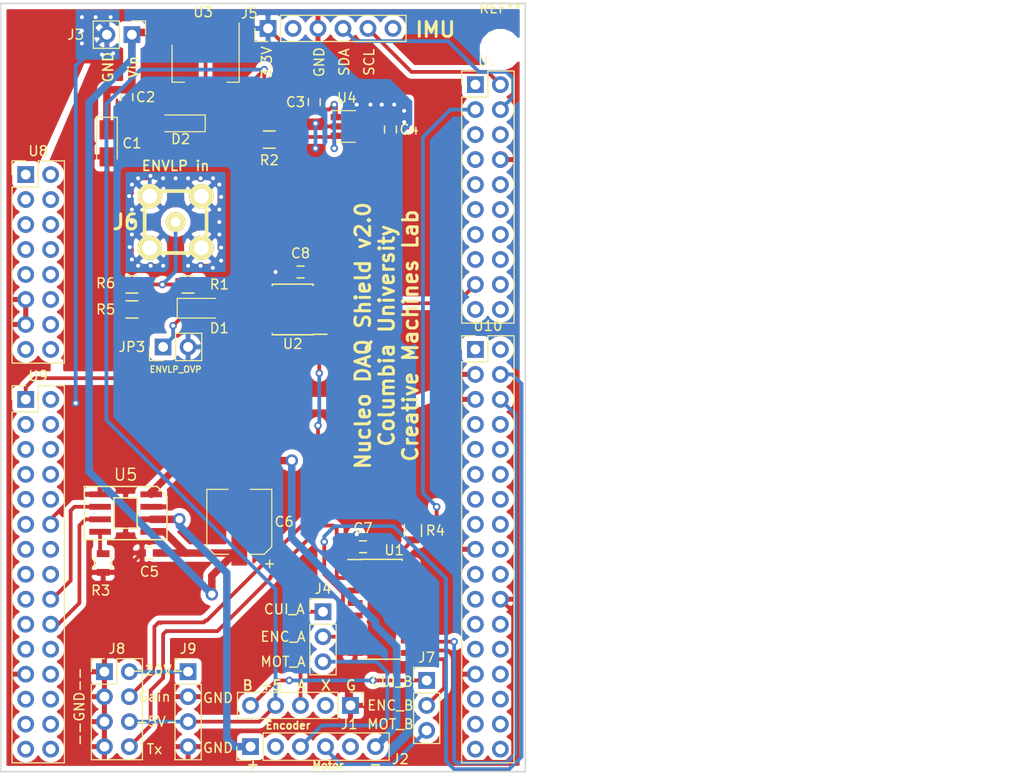
<source format=kicad_pcb>
(kicad_pcb (version 4) (host pcbnew 4.0.7)

  (general
    (links 94)
    (no_connects 0)
    (area 140.894999 48.819999 194.385001 127.075001)
    (thickness 1.6)
    (drawings 49)
    (tracks 373)
    (zones 0)
    (modules 36)
    (nets 116)
  )

  (page USLetter)
  (title_block
    (title "Nucleo DAQ Shield")
    (date 2017-11-10)
    (rev v2.0)
    (company "Columbia University Creative Machines Lab")
  )

  (layers
    (0 F.Cu signal)
    (31 B.Cu signal)
    (32 B.Adhes user)
    (33 F.Adhes user)
    (34 B.Paste user)
    (35 F.Paste user)
    (36 B.SilkS user)
    (37 F.SilkS user)
    (38 B.Mask user)
    (39 F.Mask user)
    (40 Dwgs.User user)
    (41 Cmts.User user)
    (42 Eco1.User user)
    (43 Eco2.User user)
    (44 Edge.Cuts user)
    (45 Margin user)
    (46 B.CrtYd user)
    (47 F.CrtYd user)
    (48 B.Fab user hide)
    (49 F.Fab user hide)
  )

  (setup
    (last_trace_width 0.381)
    (trace_clearance 0.254)
    (zone_clearance 0.508)
    (zone_45_only no)
    (trace_min 0.254)
    (segment_width 0.2)
    (edge_width 0.15)
    (via_size 0.762)
    (via_drill 0.4)
    (via_min_size 0.381)
    (via_min_drill 0.254)
    (user_via 0.889 0.508)
    (uvia_size 0.3)
    (uvia_drill 0.127)
    (uvias_allowed no)
    (uvia_min_size 0.254)
    (uvia_min_drill 0.127)
    (pcb_text_width 0.3)
    (pcb_text_size 1.5 1.5)
    (mod_edge_width 0.15)
    (mod_text_size 1 1)
    (mod_text_width 0.15)
    (pad_size 1.524 1.524)
    (pad_drill 0.762)
    (pad_to_mask_clearance 0)
    (pad_to_paste_clearance -0.254)
    (aux_axis_origin 0 0)
    (visible_elements 7FFFFFFF)
    (pcbplotparams
      (layerselection 0x01008_80000001)
      (usegerberextensions false)
      (excludeedgelayer true)
      (linewidth 0.100000)
      (plotframeref false)
      (viasonmask false)
      (mode 1)
      (useauxorigin false)
      (hpglpennumber 1)
      (hpglpenspeed 20)
      (hpglpendiameter 15)
      (hpglpenoverlay 2)
      (psnegative false)
      (psa4output false)
      (plotreference true)
      (plotvalue true)
      (plotinvisibletext false)
      (padsonsilk false)
      (subtractmaskfromsilk false)
      (outputformat 1)
      (mirror false)
      (drillshape 0)
      (scaleselection 1)
      (outputdirectory gerbers/v1.3/))
  )

  (net 0 "")
  (net 1 Vbat)
  (net 2 GND)
  (net 3 +5V)
  (net 4 +3.3VA)
  (net 5 "Net-(D1-Pad1)")
  (net 6 /ENVLP)
  (net 7 "Net-(D2-Pad2)")
  (net 8 /MOTOR+)
  (net 9 /MOTOR-)
  (net 10 /GAIN_buffered)
  (net 11 "Net-(J6-Pad1)")
  (net 12 /ENCODER_A)
  (net 13 "Net-(R3-Pad1)")
  (net 14 /Tx_Pulse_buffered)
  (net 15 /Tx_Pulse)
  (net 16 /GAIN)
  (net 17 /ENVLP_buffered)
  (net 18 /MOTOR_PWM_REVERSE)
  (net 19 /MOTOR_PWM_FORWARD)
  (net 20 "Net-(U7-Pad1)")
  (net 21 "Net-(U7-Pad5)")
  (net 22 "Net-(U7-Pad6)")
  (net 23 "Net-(U7-Pad7)")
  (net 24 "Net-(U7-Pad9)")
  (net 25 "Net-(U7-Pad10)")
  (net 26 "Net-(U7-Pad11)")
  (net 27 "Net-(U7-Pad13)")
  (net 28 "Net-(U7-Pad14)")
  (net 29 "Net-(U7-Pad15)")
  (net 30 "Net-(U7-Pad19)")
  (net 31 "Net-(U7-Pad20)")
  (net 32 "Net-(U8-Pad1)")
  (net 33 "Net-(U8-Pad2)")
  (net 34 "Net-(U8-Pad3)")
  (net 35 "Net-(U8-Pad4)")
  (net 36 "Net-(U8-Pad5)")
  (net 37 "Net-(U8-Pad6)")
  (net 38 "Net-(U8-Pad7)")
  (net 39 "Net-(U8-Pad8)")
  (net 40 "Net-(U8-Pad9)")
  (net 41 "Net-(U8-Pad10)")
  (net 42 "Net-(U8-Pad14)")
  (net 43 "Net-(U8-Pad15)")
  (net 44 "Net-(U8-Pad16)")
  (net 45 "Net-(U9-Pad2)")
  (net 46 "Net-(U9-Pad3)")
  (net 47 "Net-(U9-Pad4)")
  (net 48 "Net-(U9-Pad5)")
  (net 49 "Net-(U9-Pad6)")
  (net 50 "Net-(U9-Pad7)")
  (net 51 "Net-(U9-Pad8)")
  (net 52 "Net-(U9-Pad9)")
  (net 53 "Net-(U9-Pad10)")
  (net 54 "Net-(U9-Pad11)")
  (net 55 "Net-(U9-Pad13)")
  (net 56 "Net-(U9-Pad14)")
  (net 57 "Net-(U9-Pad15)")
  (net 58 "Net-(U9-Pad16)")
  (net 59 "Net-(U9-Pad17)")
  (net 60 "Net-(U9-Pad19)")
  (net 61 "Net-(U9-Pad21)")
  (net 62 "Net-(U9-Pad22)")
  (net 63 "Net-(U9-Pad24)")
  (net 64 "Net-(U9-Pad25)")
  (net 65 "Net-(U9-Pad26)")
  (net 66 "Net-(U9-Pad27)")
  (net 67 "Net-(U9-Pad28)")
  (net 68 "Net-(U9-Pad29)")
  (net 69 "Net-(U9-Pad30)")
  (net 70 "Net-(U10-Pad1)")
  (net 71 "Net-(U10-Pad2)")
  (net 72 "Net-(U10-Pad7)")
  (net 73 "Net-(U10-Pad8)")
  (net 74 "Net-(U10-Pad9)")
  (net 75 "Net-(U10-Pad10)")
  (net 76 "Net-(U10-Pad11)")
  (net 77 "Net-(U10-Pad12)")
  (net 78 "Net-(U10-Pad13)")
  (net 79 "Net-(U10-Pad14)")
  (net 80 "Net-(U10-Pad15)")
  (net 81 "Net-(U10-Pad16)")
  (net 82 "Net-(U10-Pad18)")
  (net 83 "Net-(U10-Pad19)")
  (net 84 "Net-(U10-Pad20)")
  (net 85 "Net-(U10-Pad21)")
  (net 86 "Net-(U10-Pad23)")
  (net 87 "Net-(U10-Pad24)")
  (net 88 "Net-(U10-Pad25)")
  (net 89 "Net-(U10-Pad26)")
  (net 90 "Net-(U10-Pad28)")
  (net 91 "Net-(U10-Pad29)")
  (net 92 "Net-(U10-Pad30)")
  (net 93 "Net-(U10-Pad31)")
  (net 94 "Net-(U10-Pad32)")
  (net 95 "Net-(U10-Pad33)")
  (net 96 "Net-(U10-Pad34)")
  (net 97 "Net-(J2-Pad2)")
  (net 98 "Net-(J2-Pad5)")
  (net 99 "Net-(J5-Pad2)")
  (net 100 "Net-(J5-Pad6)")
  (net 101 20V)
  (net 102 /SDA)
  (net 103 /SCL)
  (net 104 "Net-(J1-Pad2)")
  (net 105 /CUI_ENCODER_A)
  (net 106 /CUI_ENCODER_B)
  (net 107 /MOT_ENCODER_A)
  (net 108 /MOT_ENCODER_B)
  (net 109 /ENCODER_B)
  (net 110 /ENCODER_A_BUFFERED)
  (net 111 /ENCODER_B_BUFFERED)
  (net 112 "Net-(U7-Pad12)")
  (net 113 "Net-(U8-Pad12)")
  (net 114 "Net-(U7-Pad16)")
  (net 115 "Net-(U7-Pad18)")

  (net_class Default "This is the default net class."
    (clearance 0.254)
    (trace_width 0.381)
    (via_dia 0.762)
    (via_drill 0.4)
    (uvia_dia 0.3)
    (uvia_drill 0.127)
    (add_net +3.3VA)
    (add_net +5V)
    (add_net /CUI_ENCODER_A)
    (add_net /CUI_ENCODER_B)
    (add_net /ENCODER_A)
    (add_net /ENCODER_A_BUFFERED)
    (add_net /ENCODER_B)
    (add_net /ENCODER_B_BUFFERED)
    (add_net /ENVLP)
    (add_net /ENVLP_buffered)
    (add_net /GAIN)
    (add_net /GAIN_buffered)
    (add_net /MOTOR_PWM_FORWARD)
    (add_net /MOTOR_PWM_REVERSE)
    (add_net /MOT_ENCODER_A)
    (add_net /MOT_ENCODER_B)
    (add_net /SCL)
    (add_net /SDA)
    (add_net /Tx_Pulse)
    (add_net /Tx_Pulse_buffered)
    (add_net 20V)
    (add_net GND)
    (add_net "Net-(D1-Pad1)")
    (add_net "Net-(D2-Pad2)")
    (add_net "Net-(J1-Pad2)")
    (add_net "Net-(J2-Pad2)")
    (add_net "Net-(J2-Pad5)")
    (add_net "Net-(J5-Pad2)")
    (add_net "Net-(J5-Pad6)")
    (add_net "Net-(J6-Pad1)")
    (add_net "Net-(R3-Pad1)")
    (add_net "Net-(U10-Pad1)")
    (add_net "Net-(U10-Pad10)")
    (add_net "Net-(U10-Pad11)")
    (add_net "Net-(U10-Pad12)")
    (add_net "Net-(U10-Pad13)")
    (add_net "Net-(U10-Pad14)")
    (add_net "Net-(U10-Pad15)")
    (add_net "Net-(U10-Pad16)")
    (add_net "Net-(U10-Pad18)")
    (add_net "Net-(U10-Pad19)")
    (add_net "Net-(U10-Pad2)")
    (add_net "Net-(U10-Pad20)")
    (add_net "Net-(U10-Pad21)")
    (add_net "Net-(U10-Pad23)")
    (add_net "Net-(U10-Pad24)")
    (add_net "Net-(U10-Pad25)")
    (add_net "Net-(U10-Pad26)")
    (add_net "Net-(U10-Pad28)")
    (add_net "Net-(U10-Pad29)")
    (add_net "Net-(U10-Pad30)")
    (add_net "Net-(U10-Pad31)")
    (add_net "Net-(U10-Pad32)")
    (add_net "Net-(U10-Pad33)")
    (add_net "Net-(U10-Pad34)")
    (add_net "Net-(U10-Pad7)")
    (add_net "Net-(U10-Pad8)")
    (add_net "Net-(U10-Pad9)")
    (add_net "Net-(U7-Pad1)")
    (add_net "Net-(U7-Pad10)")
    (add_net "Net-(U7-Pad11)")
    (add_net "Net-(U7-Pad12)")
    (add_net "Net-(U7-Pad13)")
    (add_net "Net-(U7-Pad14)")
    (add_net "Net-(U7-Pad15)")
    (add_net "Net-(U7-Pad16)")
    (add_net "Net-(U7-Pad18)")
    (add_net "Net-(U7-Pad19)")
    (add_net "Net-(U7-Pad20)")
    (add_net "Net-(U7-Pad5)")
    (add_net "Net-(U7-Pad6)")
    (add_net "Net-(U7-Pad7)")
    (add_net "Net-(U7-Pad9)")
    (add_net "Net-(U8-Pad1)")
    (add_net "Net-(U8-Pad10)")
    (add_net "Net-(U8-Pad12)")
    (add_net "Net-(U8-Pad14)")
    (add_net "Net-(U8-Pad15)")
    (add_net "Net-(U8-Pad16)")
    (add_net "Net-(U8-Pad2)")
    (add_net "Net-(U8-Pad3)")
    (add_net "Net-(U8-Pad4)")
    (add_net "Net-(U8-Pad5)")
    (add_net "Net-(U8-Pad6)")
    (add_net "Net-(U8-Pad7)")
    (add_net "Net-(U8-Pad8)")
    (add_net "Net-(U8-Pad9)")
    (add_net "Net-(U9-Pad10)")
    (add_net "Net-(U9-Pad11)")
    (add_net "Net-(U9-Pad13)")
    (add_net "Net-(U9-Pad14)")
    (add_net "Net-(U9-Pad15)")
    (add_net "Net-(U9-Pad16)")
    (add_net "Net-(U9-Pad17)")
    (add_net "Net-(U9-Pad19)")
    (add_net "Net-(U9-Pad2)")
    (add_net "Net-(U9-Pad21)")
    (add_net "Net-(U9-Pad22)")
    (add_net "Net-(U9-Pad24)")
    (add_net "Net-(U9-Pad25)")
    (add_net "Net-(U9-Pad26)")
    (add_net "Net-(U9-Pad27)")
    (add_net "Net-(U9-Pad28)")
    (add_net "Net-(U9-Pad29)")
    (add_net "Net-(U9-Pad3)")
    (add_net "Net-(U9-Pad30)")
    (add_net "Net-(U9-Pad4)")
    (add_net "Net-(U9-Pad5)")
    (add_net "Net-(U9-Pad6)")
    (add_net "Net-(U9-Pad7)")
    (add_net "Net-(U9-Pad8)")
    (add_net "Net-(U9-Pad9)")
  )

  (net_class Power ""
    (clearance 0.381)
    (trace_width 0.762)
    (via_dia 1.27)
    (via_drill 0.762)
    (uvia_dia 0.3)
    (uvia_drill 0.127)
    (add_net /MOTOR+)
    (add_net /MOTOR-)
    (add_net Vbat)
  )

  (module custom:SOIC-8_PowerPad (layer F.Cu) (tedit 59E7C65B) (tstamp 59651D8B)
    (at 153.67 100.711 270)
    (path /595E1ABC)
    (fp_text reference U5 (at -3.905 0 360) (layer F.SilkS)
      (effects (font (size 1.2 1.2) (thickness 0.15)))
    )
    (fp_text value DRV8871 (at -2.159 -2.159 270) (layer F.Fab)
      (effects (font (size 1.2 1.2) (thickness 0.15)))
    )
    (fp_line (start -1.5494 0) (end -1.5494 -1.1684) (layer F.SilkS) (width 0.15))
    (fp_line (start -1.5494 -1.1684) (end 1.5494 -1.1684) (layer F.SilkS) (width 0.15))
    (fp_line (start 1.5494 -1.1684) (end 1.5494 1.1938) (layer F.SilkS) (width 0.15))
    (fp_line (start 1.5494 1.1938) (end -1.5494 1.1938) (layer F.SilkS) (width 0.15))
    (fp_line (start -1.5494 1.1938) (end -1.5494 0.0508) (layer F.SilkS) (width 0.15))
    (fp_line (start -1.5494 0.0508) (end -1.5494 0) (layer F.SilkS) (width 0.15))
    (fp_line (start -1.5494 0) (end -1.5494 -0.127) (layer F.SilkS) (width 0.15))
    (fp_line (start -1.705 -4.2) (end -2.705 -3.2) (layer F.SilkS) (width 0.15))
    (fp_line (start -2.705 -3.2) (end -2.705 4.2) (layer F.SilkS) (width 0.15))
    (fp_line (start -2.705 4.2) (end 2.705 4.2) (layer F.SilkS) (width 0.15))
    (fp_line (start 2.705 4.2) (end 2.705 -4.2) (layer F.SilkS) (width 0.15))
    (fp_line (start 2.705 -4.2) (end -1.705 -4.2) (layer F.SilkS) (width 0.15))
    (pad 8 smd rect (at -1.905 -2.6 270) (size 0.6 2.2) (layers F.Cu F.Paste F.Mask)
      (net 9 /MOTOR-))
    (pad 1 smd rect (at -1.905 2.6 270) (size 0.6 2.2) (layers F.Cu F.Paste F.Mask)
      (net 2 GND))
    (pad 7 smd rect (at -0.635 -2.6 270) (size 0.6 2.2) (layers F.Cu F.Paste F.Mask)
      (net 2 GND))
    (pad 2 smd rect (at -0.635 2.6 270) (size 0.6 2.2) (layers F.Cu F.Paste F.Mask)
      (net 18 /MOTOR_PWM_REVERSE))
    (pad 6 smd rect (at 0.635 -2.6 270) (size 0.6 2.2) (layers F.Cu F.Paste F.Mask)
      (net 8 /MOTOR+))
    (pad 3 smd rect (at 0.635 2.6 270) (size 0.6 2.2) (layers F.Cu F.Paste F.Mask)
      (net 19 /MOTOR_PWM_FORWARD))
    (pad 5 smd rect (at 1.905 -2.6 270) (size 0.6 2.2) (layers F.Cu F.Paste F.Mask)
      (net 1 Vbat))
    (pad 4 smd rect (at 1.905 2.6 270) (size 0.6 2.2) (layers F.Cu F.Paste F.Mask)
      (net 13 "Net-(R3-Pad1)"))
    (pad 1 smd rect (at 0 0 270) (size 2.9 2.2) (layers F.Cu F.Paste F.Mask)
      (net 2 GND))
  )

  (module Capacitors_SMD:C_0603 (layer F.Cu) (tedit 5415D631) (tstamp 597E9057)
    (at 153.797 58.42 270)
    (descr "Capacitor SMD 0603, reflow soldering, AVX (see smccp.pdf)")
    (tags "capacitor 0603")
    (path /595D10E0)
    (attr smd)
    (fp_text reference C2 (at 0 -1.9 360) (layer F.SilkS)
      (effects (font (size 1 1) (thickness 0.15)))
    )
    (fp_text value 0.33uF (at 0 1.9 270) (layer F.Fab)
      (effects (font (size 1 1) (thickness 0.15)))
    )
    (fp_line (start -0.8 0.4) (end -0.8 -0.4) (layer F.Fab) (width 0.15))
    (fp_line (start 0.8 0.4) (end -0.8 0.4) (layer F.Fab) (width 0.15))
    (fp_line (start 0.8 -0.4) (end 0.8 0.4) (layer F.Fab) (width 0.15))
    (fp_line (start -0.8 -0.4) (end 0.8 -0.4) (layer F.Fab) (width 0.15))
    (fp_line (start -1.45 -0.75) (end 1.45 -0.75) (layer F.CrtYd) (width 0.05))
    (fp_line (start -1.45 0.75) (end 1.45 0.75) (layer F.CrtYd) (width 0.05))
    (fp_line (start -1.45 -0.75) (end -1.45 0.75) (layer F.CrtYd) (width 0.05))
    (fp_line (start 1.45 -0.75) (end 1.45 0.75) (layer F.CrtYd) (width 0.05))
    (fp_line (start -0.35 -0.6) (end 0.35 -0.6) (layer F.SilkS) (width 0.15))
    (fp_line (start 0.35 0.6) (end -0.35 0.6) (layer F.SilkS) (width 0.15))
    (pad 1 smd rect (at -0.75 0 270) (size 0.8 0.75) (layers F.Cu F.Paste F.Mask)
      (net 1 Vbat))
    (pad 2 smd rect (at 0.75 0 270) (size 0.8 0.75) (layers F.Cu F.Paste F.Mask)
      (net 2 GND))
    (model Capacitors_SMD.3dshapes/C_0603.wrl
      (at (xyz 0 0 0))
      (scale (xyz 1 1 1))
      (rotate (xyz 0 0 0))
    )
  )

  (module Capacitors_SMD:C_0603 (layer F.Cu) (tedit 5415D631) (tstamp 597E905D)
    (at 172.847 58.928 90)
    (descr "Capacitor SMD 0603, reflow soldering, AVX (see smccp.pdf)")
    (tags "capacitor 0603")
    (path /595D113D)
    (attr smd)
    (fp_text reference C3 (at 0 -1.9 180) (layer F.SilkS)
      (effects (font (size 1 1) (thickness 0.15)))
    )
    (fp_text value 100nF (at 0 1.9 90) (layer F.Fab)
      (effects (font (size 1 1) (thickness 0.15)))
    )
    (fp_line (start -0.8 0.4) (end -0.8 -0.4) (layer F.Fab) (width 0.15))
    (fp_line (start 0.8 0.4) (end -0.8 0.4) (layer F.Fab) (width 0.15))
    (fp_line (start 0.8 -0.4) (end 0.8 0.4) (layer F.Fab) (width 0.15))
    (fp_line (start -0.8 -0.4) (end 0.8 -0.4) (layer F.Fab) (width 0.15))
    (fp_line (start -1.45 -0.75) (end 1.45 -0.75) (layer F.CrtYd) (width 0.05))
    (fp_line (start -1.45 0.75) (end 1.45 0.75) (layer F.CrtYd) (width 0.05))
    (fp_line (start -1.45 -0.75) (end -1.45 0.75) (layer F.CrtYd) (width 0.05))
    (fp_line (start 1.45 -0.75) (end 1.45 0.75) (layer F.CrtYd) (width 0.05))
    (fp_line (start -0.35 -0.6) (end 0.35 -0.6) (layer F.SilkS) (width 0.15))
    (fp_line (start 0.35 0.6) (end -0.35 0.6) (layer F.SilkS) (width 0.15))
    (pad 1 smd rect (at -0.75 0 90) (size 0.8 0.75) (layers F.Cu F.Paste F.Mask)
      (net 3 +5V))
    (pad 2 smd rect (at 0.75 0 90) (size 0.8 0.75) (layers F.Cu F.Paste F.Mask)
      (net 2 GND))
    (model Capacitors_SMD.3dshapes/C_0603.wrl
      (at (xyz 0 0 0))
      (scale (xyz 1 1 1))
      (rotate (xyz 0 0 0))
    )
  )

  (module Capacitors_SMD:C_0603 (layer F.Cu) (tedit 5415D631) (tstamp 597E9063)
    (at 180.594 61.722 270)
    (descr "Capacitor SMD 0603, reflow soldering, AVX (see smccp.pdf)")
    (tags "capacitor 0603")
    (path /595D2B57)
    (attr smd)
    (fp_text reference C4 (at 0 -1.9 360) (layer F.SilkS)
      (effects (font (size 1 1) (thickness 0.15)))
    )
    (fp_text value "1uF cer" (at 0 1.9 270) (layer F.Fab)
      (effects (font (size 1 1) (thickness 0.15)))
    )
    (fp_line (start -0.8 0.4) (end -0.8 -0.4) (layer F.Fab) (width 0.15))
    (fp_line (start 0.8 0.4) (end -0.8 0.4) (layer F.Fab) (width 0.15))
    (fp_line (start 0.8 -0.4) (end 0.8 0.4) (layer F.Fab) (width 0.15))
    (fp_line (start -0.8 -0.4) (end 0.8 -0.4) (layer F.Fab) (width 0.15))
    (fp_line (start -1.45 -0.75) (end 1.45 -0.75) (layer F.CrtYd) (width 0.05))
    (fp_line (start -1.45 0.75) (end 1.45 0.75) (layer F.CrtYd) (width 0.05))
    (fp_line (start -1.45 -0.75) (end -1.45 0.75) (layer F.CrtYd) (width 0.05))
    (fp_line (start 1.45 -0.75) (end 1.45 0.75) (layer F.CrtYd) (width 0.05))
    (fp_line (start -0.35 -0.6) (end 0.35 -0.6) (layer F.SilkS) (width 0.15))
    (fp_line (start 0.35 0.6) (end -0.35 0.6) (layer F.SilkS) (width 0.15))
    (pad 1 smd rect (at -0.75 0 270) (size 0.8 0.75) (layers F.Cu F.Paste F.Mask)
      (net 4 +3.3VA))
    (pad 2 smd rect (at 0.75 0 270) (size 0.8 0.75) (layers F.Cu F.Paste F.Mask)
      (net 2 GND))
    (model Capacitors_SMD.3dshapes/C_0603.wrl
      (at (xyz 0 0 0))
      (scale (xyz 1 1 1))
      (rotate (xyz 0 0 0))
    )
  )

  (module Capacitors_SMD:C_0603 (layer F.Cu) (tedit 5415D631) (tstamp 597E9069)
    (at 156.083 104.775 180)
    (descr "Capacitor SMD 0603, reflow soldering, AVX (see smccp.pdf)")
    (tags "capacitor 0603")
    (path /595E32FF)
    (attr smd)
    (fp_text reference C5 (at 0 -1.9 180) (layer F.SilkS)
      (effects (font (size 1 1) (thickness 0.15)))
    )
    (fp_text value "100nF cer" (at 0 1.9 180) (layer F.Fab)
      (effects (font (size 1 1) (thickness 0.15)))
    )
    (fp_line (start -0.8 0.4) (end -0.8 -0.4) (layer F.Fab) (width 0.15))
    (fp_line (start 0.8 0.4) (end -0.8 0.4) (layer F.Fab) (width 0.15))
    (fp_line (start 0.8 -0.4) (end 0.8 0.4) (layer F.Fab) (width 0.15))
    (fp_line (start -0.8 -0.4) (end 0.8 -0.4) (layer F.Fab) (width 0.15))
    (fp_line (start -1.45 -0.75) (end 1.45 -0.75) (layer F.CrtYd) (width 0.05))
    (fp_line (start -1.45 0.75) (end 1.45 0.75) (layer F.CrtYd) (width 0.05))
    (fp_line (start -1.45 -0.75) (end -1.45 0.75) (layer F.CrtYd) (width 0.05))
    (fp_line (start 1.45 -0.75) (end 1.45 0.75) (layer F.CrtYd) (width 0.05))
    (fp_line (start -0.35 -0.6) (end 0.35 -0.6) (layer F.SilkS) (width 0.15))
    (fp_line (start 0.35 0.6) (end -0.35 0.6) (layer F.SilkS) (width 0.15))
    (pad 1 smd rect (at -0.75 0 180) (size 0.8 0.75) (layers F.Cu F.Paste F.Mask)
      (net 1 Vbat))
    (pad 2 smd rect (at 0.75 0 180) (size 0.8 0.75) (layers F.Cu F.Paste F.Mask)
      (net 2 GND))
    (model Capacitors_SMD.3dshapes/C_0603.wrl
      (at (xyz 0 0 0))
      (scale (xyz 1 1 1))
      (rotate (xyz 0 0 0))
    )
  )

  (module Capacitors_SMD:CP_Elec_6.3x5.8 (layer F.Cu) (tedit 58AA8B59) (tstamp 597E906F)
    (at 165.227 101.6 90)
    (descr "SMT capacitor, aluminium electrolytic, 6.3x5.8")
    (path /595E27CD)
    (attr smd)
    (fp_text reference C6 (at 0 4.56 180) (layer F.SilkS)
      (effects (font (size 1 1) (thickness 0.15)))
    )
    (fp_text value 22uF (at 0 -4.56 90) (layer F.Fab)
      (effects (font (size 1 1) (thickness 0.15)))
    )
    (fp_circle (center 0 0) (end 0.5 3) (layer F.Fab) (width 0.1))
    (fp_text user + (at -1.75 -0.08 90) (layer F.Fab)
      (effects (font (size 1 1) (thickness 0.15)))
    )
    (fp_text user + (at -4.28 3.01 90) (layer F.SilkS)
      (effects (font (size 1 1) (thickness 0.15)))
    )
    (fp_text user %R (at 0 4.56 90) (layer F.Fab)
      (effects (font (size 1 1) (thickness 0.15)))
    )
    (fp_line (start 3.15 3.15) (end 3.15 -3.15) (layer F.Fab) (width 0.1))
    (fp_line (start -2.48 3.15) (end 3.15 3.15) (layer F.Fab) (width 0.1))
    (fp_line (start -3.15 2.48) (end -2.48 3.15) (layer F.Fab) (width 0.1))
    (fp_line (start -3.15 -2.48) (end -3.15 2.48) (layer F.Fab) (width 0.1))
    (fp_line (start -2.48 -3.15) (end -3.15 -2.48) (layer F.Fab) (width 0.1))
    (fp_line (start 3.15 -3.15) (end -2.48 -3.15) (layer F.Fab) (width 0.1))
    (fp_line (start 3.3 3.3) (end 3.3 1.12) (layer F.SilkS) (width 0.12))
    (fp_line (start 3.3 -3.3) (end 3.3 -1.12) (layer F.SilkS) (width 0.12))
    (fp_line (start -3.3 2.54) (end -3.3 1.12) (layer F.SilkS) (width 0.12))
    (fp_line (start -3.3 -2.54) (end -3.3 -1.12) (layer F.SilkS) (width 0.12))
    (fp_line (start 3.3 3.3) (end -2.54 3.3) (layer F.SilkS) (width 0.12))
    (fp_line (start -2.54 3.3) (end -3.3 2.54) (layer F.SilkS) (width 0.12))
    (fp_line (start -3.3 -2.54) (end -2.54 -3.3) (layer F.SilkS) (width 0.12))
    (fp_line (start -2.54 -3.3) (end 3.3 -3.3) (layer F.SilkS) (width 0.12))
    (fp_line (start -4.7 -3.4) (end 4.7 -3.4) (layer F.CrtYd) (width 0.05))
    (fp_line (start -4.7 -3.4) (end -4.7 3.4) (layer F.CrtYd) (width 0.05))
    (fp_line (start 4.7 3.4) (end 4.7 -3.4) (layer F.CrtYd) (width 0.05))
    (fp_line (start 4.7 3.4) (end -4.7 3.4) (layer F.CrtYd) (width 0.05))
    (pad 1 smd rect (at -2.7 0 270) (size 3.5 1.6) (layers F.Cu F.Paste F.Mask)
      (net 1 Vbat))
    (pad 2 smd rect (at 2.7 0 270) (size 3.5 1.6) (layers F.Cu F.Paste F.Mask)
      (net 2 GND))
    (model Capacitors_SMD.3dshapes/CP_Elec_6.3x5.8.wrl
      (at (xyz 0 0 0))
      (scale (xyz 1 1 1))
      (rotate (xyz 0 0 180))
    )
  )

  (module Diodes_SMD:D_SOD-123 (layer F.Cu) (tedit 58645DC7) (tstamp 597E9075)
    (at 161.164 79.883)
    (descr SOD-123)
    (tags SOD-123)
    (path /5965AAB6)
    (attr smd)
    (fp_text reference D1 (at 2.031 2.032) (layer F.SilkS)
      (effects (font (size 1 1) (thickness 0.15)))
    )
    (fp_text value "SD103 SOD-123" (at 0 2.1) (layer F.Fab)
      (effects (font (size 1 1) (thickness 0.15)))
    )
    (fp_line (start -2.25 -1) (end -2.25 1) (layer F.SilkS) (width 0.12))
    (fp_line (start 0.25 0) (end 0.75 0) (layer F.Fab) (width 0.1))
    (fp_line (start 0.25 0.4) (end -0.35 0) (layer F.Fab) (width 0.1))
    (fp_line (start 0.25 -0.4) (end 0.25 0.4) (layer F.Fab) (width 0.1))
    (fp_line (start -0.35 0) (end 0.25 -0.4) (layer F.Fab) (width 0.1))
    (fp_line (start -0.35 0) (end -0.35 0.55) (layer F.Fab) (width 0.1))
    (fp_line (start -0.35 0) (end -0.35 -0.55) (layer F.Fab) (width 0.1))
    (fp_line (start -0.75 0) (end -0.35 0) (layer F.Fab) (width 0.1))
    (fp_line (start -1.4 0.9) (end -1.4 -0.9) (layer F.Fab) (width 0.1))
    (fp_line (start 1.4 0.9) (end -1.4 0.9) (layer F.Fab) (width 0.1))
    (fp_line (start 1.4 -0.9) (end 1.4 0.9) (layer F.Fab) (width 0.1))
    (fp_line (start -1.4 -0.9) (end 1.4 -0.9) (layer F.Fab) (width 0.1))
    (fp_line (start -2.35 -1.15) (end 2.35 -1.15) (layer F.CrtYd) (width 0.05))
    (fp_line (start 2.35 -1.15) (end 2.35 1.15) (layer F.CrtYd) (width 0.05))
    (fp_line (start 2.35 1.15) (end -2.35 1.15) (layer F.CrtYd) (width 0.05))
    (fp_line (start -2.35 -1.15) (end -2.35 1.15) (layer F.CrtYd) (width 0.05))
    (fp_line (start -2.25 1) (end 1.65 1) (layer F.SilkS) (width 0.12))
    (fp_line (start -2.25 -1) (end 1.65 -1) (layer F.SilkS) (width 0.12))
    (pad 1 smd rect (at -1.65 0) (size 0.9 1.2) (layers F.Cu F.Paste F.Mask)
      (net 5 "Net-(D1-Pad1)"))
    (pad 2 smd rect (at 1.65 0) (size 0.9 1.2) (layers F.Cu F.Paste F.Mask)
      (net 6 /ENVLP))
    (model ${KISYS3DMOD}/Diodes_SMD.3dshapes/D_SOD-123.wrl
      (at (xyz 0 0 0))
      (scale (xyz 1 1 1))
      (rotate (xyz 0 0 0))
    )
  )

  (module Pin_Headers:Pin_Header_Straight_1x06_Pitch2.54mm (layer F.Cu) (tedit 5862ED52) (tstamp 597E90AB)
    (at 166.37 124.46 90)
    (descr "Through hole straight pin header, 1x06, 2.54mm pitch, single row")
    (tags "Through hole pin header THT 1x06 2.54mm single row")
    (path /595A8E5A)
    (fp_text reference J2 (at -1.27 15.24 180) (layer F.SilkS)
      (effects (font (size 1 1) (thickness 0.15)))
    )
    (fp_text value CONN_01X06 (at 0 15.09 90) (layer F.Fab)
      (effects (font (size 1 1) (thickness 0.15)))
    )
    (fp_line (start -1.27 -1.27) (end -1.27 13.97) (layer F.Fab) (width 0.1))
    (fp_line (start -1.27 13.97) (end 1.27 13.97) (layer F.Fab) (width 0.1))
    (fp_line (start 1.27 13.97) (end 1.27 -1.27) (layer F.Fab) (width 0.1))
    (fp_line (start 1.27 -1.27) (end -1.27 -1.27) (layer F.Fab) (width 0.1))
    (fp_line (start -1.39 1.27) (end -1.39 14.09) (layer F.SilkS) (width 0.12))
    (fp_line (start -1.39 14.09) (end 1.39 14.09) (layer F.SilkS) (width 0.12))
    (fp_line (start 1.39 14.09) (end 1.39 1.27) (layer F.SilkS) (width 0.12))
    (fp_line (start 1.39 1.27) (end -1.39 1.27) (layer F.SilkS) (width 0.12))
    (fp_line (start -1.39 0) (end -1.39 -1.39) (layer F.SilkS) (width 0.12))
    (fp_line (start -1.39 -1.39) (end 0 -1.39) (layer F.SilkS) (width 0.12))
    (fp_line (start -1.6 -1.6) (end -1.6 14.3) (layer F.CrtYd) (width 0.05))
    (fp_line (start -1.6 14.3) (end 1.6 14.3) (layer F.CrtYd) (width 0.05))
    (fp_line (start 1.6 14.3) (end 1.6 -1.6) (layer F.CrtYd) (width 0.05))
    (fp_line (start 1.6 -1.6) (end -1.6 -1.6) (layer F.CrtYd) (width 0.05))
    (pad 1 thru_hole rect (at 0 0 90) (size 1.7 1.7) (drill 1) (layers *.Cu *.Mask)
      (net 8 /MOTOR+))
    (pad 2 thru_hole oval (at 0 2.54 90) (size 1.7 1.7) (drill 1) (layers *.Cu *.Mask)
      (net 97 "Net-(J2-Pad2)"))
    (pad 3 thru_hole oval (at 0 5.08 90) (size 1.7 1.7) (drill 1) (layers *.Cu *.Mask)
      (net 107 /MOT_ENCODER_A))
    (pad 4 thru_hole oval (at 0 7.62 90) (size 1.7 1.7) (drill 1) (layers *.Cu *.Mask)
      (net 108 /MOT_ENCODER_B))
    (pad 5 thru_hole oval (at 0 10.16 90) (size 1.7 1.7) (drill 1) (layers *.Cu *.Mask)
      (net 98 "Net-(J2-Pad5)"))
    (pad 6 thru_hole oval (at 0 12.7 90) (size 1.7 1.7) (drill 1) (layers *.Cu *.Mask)
      (net 9 /MOTOR-))
    (model Pin_Headers.3dshapes/Pin_Header_Straight_1x06_Pitch2.54mm.wrl
      (at (xyz 0 0 0))
      (scale (xyz 1 1 1))
      (rotate (xyz 0 0 0))
    )
  )

  (module Pin_Headers:Pin_Header_Straight_1x02_Pitch2.54mm (layer F.Cu) (tedit 5862ED52) (tstamp 597E90BF)
    (at 154.305 52.07 270)
    (descr "Through hole straight pin header, 1x02, 2.54mm pitch, single row")
    (tags "Through hole pin header THT 1x02 2.54mm single row")
    (path /595D0BA1)
    (fp_text reference J3 (at 0 5.715 360) (layer F.SilkS)
      (effects (font (size 1 1) (thickness 0.15)))
    )
    (fp_text value CONN_01X02 (at 0 4.93 270) (layer F.Fab)
      (effects (font (size 1 1) (thickness 0.15)))
    )
    (fp_line (start -1.27 -1.27) (end -1.27 3.81) (layer F.Fab) (width 0.1))
    (fp_line (start -1.27 3.81) (end 1.27 3.81) (layer F.Fab) (width 0.1))
    (fp_line (start 1.27 3.81) (end 1.27 -1.27) (layer F.Fab) (width 0.1))
    (fp_line (start 1.27 -1.27) (end -1.27 -1.27) (layer F.Fab) (width 0.1))
    (fp_line (start -1.39 1.27) (end -1.39 3.93) (layer F.SilkS) (width 0.12))
    (fp_line (start -1.39 3.93) (end 1.39 3.93) (layer F.SilkS) (width 0.12))
    (fp_line (start 1.39 3.93) (end 1.39 1.27) (layer F.SilkS) (width 0.12))
    (fp_line (start 1.39 1.27) (end -1.39 1.27) (layer F.SilkS) (width 0.12))
    (fp_line (start -1.39 0) (end -1.39 -1.39) (layer F.SilkS) (width 0.12))
    (fp_line (start -1.39 -1.39) (end 0 -1.39) (layer F.SilkS) (width 0.12))
    (fp_line (start -1.6 -1.6) (end -1.6 4.1) (layer F.CrtYd) (width 0.05))
    (fp_line (start -1.6 4.1) (end 1.6 4.1) (layer F.CrtYd) (width 0.05))
    (fp_line (start 1.6 4.1) (end 1.6 -1.6) (layer F.CrtYd) (width 0.05))
    (fp_line (start 1.6 -1.6) (end -1.6 -1.6) (layer F.CrtYd) (width 0.05))
    (pad 1 thru_hole rect (at 0 0 270) (size 1.7 1.7) (drill 1) (layers *.Cu *.Mask)
      (net 1 Vbat))
    (pad 2 thru_hole oval (at 0 2.54 270) (size 1.7 1.7) (drill 1) (layers *.Cu *.Mask)
      (net 2 GND))
    (model Pin_Headers.3dshapes/Pin_Header_Straight_1x02_Pitch2.54mm.wrl
      (at (xyz 0 0 0))
      (scale (xyz 1 1 1))
      (rotate (xyz 0 0 0))
    )
  )

  (module custom:SMA_uxcell (layer F.Cu) (tedit 5942F856) (tstamp 597E90F0)
    (at 158.75 71.12 270)
    (tags "SMA Connector")
    (path /59542D8D)
    (fp_text reference J6 (at 0 5.08 360) (layer F.SilkS)
      (effects (font (thickness 0.3048)))
    )
    (fp_text value CONN_COAXIAL (at 1.27 7.62 270) (layer F.SilkS) hide
      (effects (font (thickness 0.3048)))
    )
    (fp_line (start -3.1496 -3.1496) (end 3.1496 -3.1496) (layer F.SilkS) (width 0.381))
    (fp_line (start 3.1496 -3.1496) (end 3.1496 3.1496) (layer F.SilkS) (width 0.381))
    (fp_line (start 3.1496 3.1496) (end -3.1496 3.1496) (layer F.SilkS) (width 0.381))
    (fp_line (start -3.1496 3.1496) (end -3.1496 -3.1496) (layer F.SilkS) (width 0.381))
    (pad 1 thru_hole circle (at 0 0 270) (size 1.99898 1.99898) (drill 1.00076) (layers *.Cu *.Mask F.SilkS)
      (net 11 "Net-(J6-Pad1)"))
    (pad 2 thru_hole circle (at 2.625 2.625 270) (size 2.5 2.5) (drill 1.5) (layers *.Cu *.Mask F.SilkS)
      (net 2 GND))
    (pad 2 thru_hole circle (at 2.625 -2.625 270) (size 2.5 2.5) (drill 1.5) (layers *.Cu *.Mask F.SilkS)
      (net 2 GND))
    (pad 2 thru_hole circle (at -2.625 2.625 270) (size 2.5 2.5) (drill 1.5) (layers *.Cu *.Mask F.SilkS)
      (net 2 GND))
    (pad 2 thru_hole circle (at -2.625 -2.625 270) (size 2.5 2.5) (drill 1.5) (layers *.Cu *.Mask F.SilkS)
      (net 2 GND))
    (model connectors/sma.wrl
      (at (xyz 0 0 0))
      (scale (xyz 0.39 0.39 0.39))
      (rotate (xyz -90 0 -90))
    )
  )

  (module Pin_Headers:Pin_Header_Straight_1x02_Pitch2.54mm (layer F.Cu) (tedit 5862ED52) (tstamp 597E912E)
    (at 157.48 83.82 90)
    (descr "Through hole straight pin header, 1x02, 2.54mm pitch, single row")
    (tags "Through hole pin header THT 1x02 2.54mm single row")
    (path /595D9DFC)
    (fp_text reference JP3 (at 0 -3.175 180) (layer F.SilkS)
      (effects (font (size 1 1) (thickness 0.15)))
    )
    (fp_text value ENVLP_OVP (at 0 4.93 90) (layer F.Fab)
      (effects (font (size 1 1) (thickness 0.15)))
    )
    (fp_line (start -1.27 -1.27) (end -1.27 3.81) (layer F.Fab) (width 0.1))
    (fp_line (start -1.27 3.81) (end 1.27 3.81) (layer F.Fab) (width 0.1))
    (fp_line (start 1.27 3.81) (end 1.27 -1.27) (layer F.Fab) (width 0.1))
    (fp_line (start 1.27 -1.27) (end -1.27 -1.27) (layer F.Fab) (width 0.1))
    (fp_line (start -1.39 1.27) (end -1.39 3.93) (layer F.SilkS) (width 0.12))
    (fp_line (start -1.39 3.93) (end 1.39 3.93) (layer F.SilkS) (width 0.12))
    (fp_line (start 1.39 3.93) (end 1.39 1.27) (layer F.SilkS) (width 0.12))
    (fp_line (start 1.39 1.27) (end -1.39 1.27) (layer F.SilkS) (width 0.12))
    (fp_line (start -1.39 0) (end -1.39 -1.39) (layer F.SilkS) (width 0.12))
    (fp_line (start -1.39 -1.39) (end 0 -1.39) (layer F.SilkS) (width 0.12))
    (fp_line (start -1.6 -1.6) (end -1.6 4.1) (layer F.CrtYd) (width 0.05))
    (fp_line (start -1.6 4.1) (end 1.6 4.1) (layer F.CrtYd) (width 0.05))
    (fp_line (start 1.6 4.1) (end 1.6 -1.6) (layer F.CrtYd) (width 0.05))
    (fp_line (start 1.6 -1.6) (end -1.6 -1.6) (layer F.CrtYd) (width 0.05))
    (pad 1 thru_hole rect (at 0 0 90) (size 1.7 1.7) (drill 1) (layers *.Cu *.Mask)
      (net 5 "Net-(D1-Pad1)"))
    (pad 2 thru_hole oval (at 0 2.54 90) (size 1.7 1.7) (drill 1) (layers *.Cu *.Mask)
      (net 4 +3.3VA))
    (model Pin_Headers.3dshapes/Pin_Header_Straight_1x02_Pitch2.54mm.wrl
      (at (xyz 0 0 0))
      (scale (xyz 1 1 1))
      (rotate (xyz 0 0 0))
    )
  )

  (module Resistors_SMD:R_0805 (layer F.Cu) (tedit 58307B54) (tstamp 597E9149)
    (at 160.02 77.47 180)
    (descr "Resistor SMD 0805, reflow soldering, Vishay (see dcrcw.pdf)")
    (tags "resistor 0805")
    (path /595DA3C3)
    (attr smd)
    (fp_text reference R1 (at -3.175 0 180) (layer F.SilkS)
      (effects (font (size 1 1) (thickness 0.15)))
    )
    (fp_text value 100 (at 0 2.1 180) (layer F.Fab)
      (effects (font (size 1 1) (thickness 0.15)))
    )
    (fp_line (start -1 0.625) (end -1 -0.625) (layer F.Fab) (width 0.1))
    (fp_line (start 1 0.625) (end -1 0.625) (layer F.Fab) (width 0.1))
    (fp_line (start 1 -0.625) (end 1 0.625) (layer F.Fab) (width 0.1))
    (fp_line (start -1 -0.625) (end 1 -0.625) (layer F.Fab) (width 0.1))
    (fp_line (start -1.6 -1) (end 1.6 -1) (layer F.CrtYd) (width 0.05))
    (fp_line (start -1.6 1) (end 1.6 1) (layer F.CrtYd) (width 0.05))
    (fp_line (start -1.6 -1) (end -1.6 1) (layer F.CrtYd) (width 0.05))
    (fp_line (start 1.6 -1) (end 1.6 1) (layer F.CrtYd) (width 0.05))
    (fp_line (start 0.6 0.875) (end -0.6 0.875) (layer F.SilkS) (width 0.15))
    (fp_line (start -0.6 -0.875) (end 0.6 -0.875) (layer F.SilkS) (width 0.15))
    (pad 1 smd rect (at -0.95 0 180) (size 0.7 1.3) (layers F.Cu F.Paste F.Mask)
      (net 6 /ENVLP))
    (pad 2 smd rect (at 0.95 0 180) (size 0.7 1.3) (layers F.Cu F.Paste F.Mask)
      (net 11 "Net-(J6-Pad1)"))
    (model Resistors_SMD.3dshapes/R_0805.wrl
      (at (xyz 0 0 0))
      (scale (xyz 1 1 1))
      (rotate (xyz 0 0 0))
    )
  )

  (module Resistors_SMD:R_0805 (layer F.Cu) (tedit 58307B54) (tstamp 597E914F)
    (at 168.275 62.738 180)
    (descr "Resistor SMD 0805, reflow soldering, Vishay (see dcrcw.pdf)")
    (tags "resistor 0805")
    (path /595D1186)
    (attr smd)
    (fp_text reference R2 (at 0 -2.1 180) (layer F.SilkS)
      (effects (font (size 1 1) (thickness 0.15)))
    )
    (fp_text value 1k (at 0 2.1 180) (layer F.Fab)
      (effects (font (size 1 1) (thickness 0.15)))
    )
    (fp_line (start -1 0.625) (end -1 -0.625) (layer F.Fab) (width 0.1))
    (fp_line (start 1 0.625) (end -1 0.625) (layer F.Fab) (width 0.1))
    (fp_line (start 1 -0.625) (end 1 0.625) (layer F.Fab) (width 0.1))
    (fp_line (start -1 -0.625) (end 1 -0.625) (layer F.Fab) (width 0.1))
    (fp_line (start -1.6 -1) (end 1.6 -1) (layer F.CrtYd) (width 0.05))
    (fp_line (start -1.6 1) (end 1.6 1) (layer F.CrtYd) (width 0.05))
    (fp_line (start -1.6 -1) (end -1.6 1) (layer F.CrtYd) (width 0.05))
    (fp_line (start 1.6 -1) (end 1.6 1) (layer F.CrtYd) (width 0.05))
    (fp_line (start 0.6 0.875) (end -0.6 0.875) (layer F.SilkS) (width 0.15))
    (fp_line (start -0.6 -0.875) (end 0.6 -0.875) (layer F.SilkS) (width 0.15))
    (pad 1 smd rect (at -0.95 0 180) (size 0.7 1.3) (layers F.Cu F.Paste F.Mask)
      (net 3 +5V))
    (pad 2 smd rect (at 0.95 0 180) (size 0.7 1.3) (layers F.Cu F.Paste F.Mask)
      (net 7 "Net-(D2-Pad2)"))
    (model Resistors_SMD.3dshapes/R_0805.wrl
      (at (xyz 0 0 0))
      (scale (xyz 1 1 1))
      (rotate (xyz 0 0 0))
    )
  )

  (module Resistors_SMD:R_0805 (layer F.Cu) (tedit 58307B54) (tstamp 597E9155)
    (at 151.384 105.791 270)
    (descr "Resistor SMD 0805, reflow soldering, Vishay (see dcrcw.pdf)")
    (tags "resistor 0805")
    (path /595E2B28)
    (attr smd)
    (fp_text reference R3 (at 2.794 0.254 360) (layer F.SilkS)
      (effects (font (size 1 1) (thickness 0.15)))
    )
    (fp_text value 30k (at 0 2.1 270) (layer F.Fab)
      (effects (font (size 1 1) (thickness 0.15)))
    )
    (fp_line (start -1 0.625) (end -1 -0.625) (layer F.Fab) (width 0.1))
    (fp_line (start 1 0.625) (end -1 0.625) (layer F.Fab) (width 0.1))
    (fp_line (start 1 -0.625) (end 1 0.625) (layer F.Fab) (width 0.1))
    (fp_line (start -1 -0.625) (end 1 -0.625) (layer F.Fab) (width 0.1))
    (fp_line (start -1.6 -1) (end 1.6 -1) (layer F.CrtYd) (width 0.05))
    (fp_line (start -1.6 1) (end 1.6 1) (layer F.CrtYd) (width 0.05))
    (fp_line (start -1.6 -1) (end -1.6 1) (layer F.CrtYd) (width 0.05))
    (fp_line (start 1.6 -1) (end 1.6 1) (layer F.CrtYd) (width 0.05))
    (fp_line (start 0.6 0.875) (end -0.6 0.875) (layer F.SilkS) (width 0.15))
    (fp_line (start -0.6 -0.875) (end 0.6 -0.875) (layer F.SilkS) (width 0.15))
    (pad 1 smd rect (at -0.95 0 270) (size 0.7 1.3) (layers F.Cu F.Paste F.Mask)
      (net 13 "Net-(R3-Pad1)"))
    (pad 2 smd rect (at 0.95 0 270) (size 0.7 1.3) (layers F.Cu F.Paste F.Mask)
      (net 2 GND))
    (model Resistors_SMD.3dshapes/R_0805.wrl
      (at (xyz 0 0 0))
      (scale (xyz 1 1 1))
      (rotate (xyz 0 0 0))
    )
  )

  (module Housings_SOIC:SOIC-16_3.9x9.9mm_Pitch1.27mm (layer F.Cu) (tedit 574D979F) (tstamp 597E9169)
    (at 179.705 110.49)
    (descr "16-Lead Plastic Small Outline (SL) - Narrow, 3.90 mm Body [SOIC] (see Microchip Packaging Specification 00000049BS.pdf)")
    (tags "SOIC 1.27")
    (path /59542383)
    (attr smd)
    (fp_text reference U1 (at 1.27 -6) (layer F.SilkS)
      (effects (font (size 1 1) (thickness 0.15)))
    )
    (fp_text value 4050 (at 0 6) (layer F.Fab)
      (effects (font (size 1 1) (thickness 0.15)))
    )
    (fp_line (start -0.95 -4.95) (end 1.95 -4.95) (layer F.Fab) (width 0.15))
    (fp_line (start 1.95 -4.95) (end 1.95 4.95) (layer F.Fab) (width 0.15))
    (fp_line (start 1.95 4.95) (end -1.95 4.95) (layer F.Fab) (width 0.15))
    (fp_line (start -1.95 4.95) (end -1.95 -3.95) (layer F.Fab) (width 0.15))
    (fp_line (start -1.95 -3.95) (end -0.95 -4.95) (layer F.Fab) (width 0.15))
    (fp_line (start -3.7 -5.25) (end -3.7 5.25) (layer F.CrtYd) (width 0.05))
    (fp_line (start 3.7 -5.25) (end 3.7 5.25) (layer F.CrtYd) (width 0.05))
    (fp_line (start -3.7 -5.25) (end 3.7 -5.25) (layer F.CrtYd) (width 0.05))
    (fp_line (start -3.7 5.25) (end 3.7 5.25) (layer F.CrtYd) (width 0.05))
    (fp_line (start -2.075 -5.075) (end -2.075 -5.05) (layer F.SilkS) (width 0.15))
    (fp_line (start 2.075 -5.075) (end 2.075 -4.97) (layer F.SilkS) (width 0.15))
    (fp_line (start 2.075 5.075) (end 2.075 4.97) (layer F.SilkS) (width 0.15))
    (fp_line (start -2.075 5.075) (end -2.075 4.97) (layer F.SilkS) (width 0.15))
    (fp_line (start -2.075 -5.075) (end 2.075 -5.075) (layer F.SilkS) (width 0.15))
    (fp_line (start -2.075 5.075) (end 2.075 5.075) (layer F.SilkS) (width 0.15))
    (fp_line (start -2.075 -5.05) (end -3.45 -5.05) (layer F.SilkS) (width 0.15))
    (pad 1 smd rect (at -2.7 -4.445) (size 1.5 0.6) (layers F.Cu F.Paste F.Mask)
      (net 4 +3.3VA))
    (pad 2 smd rect (at -2.7 -3.175) (size 1.5 0.6) (layers F.Cu F.Paste F.Mask)
      (net 14 /Tx_Pulse_buffered))
    (pad 3 smd rect (at -2.7 -1.905) (size 1.5 0.6) (layers F.Cu F.Paste F.Mask)
      (net 15 /Tx_Pulse))
    (pad 4 smd rect (at -2.7 -0.635) (size 1.5 0.6) (layers F.Cu F.Paste F.Mask))
    (pad 5 smd rect (at -2.7 0.635) (size 1.5 0.6) (layers F.Cu F.Paste F.Mask))
    (pad 6 smd rect (at -2.7 1.905) (size 1.5 0.6) (layers F.Cu F.Paste F.Mask)
      (net 110 /ENCODER_A_BUFFERED))
    (pad 7 smd rect (at -2.7 3.175) (size 1.5 0.6) (layers F.Cu F.Paste F.Mask)
      (net 12 /ENCODER_A))
    (pad 8 smd rect (at -2.7 4.445) (size 1.5 0.6) (layers F.Cu F.Paste F.Mask)
      (net 2 GND))
    (pad 9 smd rect (at 2.7 4.445) (size 1.5 0.6) (layers F.Cu F.Paste F.Mask)
      (net 109 /ENCODER_B))
    (pad 10 smd rect (at 2.7 3.175) (size 1.5 0.6) (layers F.Cu F.Paste F.Mask)
      (net 111 /ENCODER_B_BUFFERED))
    (pad 11 smd rect (at 2.7 1.905) (size 1.5 0.6) (layers F.Cu F.Paste F.Mask))
    (pad 12 smd rect (at 2.7 0.635) (size 1.5 0.6) (layers F.Cu F.Paste F.Mask))
    (pad 13 smd rect (at 2.7 -0.635) (size 1.5 0.6) (layers F.Cu F.Paste F.Mask))
    (pad 14 smd rect (at 2.7 -1.905) (size 1.5 0.6) (layers F.Cu F.Paste F.Mask))
    (pad 15 smd rect (at 2.7 -3.175) (size 1.5 0.6) (layers F.Cu F.Paste F.Mask))
    (pad 16 smd rect (at 2.7 -4.445) (size 1.5 0.6) (layers F.Cu F.Paste F.Mask))
    (model Housings_SOIC.3dshapes/SOIC-16_3.9x9.9mm_Pitch1.27mm.wrl
      (at (xyz 0 0 0))
      (scale (xyz 1 1 1))
      (rotate (xyz 0 0 0))
    )
  )

  (module Housings_SOIC:SOIC-8_3.9x4.9mm_Pitch1.27mm (layer F.Cu) (tedit 54130A77) (tstamp 597E9175)
    (at 170.655 80.01 180)
    (descr "8-Lead Plastic Small Outline (SN) - Narrow, 3.90 mm Body [SOIC] (see Microchip Packaging Specification 00000049BS.pdf)")
    (tags "SOIC 1.27")
    (path /5954222C)
    (attr smd)
    (fp_text reference U2 (at 0 -3.5 180) (layer F.SilkS)
      (effects (font (size 1 1) (thickness 0.15)))
    )
    (fp_text value LMV722 (at 0 3.5 180) (layer F.Fab)
      (effects (font (size 1 1) (thickness 0.15)))
    )
    (fp_line (start -0.95 -2.45) (end 1.95 -2.45) (layer F.Fab) (width 0.15))
    (fp_line (start 1.95 -2.45) (end 1.95 2.45) (layer F.Fab) (width 0.15))
    (fp_line (start 1.95 2.45) (end -1.95 2.45) (layer F.Fab) (width 0.15))
    (fp_line (start -1.95 2.45) (end -1.95 -1.45) (layer F.Fab) (width 0.15))
    (fp_line (start -1.95 -1.45) (end -0.95 -2.45) (layer F.Fab) (width 0.15))
    (fp_line (start -3.75 -2.75) (end -3.75 2.75) (layer F.CrtYd) (width 0.05))
    (fp_line (start 3.75 -2.75) (end 3.75 2.75) (layer F.CrtYd) (width 0.05))
    (fp_line (start -3.75 -2.75) (end 3.75 -2.75) (layer F.CrtYd) (width 0.05))
    (fp_line (start -3.75 2.75) (end 3.75 2.75) (layer F.CrtYd) (width 0.05))
    (fp_line (start -2.075 -2.575) (end -2.075 -2.525) (layer F.SilkS) (width 0.15))
    (fp_line (start 2.075 -2.575) (end 2.075 -2.43) (layer F.SilkS) (width 0.15))
    (fp_line (start 2.075 2.575) (end 2.075 2.43) (layer F.SilkS) (width 0.15))
    (fp_line (start -2.075 2.575) (end -2.075 2.43) (layer F.SilkS) (width 0.15))
    (fp_line (start -2.075 -2.575) (end 2.075 -2.575) (layer F.SilkS) (width 0.15))
    (fp_line (start -2.075 2.575) (end 2.075 2.575) (layer F.SilkS) (width 0.15))
    (fp_line (start -2.075 -2.525) (end -3.475 -2.525) (layer F.SilkS) (width 0.15))
    (pad 1 smd rect (at -2.7 -1.905 180) (size 1.55 0.6) (layers F.Cu F.Paste F.Mask)
      (net 10 /GAIN_buffered))
    (pad 2 smd rect (at -2.7 -0.635 180) (size 1.55 0.6) (layers F.Cu F.Paste F.Mask)
      (net 10 /GAIN_buffered))
    (pad 3 smd rect (at -2.7 0.635 180) (size 1.55 0.6) (layers F.Cu F.Paste F.Mask)
      (net 16 /GAIN))
    (pad 4 smd rect (at -2.7 1.905 180) (size 1.55 0.6) (layers F.Cu F.Paste F.Mask)
      (net 2 GND))
    (pad 5 smd rect (at 2.7 1.905 180) (size 1.55 0.6) (layers F.Cu F.Paste F.Mask)
      (net 6 /ENVLP))
    (pad 6 smd rect (at 2.7 0.635 180) (size 1.55 0.6) (layers F.Cu F.Paste F.Mask)
      (net 17 /ENVLP_buffered))
    (pad 7 smd rect (at 2.7 -0.635 180) (size 1.55 0.6) (layers F.Cu F.Paste F.Mask)
      (net 17 /ENVLP_buffered))
    (pad 8 smd rect (at 2.7 -1.905 180) (size 1.55 0.6) (layers F.Cu F.Paste F.Mask)
      (net 4 +3.3VA))
    (model Housings_SOIC.3dshapes/SOIC-8_3.9x4.9mm_Pitch1.27mm.wrl
      (at (xyz 0 0 0))
      (scale (xyz 1 1 1))
      (rotate (xyz 0 0 0))
    )
  )

  (module TO_SOT_Packages_SMD:SOT-23-5 (layer F.Cu) (tedit 583F3A3F) (tstamp 597E9185)
    (at 176.149 61.402)
    (descr "5-pin SOT23 package")
    (tags SOT-23-5)
    (path /595D08FC)
    (attr smd)
    (fp_text reference U4 (at 0 -2.9) (layer F.SilkS)
      (effects (font (size 1 1) (thickness 0.15)))
    )
    (fp_text value TLV70233DBV (at 0 2.9) (layer F.Fab)
      (effects (font (size 1 1) (thickness 0.15)))
    )
    (fp_line (start -0.9 1.61) (end 0.9 1.61) (layer F.SilkS) (width 0.12))
    (fp_line (start 0.9 -1.61) (end -1.55 -1.61) (layer F.SilkS) (width 0.12))
    (fp_line (start -1.9 -1.8) (end 1.9 -1.8) (layer F.CrtYd) (width 0.05))
    (fp_line (start 1.9 -1.8) (end 1.9 1.8) (layer F.CrtYd) (width 0.05))
    (fp_line (start 1.9 1.8) (end -1.9 1.8) (layer F.CrtYd) (width 0.05))
    (fp_line (start -1.9 1.8) (end -1.9 -1.8) (layer F.CrtYd) (width 0.05))
    (fp_line (start 0.9 -1.55) (end -0.9 -1.55) (layer F.Fab) (width 0.15))
    (fp_line (start -0.9 -1.55) (end -0.9 1.55) (layer F.Fab) (width 0.15))
    (fp_line (start 0.9 1.55) (end -0.9 1.55) (layer F.Fab) (width 0.15))
    (fp_line (start 0.9 -1.55) (end 0.9 1.55) (layer F.Fab) (width 0.15))
    (pad 1 smd rect (at -1.1 -0.95) (size 1.06 0.65) (layers F.Cu F.Paste F.Mask)
      (net 3 +5V))
    (pad 2 smd rect (at -1.1 0) (size 1.06 0.65) (layers F.Cu F.Paste F.Mask)
      (net 2 GND))
    (pad 3 smd rect (at -1.1 0.95) (size 1.06 0.65) (layers F.Cu F.Paste F.Mask)
      (net 3 +5V))
    (pad 4 smd rect (at 1.1 0.95) (size 1.06 0.65) (layers F.Cu F.Paste F.Mask))
    (pad 5 smd rect (at 1.1 -0.95) (size 1.06 0.65) (layers F.Cu F.Paste F.Mask)
      (net 4 +3.3VA))
    (model TO_SOT_Packages_SMD.3dshapes/SOT-23-5.wrl
      (at (xyz 0 0 0))
      (scale (xyz 1 1 1))
      (rotate (xyz 0 0 0))
    )
  )

  (module Pin_Headers:Pin_Header_Straight_2x10_Pitch2.54mm locked (layer F.Cu) (tedit 5862ED54) (tstamp 597E91B9)
    (at 189.23 57.15)
    (descr "Through hole straight pin header, 2x10, 2.54mm pitch, double rows")
    (tags "Through hole pin header THT 2x10 2.54mm double row")
    (path /59646625)
    (fp_text reference U7 (at 1.27 -2.39) (layer F.SilkS)
      (effects (font (size 1 1) (thickness 0.15)))
    )
    (fp_text value ST_Nucleo144_F746ZG_CN7 (at 1.27 25.25) (layer F.Fab)
      (effects (font (size 1 1) (thickness 0.15)))
    )
    (fp_line (start -1.27 -1.27) (end -1.27 24.13) (layer F.Fab) (width 0.1))
    (fp_line (start -1.27 24.13) (end 3.81 24.13) (layer F.Fab) (width 0.1))
    (fp_line (start 3.81 24.13) (end 3.81 -1.27) (layer F.Fab) (width 0.1))
    (fp_line (start 3.81 -1.27) (end -1.27 -1.27) (layer F.Fab) (width 0.1))
    (fp_line (start -1.39 1.27) (end -1.39 24.25) (layer F.SilkS) (width 0.12))
    (fp_line (start -1.39 24.25) (end 3.93 24.25) (layer F.SilkS) (width 0.12))
    (fp_line (start 3.93 24.25) (end 3.93 -1.39) (layer F.SilkS) (width 0.12))
    (fp_line (start 3.93 -1.39) (end 1.27 -1.39) (layer F.SilkS) (width 0.12))
    (fp_line (start 1.27 -1.39) (end 1.27 1.27) (layer F.SilkS) (width 0.12))
    (fp_line (start 1.27 1.27) (end -1.39 1.27) (layer F.SilkS) (width 0.12))
    (fp_line (start -1.39 0) (end -1.39 -1.39) (layer F.SilkS) (width 0.12))
    (fp_line (start -1.39 -1.39) (end 0 -1.39) (layer F.SilkS) (width 0.12))
    (fp_line (start -1.6 -1.6) (end -1.6 24.4) (layer F.CrtYd) (width 0.05))
    (fp_line (start -1.6 24.4) (end 4.1 24.4) (layer F.CrtYd) (width 0.05))
    (fp_line (start 4.1 24.4) (end 4.1 -1.6) (layer F.CrtYd) (width 0.05))
    (fp_line (start 4.1 -1.6) (end -1.6 -1.6) (layer F.CrtYd) (width 0.05))
    (pad 1 thru_hole rect (at 0 0) (size 1.7 1.7) (drill 1) (layers *.Cu *.Mask)
      (net 20 "Net-(U7-Pad1)"))
    (pad 2 thru_hole oval (at 2.54 0) (size 1.7 1.7) (drill 1) (layers *.Cu *.Mask)
      (net 103 /SCL))
    (pad 3 thru_hole oval (at 0 2.54) (size 1.7 1.7) (drill 1) (layers *.Cu *.Mask)
      (net 15 /Tx_Pulse))
    (pad 4 thru_hole oval (at 2.54 2.54) (size 1.7 1.7) (drill 1) (layers *.Cu *.Mask)
      (net 102 /SDA))
    (pad 5 thru_hole oval (at 0 5.08) (size 1.7 1.7) (drill 1) (layers *.Cu *.Mask)
      (net 21 "Net-(U7-Pad5)"))
    (pad 6 thru_hole oval (at 2.54 5.08) (size 1.7 1.7) (drill 1) (layers *.Cu *.Mask)
      (net 22 "Net-(U7-Pad6)"))
    (pad 7 thru_hole oval (at 0 7.62) (size 1.7 1.7) (drill 1) (layers *.Cu *.Mask)
      (net 23 "Net-(U7-Pad7)"))
    (pad 8 thru_hole oval (at 2.54 7.62) (size 1.7 1.7) (drill 1) (layers *.Cu *.Mask)
      (net 2 GND))
    (pad 9 thru_hole oval (at 0 10.16) (size 1.7 1.7) (drill 1) (layers *.Cu *.Mask)
      (net 24 "Net-(U7-Pad9)"))
    (pad 10 thru_hole oval (at 2.54 10.16) (size 1.7 1.7) (drill 1) (layers *.Cu *.Mask)
      (net 25 "Net-(U7-Pad10)"))
    (pad 11 thru_hole oval (at 0 12.7) (size 1.7 1.7) (drill 1) (layers *.Cu *.Mask)
      (net 26 "Net-(U7-Pad11)"))
    (pad 12 thru_hole oval (at 2.54 12.7) (size 1.7 1.7) (drill 1) (layers *.Cu *.Mask)
      (net 112 "Net-(U7-Pad12)"))
    (pad 13 thru_hole oval (at 0 15.24) (size 1.7 1.7) (drill 1) (layers *.Cu *.Mask)
      (net 27 "Net-(U7-Pad13)"))
    (pad 14 thru_hole oval (at 2.54 15.24) (size 1.7 1.7) (drill 1) (layers *.Cu *.Mask)
      (net 28 "Net-(U7-Pad14)"))
    (pad 15 thru_hole oval (at 0 17.78) (size 1.7 1.7) (drill 1) (layers *.Cu *.Mask)
      (net 29 "Net-(U7-Pad15)"))
    (pad 16 thru_hole oval (at 2.54 17.78) (size 1.7 1.7) (drill 1) (layers *.Cu *.Mask)
      (net 114 "Net-(U7-Pad16)"))
    (pad 17 thru_hole oval (at 0 20.32) (size 1.7 1.7) (drill 1) (layers *.Cu *.Mask)
      (net 16 /GAIN))
    (pad 18 thru_hole oval (at 2.54 20.32) (size 1.7 1.7) (drill 1) (layers *.Cu *.Mask)
      (net 115 "Net-(U7-Pad18)"))
    (pad 19 thru_hole oval (at 0 22.86) (size 1.7 1.7) (drill 1) (layers *.Cu *.Mask)
      (net 30 "Net-(U7-Pad19)"))
    (pad 20 thru_hole oval (at 2.54 22.86) (size 1.7 1.7) (drill 1) (layers *.Cu *.Mask)
      (net 31 "Net-(U7-Pad20)"))
    (model Pin_Headers.3dshapes/Pin_Header_Straight_2x10_Pitch2.54mm.wrl
      (at (xyz 0 0 0))
      (scale (xyz 1 1 1))
      (rotate (xyz 0 0 0))
    )
  )

  (module Pin_Headers:Pin_Header_Straight_2x08_Pitch2.54mm locked (layer F.Cu) (tedit 5862ED53) (tstamp 597E91DD)
    (at 143.51 66.294)
    (descr "Through hole straight pin header, 2x08, 2.54mm pitch, double rows")
    (tags "Through hole pin header THT 2x08 2.54mm double row")
    (path /59645D15)
    (fp_text reference U8 (at 1.27 -2.39) (layer F.SilkS)
      (effects (font (size 1 1) (thickness 0.15)))
    )
    (fp_text value ST_Nucleo144_F746ZG_CN8 (at 1.27 20.17) (layer F.Fab)
      (effects (font (size 1 1) (thickness 0.15)))
    )
    (fp_line (start -1.27 -1.27) (end -1.27 19.05) (layer F.Fab) (width 0.1))
    (fp_line (start -1.27 19.05) (end 3.81 19.05) (layer F.Fab) (width 0.1))
    (fp_line (start 3.81 19.05) (end 3.81 -1.27) (layer F.Fab) (width 0.1))
    (fp_line (start 3.81 -1.27) (end -1.27 -1.27) (layer F.Fab) (width 0.1))
    (fp_line (start -1.39 1.27) (end -1.39 19.17) (layer F.SilkS) (width 0.12))
    (fp_line (start -1.39 19.17) (end 3.93 19.17) (layer F.SilkS) (width 0.12))
    (fp_line (start 3.93 19.17) (end 3.93 -1.39) (layer F.SilkS) (width 0.12))
    (fp_line (start 3.93 -1.39) (end 1.27 -1.39) (layer F.SilkS) (width 0.12))
    (fp_line (start 1.27 -1.39) (end 1.27 1.27) (layer F.SilkS) (width 0.12))
    (fp_line (start 1.27 1.27) (end -1.39 1.27) (layer F.SilkS) (width 0.12))
    (fp_line (start -1.39 0) (end -1.39 -1.39) (layer F.SilkS) (width 0.12))
    (fp_line (start -1.39 -1.39) (end 0 -1.39) (layer F.SilkS) (width 0.12))
    (fp_line (start -1.6 -1.6) (end -1.6 19.3) (layer F.CrtYd) (width 0.05))
    (fp_line (start -1.6 19.3) (end 4.1 19.3) (layer F.CrtYd) (width 0.05))
    (fp_line (start 4.1 19.3) (end 4.1 -1.6) (layer F.CrtYd) (width 0.05))
    (fp_line (start 4.1 -1.6) (end -1.6 -1.6) (layer F.CrtYd) (width 0.05))
    (pad 1 thru_hole rect (at 0 0) (size 1.7 1.7) (drill 1) (layers *.Cu *.Mask)
      (net 32 "Net-(U8-Pad1)"))
    (pad 2 thru_hole oval (at 2.54 0) (size 1.7 1.7) (drill 1) (layers *.Cu *.Mask)
      (net 33 "Net-(U8-Pad2)"))
    (pad 3 thru_hole oval (at 0 2.54) (size 1.7 1.7) (drill 1) (layers *.Cu *.Mask)
      (net 34 "Net-(U8-Pad3)"))
    (pad 4 thru_hole oval (at 2.54 2.54) (size 1.7 1.7) (drill 1) (layers *.Cu *.Mask)
      (net 35 "Net-(U8-Pad4)"))
    (pad 5 thru_hole oval (at 0 5.08) (size 1.7 1.7) (drill 1) (layers *.Cu *.Mask)
      (net 36 "Net-(U8-Pad5)"))
    (pad 6 thru_hole oval (at 2.54 5.08) (size 1.7 1.7) (drill 1) (layers *.Cu *.Mask)
      (net 37 "Net-(U8-Pad6)"))
    (pad 7 thru_hole oval (at 0 7.62) (size 1.7 1.7) (drill 1) (layers *.Cu *.Mask)
      (net 38 "Net-(U8-Pad7)"))
    (pad 8 thru_hole oval (at 2.54 7.62) (size 1.7 1.7) (drill 1) (layers *.Cu *.Mask)
      (net 39 "Net-(U8-Pad8)"))
    (pad 9 thru_hole oval (at 0 10.16) (size 1.7 1.7) (drill 1) (layers *.Cu *.Mask)
      (net 40 "Net-(U8-Pad9)"))
    (pad 10 thru_hole oval (at 2.54 10.16) (size 1.7 1.7) (drill 1) (layers *.Cu *.Mask)
      (net 41 "Net-(U8-Pad10)"))
    (pad 11 thru_hole oval (at 0 12.7) (size 1.7 1.7) (drill 1) (layers *.Cu *.Mask)
      (net 2 GND))
    (pad 12 thru_hole oval (at 2.54 12.7) (size 1.7 1.7) (drill 1) (layers *.Cu *.Mask)
      (net 113 "Net-(U8-Pad12)"))
    (pad 13 thru_hole oval (at 0 15.24) (size 1.7 1.7) (drill 1) (layers *.Cu *.Mask)
      (net 2 GND))
    (pad 14 thru_hole oval (at 2.54 15.24) (size 1.7 1.7) (drill 1) (layers *.Cu *.Mask)
      (net 42 "Net-(U8-Pad14)"))
    (pad 15 thru_hole oval (at 0 17.78) (size 1.7 1.7) (drill 1) (layers *.Cu *.Mask)
      (net 43 "Net-(U8-Pad15)"))
    (pad 16 thru_hole oval (at 2.54 17.78) (size 1.7 1.7) (drill 1) (layers *.Cu *.Mask)
      (net 44 "Net-(U8-Pad16)"))
    (model Pin_Headers.3dshapes/Pin_Header_Straight_2x08_Pitch2.54mm.wrl
      (at (xyz 0 0 0))
      (scale (xyz 1 1 1))
      (rotate (xyz 0 0 0))
    )
  )

  (module Pin_Headers:Pin_Header_Straight_2x15_Pitch2.54mm locked (layer F.Cu) (tedit 5862ED54) (tstamp 597E920F)
    (at 143.51 89.154)
    (descr "Through hole straight pin header, 2x15, 2.54mm pitch, double rows")
    (tags "Through hole pin header THT 2x15 2.54mm double row")
    (path /59646EE4)
    (fp_text reference U9 (at 1.27 -2.39) (layer F.SilkS)
      (effects (font (size 1 1) (thickness 0.15)))
    )
    (fp_text value ST__Nucleo144_F746ZG_CN9 (at 1.27 37.95) (layer F.Fab)
      (effects (font (size 1 1) (thickness 0.15)))
    )
    (fp_line (start -1.27 -1.27) (end -1.27 36.83) (layer F.Fab) (width 0.1))
    (fp_line (start -1.27 36.83) (end 3.81 36.83) (layer F.Fab) (width 0.1))
    (fp_line (start 3.81 36.83) (end 3.81 -1.27) (layer F.Fab) (width 0.1))
    (fp_line (start 3.81 -1.27) (end -1.27 -1.27) (layer F.Fab) (width 0.1))
    (fp_line (start -1.39 1.27) (end -1.39 36.95) (layer F.SilkS) (width 0.12))
    (fp_line (start -1.39 36.95) (end 3.93 36.95) (layer F.SilkS) (width 0.12))
    (fp_line (start 3.93 36.95) (end 3.93 -1.39) (layer F.SilkS) (width 0.12))
    (fp_line (start 3.93 -1.39) (end 1.27 -1.39) (layer F.SilkS) (width 0.12))
    (fp_line (start 1.27 -1.39) (end 1.27 1.27) (layer F.SilkS) (width 0.12))
    (fp_line (start 1.27 1.27) (end -1.39 1.27) (layer F.SilkS) (width 0.12))
    (fp_line (start -1.39 0) (end -1.39 -1.39) (layer F.SilkS) (width 0.12))
    (fp_line (start -1.39 -1.39) (end 0 -1.39) (layer F.SilkS) (width 0.12))
    (fp_line (start -1.6 -1.6) (end -1.6 37.1) (layer F.CrtYd) (width 0.05))
    (fp_line (start -1.6 37.1) (end 4.1 37.1) (layer F.CrtYd) (width 0.05))
    (fp_line (start 4.1 37.1) (end 4.1 -1.6) (layer F.CrtYd) (width 0.05))
    (fp_line (start 4.1 -1.6) (end -1.6 -1.6) (layer F.CrtYd) (width 0.05))
    (pad 1 thru_hole rect (at 0 0) (size 1.7 1.7) (drill 1) (layers *.Cu *.Mask)
      (net 17 /ENVLP_buffered))
    (pad 2 thru_hole oval (at 2.54 0) (size 1.7 1.7) (drill 1) (layers *.Cu *.Mask)
      (net 45 "Net-(U9-Pad2)"))
    (pad 3 thru_hole oval (at 0 2.54) (size 1.7 1.7) (drill 1) (layers *.Cu *.Mask)
      (net 46 "Net-(U9-Pad3)"))
    (pad 4 thru_hole oval (at 2.54 2.54) (size 1.7 1.7) (drill 1) (layers *.Cu *.Mask)
      (net 47 "Net-(U9-Pad4)"))
    (pad 5 thru_hole oval (at 0 5.08) (size 1.7 1.7) (drill 1) (layers *.Cu *.Mask)
      (net 48 "Net-(U9-Pad5)"))
    (pad 6 thru_hole oval (at 2.54 5.08) (size 1.7 1.7) (drill 1) (layers *.Cu *.Mask)
      (net 49 "Net-(U9-Pad6)"))
    (pad 7 thru_hole oval (at 0 7.62) (size 1.7 1.7) (drill 1) (layers *.Cu *.Mask)
      (net 50 "Net-(U9-Pad7)"))
    (pad 8 thru_hole oval (at 2.54 7.62) (size 1.7 1.7) (drill 1) (layers *.Cu *.Mask)
      (net 51 "Net-(U9-Pad8)"))
    (pad 9 thru_hole oval (at 0 10.16) (size 1.7 1.7) (drill 1) (layers *.Cu *.Mask)
      (net 52 "Net-(U9-Pad9)"))
    (pad 10 thru_hole oval (at 2.54 10.16) (size 1.7 1.7) (drill 1) (layers *.Cu *.Mask)
      (net 53 "Net-(U9-Pad10)"))
    (pad 11 thru_hole oval (at 0 12.7) (size 1.7 1.7) (drill 1) (layers *.Cu *.Mask)
      (net 54 "Net-(U9-Pad11)"))
    (pad 12 thru_hole oval (at 2.54 12.7) (size 1.7 1.7) (drill 1) (layers *.Cu *.Mask)
      (net 2 GND))
    (pad 13 thru_hole oval (at 0 15.24) (size 1.7 1.7) (drill 1) (layers *.Cu *.Mask)
      (net 55 "Net-(U9-Pad13)"))
    (pad 14 thru_hole oval (at 2.54 15.24) (size 1.7 1.7) (drill 1) (layers *.Cu *.Mask)
      (net 56 "Net-(U9-Pad14)"))
    (pad 15 thru_hole oval (at 0 17.78) (size 1.7 1.7) (drill 1) (layers *.Cu *.Mask)
      (net 57 "Net-(U9-Pad15)"))
    (pad 16 thru_hole oval (at 2.54 17.78) (size 1.7 1.7) (drill 1) (layers *.Cu *.Mask)
      (net 58 "Net-(U9-Pad16)"))
    (pad 17 thru_hole oval (at 0 20.32) (size 1.7 1.7) (drill 1) (layers *.Cu *.Mask)
      (net 59 "Net-(U9-Pad17)"))
    (pad 18 thru_hole oval (at 2.54 20.32) (size 1.7 1.7) (drill 1) (layers *.Cu *.Mask)
      (net 18 /MOTOR_PWM_REVERSE))
    (pad 19 thru_hole oval (at 0 22.86) (size 1.7 1.7) (drill 1) (layers *.Cu *.Mask)
      (net 60 "Net-(U9-Pad19)"))
    (pad 20 thru_hole oval (at 2.54 22.86) (size 1.7 1.7) (drill 1) (layers *.Cu *.Mask)
      (net 19 /MOTOR_PWM_FORWARD))
    (pad 21 thru_hole oval (at 0 25.4) (size 1.7 1.7) (drill 1) (layers *.Cu *.Mask)
      (net 61 "Net-(U9-Pad21)"))
    (pad 22 thru_hole oval (at 2.54 25.4) (size 1.7 1.7) (drill 1) (layers *.Cu *.Mask)
      (net 62 "Net-(U9-Pad22)"))
    (pad 23 thru_hole oval (at 0 27.94) (size 1.7 1.7) (drill 1) (layers *.Cu *.Mask)
      (net 2 GND))
    (pad 24 thru_hole oval (at 2.54 27.94) (size 1.7 1.7) (drill 1) (layers *.Cu *.Mask)
      (net 63 "Net-(U9-Pad24)"))
    (pad 25 thru_hole oval (at 0 30.48) (size 1.7 1.7) (drill 1) (layers *.Cu *.Mask)
      (net 64 "Net-(U9-Pad25)"))
    (pad 26 thru_hole oval (at 2.54 30.48) (size 1.7 1.7) (drill 1) (layers *.Cu *.Mask)
      (net 65 "Net-(U9-Pad26)"))
    (pad 27 thru_hole oval (at 0 33.02) (size 1.7 1.7) (drill 1) (layers *.Cu *.Mask)
      (net 66 "Net-(U9-Pad27)"))
    (pad 28 thru_hole oval (at 2.54 33.02) (size 1.7 1.7) (drill 1) (layers *.Cu *.Mask)
      (net 67 "Net-(U9-Pad28)"))
    (pad 29 thru_hole oval (at 0 35.56) (size 1.7 1.7) (drill 1) (layers *.Cu *.Mask)
      (net 68 "Net-(U9-Pad29)"))
    (pad 30 thru_hole oval (at 2.54 35.56) (size 1.7 1.7) (drill 1) (layers *.Cu *.Mask)
      (net 69 "Net-(U9-Pad30)"))
    (model Pin_Headers.3dshapes/Pin_Header_Straight_2x15_Pitch2.54mm.wrl
      (at (xyz 0 0 0))
      (scale (xyz 1 1 1))
      (rotate (xyz 0 0 0))
    )
  )

  (module Pin_Headers:Pin_Header_Straight_2x17_Pitch2.54mm locked (layer F.Cu) (tedit 5862ED54) (tstamp 597E9245)
    (at 189.23 84.074)
    (descr "Through hole straight pin header, 2x17, 2.54mm pitch, double rows")
    (tags "Through hole pin header THT 2x17 2.54mm double row")
    (path /5964764D)
    (fp_text reference U10 (at 1.27 -2.39) (layer F.SilkS)
      (effects (font (size 1 1) (thickness 0.15)))
    )
    (fp_text value ST_Nucleo144_F746ZG_CN10 (at 1.27 43.03) (layer F.Fab)
      (effects (font (size 1 1) (thickness 0.15)))
    )
    (fp_line (start -1.27 -1.27) (end -1.27 41.91) (layer F.Fab) (width 0.1))
    (fp_line (start -1.27 41.91) (end 3.81 41.91) (layer F.Fab) (width 0.1))
    (fp_line (start 3.81 41.91) (end 3.81 -1.27) (layer F.Fab) (width 0.1))
    (fp_line (start 3.81 -1.27) (end -1.27 -1.27) (layer F.Fab) (width 0.1))
    (fp_line (start -1.39 1.27) (end -1.39 42.03) (layer F.SilkS) (width 0.12))
    (fp_line (start -1.39 42.03) (end 3.93 42.03) (layer F.SilkS) (width 0.12))
    (fp_line (start 3.93 42.03) (end 3.93 -1.39) (layer F.SilkS) (width 0.12))
    (fp_line (start 3.93 -1.39) (end 1.27 -1.39) (layer F.SilkS) (width 0.12))
    (fp_line (start 1.27 -1.39) (end 1.27 1.27) (layer F.SilkS) (width 0.12))
    (fp_line (start 1.27 1.27) (end -1.39 1.27) (layer F.SilkS) (width 0.12))
    (fp_line (start -1.39 0) (end -1.39 -1.39) (layer F.SilkS) (width 0.12))
    (fp_line (start -1.39 -1.39) (end 0 -1.39) (layer F.SilkS) (width 0.12))
    (fp_line (start -1.6 -1.6) (end -1.6 42.2) (layer F.CrtYd) (width 0.05))
    (fp_line (start -1.6 42.2) (end 4.1 42.2) (layer F.CrtYd) (width 0.05))
    (fp_line (start 4.1 42.2) (end 4.1 -1.6) (layer F.CrtYd) (width 0.05))
    (fp_line (start 4.1 -1.6) (end -1.6 -1.6) (layer F.CrtYd) (width 0.05))
    (pad 1 thru_hole rect (at 0 0) (size 1.7 1.7) (drill 1) (layers *.Cu *.Mask)
      (net 70 "Net-(U10-Pad1)"))
    (pad 2 thru_hole oval (at 2.54 0) (size 1.7 1.7) (drill 1) (layers *.Cu *.Mask)
      (net 71 "Net-(U10-Pad2)"))
    (pad 3 thru_hole oval (at 0 2.54) (size 1.7 1.7) (drill 1) (layers *.Cu *.Mask)
      (net 2 GND))
    (pad 4 thru_hole oval (at 2.54 2.54) (size 1.7 1.7) (drill 1) (layers *.Cu *.Mask)
      (net 110 /ENCODER_A_BUFFERED))
    (pad 5 thru_hole oval (at 0 5.08) (size 1.7 1.7) (drill 1) (layers *.Cu *.Mask)
      (net 2 GND))
    (pad 6 thru_hole oval (at 2.54 5.08) (size 1.7 1.7) (drill 1) (layers *.Cu *.Mask)
      (net 111 /ENCODER_B_BUFFERED))
    (pad 7 thru_hole oval (at 0 7.62) (size 1.7 1.7) (drill 1) (layers *.Cu *.Mask)
      (net 72 "Net-(U10-Pad7)"))
    (pad 8 thru_hole oval (at 2.54 7.62) (size 1.7 1.7) (drill 1) (layers *.Cu *.Mask)
      (net 73 "Net-(U10-Pad8)"))
    (pad 9 thru_hole oval (at 0 10.16) (size 1.7 1.7) (drill 1) (layers *.Cu *.Mask)
      (net 74 "Net-(U10-Pad9)"))
    (pad 10 thru_hole oval (at 2.54 10.16) (size 1.7 1.7) (drill 1) (layers *.Cu *.Mask)
      (net 75 "Net-(U10-Pad10)"))
    (pad 11 thru_hole oval (at 0 12.7) (size 1.7 1.7) (drill 1) (layers *.Cu *.Mask)
      (net 76 "Net-(U10-Pad11)"))
    (pad 12 thru_hole oval (at 2.54 12.7) (size 1.7 1.7) (drill 1) (layers *.Cu *.Mask)
      (net 77 "Net-(U10-Pad12)"))
    (pad 13 thru_hole oval (at 0 15.24) (size 1.7 1.7) (drill 1) (layers *.Cu *.Mask)
      (net 78 "Net-(U10-Pad13)"))
    (pad 14 thru_hole oval (at 2.54 15.24) (size 1.7 1.7) (drill 1) (layers *.Cu *.Mask)
      (net 79 "Net-(U10-Pad14)"))
    (pad 15 thru_hole oval (at 0 17.78) (size 1.7 1.7) (drill 1) (layers *.Cu *.Mask)
      (net 80 "Net-(U10-Pad15)"))
    (pad 16 thru_hole oval (at 2.54 17.78) (size 1.7 1.7) (drill 1) (layers *.Cu *.Mask)
      (net 81 "Net-(U10-Pad16)"))
    (pad 17 thru_hole oval (at 0 20.32) (size 1.7 1.7) (drill 1) (layers *.Cu *.Mask)
      (net 2 GND))
    (pad 18 thru_hole oval (at 2.54 20.32) (size 1.7 1.7) (drill 1) (layers *.Cu *.Mask)
      (net 82 "Net-(U10-Pad18)"))
    (pad 19 thru_hole oval (at 0 22.86) (size 1.7 1.7) (drill 1) (layers *.Cu *.Mask)
      (net 83 "Net-(U10-Pad19)"))
    (pad 20 thru_hole oval (at 2.54 22.86) (size 1.7 1.7) (drill 1) (layers *.Cu *.Mask)
      (net 84 "Net-(U10-Pad20)"))
    (pad 21 thru_hole oval (at 0 25.4) (size 1.7 1.7) (drill 1) (layers *.Cu *.Mask)
      (net 85 "Net-(U10-Pad21)"))
    (pad 22 thru_hole oval (at 2.54 25.4) (size 1.7 1.7) (drill 1) (layers *.Cu *.Mask)
      (net 2 GND))
    (pad 23 thru_hole oval (at 0 27.94) (size 1.7 1.7) (drill 1) (layers *.Cu *.Mask)
      (net 86 "Net-(U10-Pad23)"))
    (pad 24 thru_hole oval (at 2.54 27.94) (size 1.7 1.7) (drill 1) (layers *.Cu *.Mask)
      (net 87 "Net-(U10-Pad24)"))
    (pad 25 thru_hole oval (at 0 30.48) (size 1.7 1.7) (drill 1) (layers *.Cu *.Mask)
      (net 88 "Net-(U10-Pad25)"))
    (pad 26 thru_hole oval (at 2.54 30.48) (size 1.7 1.7) (drill 1) (layers *.Cu *.Mask)
      (net 89 "Net-(U10-Pad26)"))
    (pad 27 thru_hole oval (at 0 33.02) (size 1.7 1.7) (drill 1) (layers *.Cu *.Mask)
      (net 2 GND))
    (pad 28 thru_hole oval (at 2.54 33.02) (size 1.7 1.7) (drill 1) (layers *.Cu *.Mask)
      (net 90 "Net-(U10-Pad28)"))
    (pad 29 thru_hole oval (at 0 35.56) (size 1.7 1.7) (drill 1) (layers *.Cu *.Mask)
      (net 91 "Net-(U10-Pad29)"))
    (pad 30 thru_hole oval (at 2.54 35.56) (size 1.7 1.7) (drill 1) (layers *.Cu *.Mask)
      (net 92 "Net-(U10-Pad30)"))
    (pad 31 thru_hole oval (at 0 38.1) (size 1.7 1.7) (drill 1) (layers *.Cu *.Mask)
      (net 93 "Net-(U10-Pad31)"))
    (pad 32 thru_hole oval (at 2.54 38.1) (size 1.7 1.7) (drill 1) (layers *.Cu *.Mask)
      (net 94 "Net-(U10-Pad32)"))
    (pad 33 thru_hole oval (at 0 40.64) (size 1.7 1.7) (drill 1) (layers *.Cu *.Mask)
      (net 95 "Net-(U10-Pad33)"))
    (pad 34 thru_hole oval (at 2.54 40.64) (size 1.7 1.7) (drill 1) (layers *.Cu *.Mask)
      (net 96 "Net-(U10-Pad34)"))
    (model Pin_Headers.3dshapes/Pin_Header_Straight_2x17_Pitch2.54mm.wrl
      (at (xyz 0 0 0))
      (scale (xyz 1 1 1))
      (rotate (xyz 0 0 0))
    )
  )

  (module Mounting_Holes:MountingHole_3.2mm_M3 locked (layer F.Cu) (tedit 56D1B4CB) (tstamp 597C5D2E)
    (at 191.77 53.594)
    (descr "Mounting Hole 3.2mm, no annular, M3")
    (tags "mounting hole 3.2mm no annular m3")
    (fp_text reference REF** (at 0 -4.2) (layer F.SilkS)
      (effects (font (size 1 1) (thickness 0.15)))
    )
    (fp_text value MountingHole_3.2mm_M3 (at 0 4.2) (layer F.Fab)
      (effects (font (size 1 1) (thickness 0.15)))
    )
    (fp_circle (center 0 0) (end 3.2 0) (layer Cmts.User) (width 0.15))
    (fp_circle (center 0 0) (end 3.45 0) (layer F.CrtYd) (width 0.05))
    (pad 1 np_thru_hole circle (at 0 0) (size 3.2 3.2) (drill 3.2) (layers *.Cu *.Mask))
  )

  (module Capacitors_SMD:C_0603 (layer F.Cu) (tedit 5415D631) (tstamp 59950768)
    (at 177.8 104.14)
    (descr "Capacitor SMD 0603, reflow soldering, AVX (see smccp.pdf)")
    (tags "capacitor 0603")
    (path /59640337)
    (attr smd)
    (fp_text reference C7 (at 0 -1.9) (layer F.SilkS)
      (effects (font (size 1 1) (thickness 0.15)))
    )
    (fp_text value 100nF (at 0 1.9) (layer F.Fab)
      (effects (font (size 1 1) (thickness 0.15)))
    )
    (fp_line (start -0.8 0.4) (end -0.8 -0.4) (layer F.Fab) (width 0.15))
    (fp_line (start 0.8 0.4) (end -0.8 0.4) (layer F.Fab) (width 0.15))
    (fp_line (start 0.8 -0.4) (end 0.8 0.4) (layer F.Fab) (width 0.15))
    (fp_line (start -0.8 -0.4) (end 0.8 -0.4) (layer F.Fab) (width 0.15))
    (fp_line (start -1.45 -0.75) (end 1.45 -0.75) (layer F.CrtYd) (width 0.05))
    (fp_line (start -1.45 0.75) (end 1.45 0.75) (layer F.CrtYd) (width 0.05))
    (fp_line (start -1.45 -0.75) (end -1.45 0.75) (layer F.CrtYd) (width 0.05))
    (fp_line (start 1.45 -0.75) (end 1.45 0.75) (layer F.CrtYd) (width 0.05))
    (fp_line (start -0.35 -0.6) (end 0.35 -0.6) (layer F.SilkS) (width 0.15))
    (fp_line (start 0.35 0.6) (end -0.35 0.6) (layer F.SilkS) (width 0.15))
    (pad 1 smd rect (at -0.75 0) (size 0.8 0.75) (layers F.Cu F.Paste F.Mask)
      (net 4 +3.3VA))
    (pad 2 smd rect (at 0.75 0) (size 0.8 0.75) (layers F.Cu F.Paste F.Mask)
      (net 2 GND))
    (model Capacitors_SMD.3dshapes/C_0603.wrl
      (at (xyz 0 0 0))
      (scale (xyz 1 1 1))
      (rotate (xyz 0 0 0))
    )
  )

  (module Capacitors_SMD:C_0603 (layer F.Cu) (tedit 5415D631) (tstamp 599507A6)
    (at 171.45 76.2)
    (descr "Capacitor SMD 0603, reflow soldering, AVX (see smccp.pdf)")
    (tags "capacitor 0603")
    (path /596410DD)
    (attr smd)
    (fp_text reference C8 (at 0 -1.9) (layer F.SilkS)
      (effects (font (size 1 1) (thickness 0.15)))
    )
    (fp_text value 100nF (at 0 1.9) (layer F.Fab)
      (effects (font (size 1 1) (thickness 0.15)))
    )
    (fp_line (start -0.8 0.4) (end -0.8 -0.4) (layer F.Fab) (width 0.15))
    (fp_line (start 0.8 0.4) (end -0.8 0.4) (layer F.Fab) (width 0.15))
    (fp_line (start 0.8 -0.4) (end 0.8 0.4) (layer F.Fab) (width 0.15))
    (fp_line (start -0.8 -0.4) (end 0.8 -0.4) (layer F.Fab) (width 0.15))
    (fp_line (start -1.45 -0.75) (end 1.45 -0.75) (layer F.CrtYd) (width 0.05))
    (fp_line (start -1.45 0.75) (end 1.45 0.75) (layer F.CrtYd) (width 0.05))
    (fp_line (start -1.45 -0.75) (end -1.45 0.75) (layer F.CrtYd) (width 0.05))
    (fp_line (start 1.45 -0.75) (end 1.45 0.75) (layer F.CrtYd) (width 0.05))
    (fp_line (start -0.35 -0.6) (end 0.35 -0.6) (layer F.SilkS) (width 0.15))
    (fp_line (start 0.35 0.6) (end -0.35 0.6) (layer F.SilkS) (width 0.15))
    (pad 1 smd rect (at -0.75 0) (size 0.8 0.75) (layers F.Cu F.Paste F.Mask)
      (net 4 +3.3VA))
    (pad 2 smd rect (at 0.75 0) (size 0.8 0.75) (layers F.Cu F.Paste F.Mask)
      (net 2 GND))
    (model Capacitors_SMD.3dshapes/C_0603.wrl
      (at (xyz 0 0 0))
      (scale (xyz 1 1 1))
      (rotate (xyz 0 0 0))
    )
  )

  (module Capacitors_Tantalum_SMD:CP_Tantalum_Case-A_EIA-3216-18_Reflow (layer F.Cu) (tedit 57B6E980) (tstamp 599D22B3)
    (at 151.765 63.119 270)
    (descr "Tantalum capacitor, Case A, EIA 3216-18, 3.2x1.6x1.6mm, Reflow soldering footprint")
    (tags "capacitor tantalum smd")
    (path /595D1429)
    (attr smd)
    (fp_text reference C1 (at 0 -2.55 360) (layer F.SilkS)
      (effects (font (size 1 1) (thickness 0.15)))
    )
    (fp_text value "10uF tant" (at 0 2.55 270) (layer F.Fab)
      (effects (font (size 1 1) (thickness 0.15)))
    )
    (fp_line (start -2.75 -1.2) (end -2.75 1.2) (layer F.CrtYd) (width 0.05))
    (fp_line (start -2.75 1.2) (end 2.75 1.2) (layer F.CrtYd) (width 0.05))
    (fp_line (start 2.75 1.2) (end 2.75 -1.2) (layer F.CrtYd) (width 0.05))
    (fp_line (start 2.75 -1.2) (end -2.75 -1.2) (layer F.CrtYd) (width 0.05))
    (fp_line (start -1.6 -0.8) (end -1.6 0.8) (layer F.Fab) (width 0.1))
    (fp_line (start -1.6 0.8) (end 1.6 0.8) (layer F.Fab) (width 0.1))
    (fp_line (start 1.6 0.8) (end 1.6 -0.8) (layer F.Fab) (width 0.1))
    (fp_line (start 1.6 -0.8) (end -1.6 -0.8) (layer F.Fab) (width 0.1))
    (fp_line (start -1.28 -0.8) (end -1.28 0.8) (layer F.Fab) (width 0.1))
    (fp_line (start -1.12 -0.8) (end -1.12 0.8) (layer F.Fab) (width 0.1))
    (fp_line (start -2.65 -1.05) (end 1.6 -1.05) (layer F.SilkS) (width 0.12))
    (fp_line (start -2.65 1.05) (end 1.6 1.05) (layer F.SilkS) (width 0.12))
    (fp_line (start -2.65 -1.05) (end -2.65 1.05) (layer F.SilkS) (width 0.12))
    (pad 1 smd rect (at -1.375 0 270) (size 1.95 1.5) (layers F.Cu F.Paste F.Mask)
      (net 1 Vbat))
    (pad 2 smd rect (at 1.375 0 270) (size 1.95 1.5) (layers F.Cu F.Paste F.Mask)
      (net 2 GND))
    (model Capacitors_Tantalum_SMD.3dshapes/CP_Tantalum_Case-A_EIA-3216-18.wrl
      (at (xyz 0 0 0))
      (scale (xyz 1 1 1))
      (rotate (xyz 0 0 0))
    )
  )

  (module Resistors_SMD:R_0805 (layer F.Cu) (tedit 58307B54) (tstamp 59AD76EE)
    (at 182.88 102.489 90)
    (descr "Resistor SMD 0805, reflow soldering, Vishay (see dcrcw.pdf)")
    (tags "resistor 0805")
    (path /59650527)
    (attr smd)
    (fp_text reference R4 (at 0 2.286 180) (layer F.SilkS)
      (effects (font (size 1 1) (thickness 0.15)))
    )
    (fp_text value 100 (at 0 2.1 90) (layer F.Fab)
      (effects (font (size 1 1) (thickness 0.15)))
    )
    (fp_line (start -1 0.625) (end -1 -0.625) (layer F.Fab) (width 0.1))
    (fp_line (start 1 0.625) (end -1 0.625) (layer F.Fab) (width 0.1))
    (fp_line (start 1 -0.625) (end 1 0.625) (layer F.Fab) (width 0.1))
    (fp_line (start -1 -0.625) (end 1 -0.625) (layer F.Fab) (width 0.1))
    (fp_line (start -1.6 -1) (end 1.6 -1) (layer F.CrtYd) (width 0.05))
    (fp_line (start -1.6 1) (end 1.6 1) (layer F.CrtYd) (width 0.05))
    (fp_line (start -1.6 -1) (end -1.6 1) (layer F.CrtYd) (width 0.05))
    (fp_line (start 1.6 -1) (end 1.6 1) (layer F.CrtYd) (width 0.05))
    (fp_line (start 0.6 0.875) (end -0.6 0.875) (layer F.SilkS) (width 0.15))
    (fp_line (start -0.6 -0.875) (end 0.6 -0.875) (layer F.SilkS) (width 0.15))
    (pad 1 smd rect (at -0.95 0 90) (size 0.7 1.3) (layers F.Cu F.Paste F.Mask)
      (net 15 /Tx_Pulse))
    (pad 2 smd rect (at 0.95 0 90) (size 0.7 1.3) (layers F.Cu F.Paste F.Mask)
      (net 2 GND))
    (model Resistors_SMD.3dshapes/R_0805.wrl
      (at (xyz 0 0 0))
      (scale (xyz 1 1 1))
      (rotate (xyz 0 0 0))
    )
  )

  (module Resistors_SMD:R_0805 (layer F.Cu) (tedit 58307B54) (tstamp 59AD76FE)
    (at 154.305 80.01)
    (descr "Resistor SMD 0805, reflow soldering, Vishay (see dcrcw.pdf)")
    (tags "resistor 0805")
    (path /596541F7)
    (attr smd)
    (fp_text reference R5 (at -2.667 0) (layer F.SilkS)
      (effects (font (size 1 1) (thickness 0.15)))
    )
    (fp_text value 100 (at 0 2.1) (layer F.Fab)
      (effects (font (size 1 1) (thickness 0.15)))
    )
    (fp_line (start -1 0.625) (end -1 -0.625) (layer F.Fab) (width 0.1))
    (fp_line (start 1 0.625) (end -1 0.625) (layer F.Fab) (width 0.1))
    (fp_line (start 1 -0.625) (end 1 0.625) (layer F.Fab) (width 0.1))
    (fp_line (start -1 -0.625) (end 1 -0.625) (layer F.Fab) (width 0.1))
    (fp_line (start -1.6 -1) (end 1.6 -1) (layer F.CrtYd) (width 0.05))
    (fp_line (start -1.6 1) (end 1.6 1) (layer F.CrtYd) (width 0.05))
    (fp_line (start -1.6 -1) (end -1.6 1) (layer F.CrtYd) (width 0.05))
    (fp_line (start 1.6 -1) (end 1.6 1) (layer F.CrtYd) (width 0.05))
    (fp_line (start 0.6 0.875) (end -0.6 0.875) (layer F.SilkS) (width 0.15))
    (fp_line (start -0.6 -0.875) (end 0.6 -0.875) (layer F.SilkS) (width 0.15))
    (pad 1 smd rect (at -0.95 0) (size 0.7 1.3) (layers F.Cu F.Paste F.Mask)
      (net 2 GND))
    (pad 2 smd rect (at 0.95 0) (size 0.7 1.3) (layers F.Cu F.Paste F.Mask)
      (net 11 "Net-(J6-Pad1)"))
    (model Resistors_SMD.3dshapes/R_0805.wrl
      (at (xyz 0 0 0))
      (scale (xyz 1 1 1))
      (rotate (xyz 0 0 0))
    )
  )

  (module Resistors_SMD:R_0805 (layer F.Cu) (tedit 58307B54) (tstamp 59AD770E)
    (at 154.305 77.47)
    (descr "Resistor SMD 0805, reflow soldering, Vishay (see dcrcw.pdf)")
    (tags "resistor 0805")
    (path /59654171)
    (attr smd)
    (fp_text reference R6 (at -2.667 -0.127) (layer F.SilkS)
      (effects (font (size 1 1) (thickness 0.15)))
    )
    (fp_text value 100 (at 0 2.1) (layer F.Fab)
      (effects (font (size 1 1) (thickness 0.15)))
    )
    (fp_line (start -1 0.625) (end -1 -0.625) (layer F.Fab) (width 0.1))
    (fp_line (start 1 0.625) (end -1 0.625) (layer F.Fab) (width 0.1))
    (fp_line (start 1 -0.625) (end 1 0.625) (layer F.Fab) (width 0.1))
    (fp_line (start -1 -0.625) (end 1 -0.625) (layer F.Fab) (width 0.1))
    (fp_line (start -1.6 -1) (end 1.6 -1) (layer F.CrtYd) (width 0.05))
    (fp_line (start -1.6 1) (end 1.6 1) (layer F.CrtYd) (width 0.05))
    (fp_line (start -1.6 -1) (end -1.6 1) (layer F.CrtYd) (width 0.05))
    (fp_line (start 1.6 -1) (end 1.6 1) (layer F.CrtYd) (width 0.05))
    (fp_line (start 0.6 0.875) (end -0.6 0.875) (layer F.SilkS) (width 0.15))
    (fp_line (start -0.6 -0.875) (end 0.6 -0.875) (layer F.SilkS) (width 0.15))
    (pad 1 smd rect (at -0.95 0) (size 0.7 1.3) (layers F.Cu F.Paste F.Mask)
      (net 2 GND))
    (pad 2 smd rect (at 0.95 0) (size 0.7 1.3) (layers F.Cu F.Paste F.Mask)
      (net 11 "Net-(J6-Pad1)"))
    (model Resistors_SMD.3dshapes/R_0805.wrl
      (at (xyz 0 0 0))
      (scale (xyz 1 1 1))
      (rotate (xyz 0 0 0))
    )
  )

  (module Pin_Headers:Pin_Header_Straight_2x04_Pitch2.54mm (layer F.Cu) (tedit 59650532) (tstamp 59E7C6E7)
    (at 151.511 116.84)
    (descr "Through hole straight pin header, 2x04, 2.54mm pitch, double rows")
    (tags "Through hole pin header THT 2x04 2.54mm double row")
    (path /59E82128)
    (fp_text reference J8 (at 1.27 -2.33) (layer F.SilkS)
      (effects (font (size 1 1) (thickness 0.15)))
    )
    (fp_text value CONN_02X04 (at 1.27 9.95) (layer F.Fab)
      (effects (font (size 1 1) (thickness 0.15)))
    )
    (fp_line (start 0 -1.27) (end 3.81 -1.27) (layer F.Fab) (width 0.1))
    (fp_line (start 3.81 -1.27) (end 3.81 8.89) (layer F.Fab) (width 0.1))
    (fp_line (start 3.81 8.89) (end -1.27 8.89) (layer F.Fab) (width 0.1))
    (fp_line (start -1.27 8.89) (end -1.27 0) (layer F.Fab) (width 0.1))
    (fp_line (start -1.27 0) (end 0 -1.27) (layer F.Fab) (width 0.1))
    (fp_line (start -1.33 8.95) (end 3.87 8.95) (layer F.SilkS) (width 0.12))
    (fp_line (start -1.33 1.27) (end -1.33 8.95) (layer F.SilkS) (width 0.12))
    (fp_line (start 3.87 -1.33) (end 3.87 8.95) (layer F.SilkS) (width 0.12))
    (fp_line (start -1.33 1.27) (end 1.27 1.27) (layer F.SilkS) (width 0.12))
    (fp_line (start 1.27 1.27) (end 1.27 -1.33) (layer F.SilkS) (width 0.12))
    (fp_line (start 1.27 -1.33) (end 3.87 -1.33) (layer F.SilkS) (width 0.12))
    (fp_line (start -1.33 0) (end -1.33 -1.33) (layer F.SilkS) (width 0.12))
    (fp_line (start -1.33 -1.33) (end 0 -1.33) (layer F.SilkS) (width 0.12))
    (fp_line (start -1.8 -1.8) (end -1.8 9.4) (layer F.CrtYd) (width 0.05))
    (fp_line (start -1.8 9.4) (end 4.35 9.4) (layer F.CrtYd) (width 0.05))
    (fp_line (start 4.35 9.4) (end 4.35 -1.8) (layer F.CrtYd) (width 0.05))
    (fp_line (start 4.35 -1.8) (end -1.8 -1.8) (layer F.CrtYd) (width 0.05))
    (fp_text user %R (at 1.27 3.81 90) (layer F.Fab)
      (effects (font (size 1 1) (thickness 0.15)))
    )
    (pad 1 thru_hole rect (at 0 0) (size 1.7 1.7) (drill 1) (layers *.Cu *.Mask)
      (net 2 GND))
    (pad 2 thru_hole oval (at 2.54 0) (size 1.7 1.7) (drill 1) (layers *.Cu *.Mask)
      (net 101 20V))
    (pad 3 thru_hole oval (at 0 2.54) (size 1.7 1.7) (drill 1) (layers *.Cu *.Mask)
      (net 2 GND))
    (pad 4 thru_hole oval (at 2.54 2.54) (size 1.7 1.7) (drill 1) (layers *.Cu *.Mask)
      (net 10 /GAIN_buffered))
    (pad 5 thru_hole oval (at 0 5.08) (size 1.7 1.7) (drill 1) (layers *.Cu *.Mask)
      (net 2 GND))
    (pad 6 thru_hole oval (at 2.54 5.08) (size 1.7 1.7) (drill 1) (layers *.Cu *.Mask)
      (net 3 +5V))
    (pad 7 thru_hole oval (at 0 7.62) (size 1.7 1.7) (drill 1) (layers *.Cu *.Mask)
      (net 2 GND))
    (pad 8 thru_hole oval (at 2.54 7.62) (size 1.7 1.7) (drill 1) (layers *.Cu *.Mask)
      (net 14 /Tx_Pulse_buffered))
    (model ${KISYS3DMOD}/Pin_Headers.3dshapes/Pin_Header_Straight_2x04_Pitch2.54mm.wrl
      (at (xyz 0 0 0))
      (scale (xyz 1 1 1))
      (rotate (xyz 0 0 0))
    )
  )

  (module Pin_Headers:Pin_Header_Straight_1x04_Pitch2.54mm (layer F.Cu) (tedit 59650532) (tstamp 59EFAE0E)
    (at 160.02 116.84)
    (descr "Through hole straight pin header, 1x04, 2.54mm pitch, single row")
    (tags "Through hole pin header THT 1x04 2.54mm single row")
    (path /59EFD9C5)
    (fp_text reference J9 (at 0 -2.33) (layer F.SilkS)
      (effects (font (size 1 1) (thickness 0.15)))
    )
    (fp_text value CONN_01X04 (at 0 9.95) (layer F.Fab)
      (effects (font (size 1 1) (thickness 0.15)))
    )
    (fp_line (start -0.635 -1.27) (end 1.27 -1.27) (layer F.Fab) (width 0.1))
    (fp_line (start 1.27 -1.27) (end 1.27 8.89) (layer F.Fab) (width 0.1))
    (fp_line (start 1.27 8.89) (end -1.27 8.89) (layer F.Fab) (width 0.1))
    (fp_line (start -1.27 8.89) (end -1.27 -0.635) (layer F.Fab) (width 0.1))
    (fp_line (start -1.27 -0.635) (end -0.635 -1.27) (layer F.Fab) (width 0.1))
    (fp_line (start -1.33 8.95) (end 1.33 8.95) (layer F.SilkS) (width 0.12))
    (fp_line (start -1.33 1.27) (end -1.33 8.95) (layer F.SilkS) (width 0.12))
    (fp_line (start 1.33 1.27) (end 1.33 8.95) (layer F.SilkS) (width 0.12))
    (fp_line (start -1.33 1.27) (end 1.33 1.27) (layer F.SilkS) (width 0.12))
    (fp_line (start -1.33 0) (end -1.33 -1.33) (layer F.SilkS) (width 0.12))
    (fp_line (start -1.33 -1.33) (end 0 -1.33) (layer F.SilkS) (width 0.12))
    (fp_line (start -1.8 -1.8) (end -1.8 9.4) (layer F.CrtYd) (width 0.05))
    (fp_line (start -1.8 9.4) (end 1.8 9.4) (layer F.CrtYd) (width 0.05))
    (fp_line (start 1.8 9.4) (end 1.8 -1.8) (layer F.CrtYd) (width 0.05))
    (fp_line (start 1.8 -1.8) (end -1.8 -1.8) (layer F.CrtYd) (width 0.05))
    (fp_text user %R (at 0 3.81 90) (layer F.Fab)
      (effects (font (size 1 1) (thickness 0.15)))
    )
    (pad 1 thru_hole rect (at 0 0) (size 1.7 1.7) (drill 1) (layers *.Cu *.Mask)
      (net 101 20V))
    (pad 2 thru_hole oval (at 0 2.54) (size 1.7 1.7) (drill 1) (layers *.Cu *.Mask)
      (net 2 GND))
    (pad 3 thru_hole oval (at 0 5.08) (size 1.7 1.7) (drill 1) (layers *.Cu *.Mask)
      (net 3 +5V))
    (pad 4 thru_hole oval (at 0 7.62) (size 1.7 1.7) (drill 1) (layers *.Cu *.Mask)
      (net 2 GND))
    (model ${KISYS3DMOD}/Pin_Headers.3dshapes/Pin_Header_Straight_1x04_Pitch2.54mm.wrl
      (at (xyz 0 0 0))
      (scale (xyz 1 1 1))
      (rotate (xyz 0 0 0))
    )
  )

  (module Pin_Headers:Pin_Header_Straight_1x05_Pitch2.54mm (layer F.Cu) (tedit 5A060073) (tstamp 59EFB1C7)
    (at 176.53 120.269 270)
    (descr "Through hole straight pin header, 1x05, 2.54mm pitch, single row")
    (tags "Through hole pin header THT 1x05 2.54mm single row")
    (path /59EFF2B7)
    (fp_text reference J1 (at 1.905 0.127 360) (layer F.SilkS)
      (effects (font (size 1 1) (thickness 0.15)))
    )
    (fp_text value CONN_01X05 (at 0 12.49 270) (layer F.Fab)
      (effects (font (size 1 1) (thickness 0.15)))
    )
    (fp_line (start -0.635 -1.27) (end 1.27 -1.27) (layer F.Fab) (width 0.1))
    (fp_line (start 1.27 -1.27) (end 1.27 11.43) (layer F.Fab) (width 0.1))
    (fp_line (start 1.27 11.43) (end -1.27 11.43) (layer F.Fab) (width 0.1))
    (fp_line (start -1.27 11.43) (end -1.27 -0.635) (layer F.Fab) (width 0.1))
    (fp_line (start -1.27 -0.635) (end -0.635 -1.27) (layer F.Fab) (width 0.1))
    (fp_line (start -1.33 11.49) (end 1.33 11.49) (layer F.SilkS) (width 0.12))
    (fp_line (start -1.33 1.27) (end -1.33 11.49) (layer F.SilkS) (width 0.12))
    (fp_line (start 1.33 1.27) (end 1.33 11.49) (layer F.SilkS) (width 0.12))
    (fp_line (start -1.33 1.27) (end 1.33 1.27) (layer F.SilkS) (width 0.12))
    (fp_line (start -1.33 0) (end -1.33 -1.33) (layer F.SilkS) (width 0.12))
    (fp_line (start -1.33 -1.33) (end 0 -1.33) (layer F.SilkS) (width 0.12))
    (fp_line (start -1.8 -1.8) (end -1.8 11.95) (layer F.CrtYd) (width 0.05))
    (fp_line (start -1.8 11.95) (end 1.8 11.95) (layer F.CrtYd) (width 0.05))
    (fp_line (start 1.8 11.95) (end 1.8 -1.8) (layer F.CrtYd) (width 0.05))
    (fp_line (start 1.8 -1.8) (end -1.8 -1.8) (layer F.CrtYd) (width 0.05))
    (fp_text user %R (at 0 5.08 360) (layer F.Fab)
      (effects (font (size 1 1) (thickness 0.15)))
    )
    (pad 1 thru_hole rect (at 0 0 270) (size 1.7 1.7) (drill 1) (layers *.Cu *.Mask)
      (net 2 GND))
    (pad 2 thru_hole oval (at 0 2.54 270) (size 1.7 1.7) (drill 1) (layers *.Cu *.Mask)
      (net 104 "Net-(J1-Pad2)"))
    (pad 3 thru_hole oval (at 0 5.08 270) (size 1.7 1.7) (drill 1) (layers *.Cu *.Mask)
      (net 105 /CUI_ENCODER_A))
    (pad 4 thru_hole oval (at 0 7.62 270) (size 1.7 1.7) (drill 1) (layers *.Cu *.Mask)
      (net 3 +5V))
    (pad 5 thru_hole oval (at 0 10.16 270) (size 1.7 1.7) (drill 1) (layers *.Cu *.Mask)
      (net 106 /CUI_ENCODER_B))
    (model ${KISYS3DMOD}/Pin_Headers.3dshapes/Pin_Header_Straight_1x05_Pitch2.54mm.wrl
      (at (xyz 0 0 0))
      (scale (xyz 1 1 1))
      (rotate (xyz 0 0 0))
    )
  )

  (module Pin_Headers:Pin_Header_Straight_1x06_Pitch2.54mm (layer F.Cu) (tedit 59650532) (tstamp 5A00C7D5)
    (at 168.148 51.435 90)
    (descr "Through hole straight pin header, 1x06, 2.54mm pitch, single row")
    (tags "Through hole pin header THT 1x06 2.54mm single row")
    (path /5A00D711)
    (fp_text reference J5 (at 1.524 -1.905 180) (layer F.SilkS)
      (effects (font (size 1 1) (thickness 0.15)))
    )
    (fp_text value CONN_01X06 (at 0 15.03 90) (layer F.Fab)
      (effects (font (size 1 1) (thickness 0.15)))
    )
    (fp_line (start -0.635 -1.27) (end 1.27 -1.27) (layer F.Fab) (width 0.1))
    (fp_line (start 1.27 -1.27) (end 1.27 13.97) (layer F.Fab) (width 0.1))
    (fp_line (start 1.27 13.97) (end -1.27 13.97) (layer F.Fab) (width 0.1))
    (fp_line (start -1.27 13.97) (end -1.27 -0.635) (layer F.Fab) (width 0.1))
    (fp_line (start -1.27 -0.635) (end -0.635 -1.27) (layer F.Fab) (width 0.1))
    (fp_line (start -1.33 14.03) (end 1.33 14.03) (layer F.SilkS) (width 0.12))
    (fp_line (start -1.33 1.27) (end -1.33 14.03) (layer F.SilkS) (width 0.12))
    (fp_line (start 1.33 1.27) (end 1.33 14.03) (layer F.SilkS) (width 0.12))
    (fp_line (start -1.33 1.27) (end 1.33 1.27) (layer F.SilkS) (width 0.12))
    (fp_line (start -1.33 0) (end -1.33 -1.33) (layer F.SilkS) (width 0.12))
    (fp_line (start -1.33 -1.33) (end 0 -1.33) (layer F.SilkS) (width 0.12))
    (fp_line (start -1.8 -1.8) (end -1.8 14.5) (layer F.CrtYd) (width 0.05))
    (fp_line (start -1.8 14.5) (end 1.8 14.5) (layer F.CrtYd) (width 0.05))
    (fp_line (start 1.8 14.5) (end 1.8 -1.8) (layer F.CrtYd) (width 0.05))
    (fp_line (start 1.8 -1.8) (end -1.8 -1.8) (layer F.CrtYd) (width 0.05))
    (fp_text user %R (at 0 6.35 180) (layer F.Fab)
      (effects (font (size 1 1) (thickness 0.15)))
    )
    (pad 1 thru_hole rect (at 0 0 90) (size 1.7 1.7) (drill 1) (layers *.Cu *.Mask)
      (net 4 +3.3VA))
    (pad 2 thru_hole oval (at 0 2.54 90) (size 1.7 1.7) (drill 1) (layers *.Cu *.Mask)
      (net 99 "Net-(J5-Pad2)"))
    (pad 3 thru_hole oval (at 0 5.08 90) (size 1.7 1.7) (drill 1) (layers *.Cu *.Mask)
      (net 2 GND))
    (pad 4 thru_hole oval (at 0 7.62 90) (size 1.7 1.7) (drill 1) (layers *.Cu *.Mask)
      (net 102 /SDA))
    (pad 5 thru_hole oval (at 0 10.16 90) (size 1.7 1.7) (drill 1) (layers *.Cu *.Mask)
      (net 103 /SCL))
    (pad 6 thru_hole oval (at 0 12.7 90) (size 1.7 1.7) (drill 1) (layers *.Cu *.Mask)
      (net 100 "Net-(J5-Pad6)"))
    (model ${KISYS3DMOD}/Pin_Headers.3dshapes/Pin_Header_Straight_1x06_Pitch2.54mm.wrl
      (at (xyz 0 0 0))
      (scale (xyz 1 1 1))
      (rotate (xyz 0 0 0))
    )
  )

  (module Pin_Headers:Pin_Header_Straight_1x03_Pitch2.54mm (layer F.Cu) (tedit 59650532) (tstamp 5A0380D8)
    (at 173.736 110.744)
    (descr "Through hole straight pin header, 1x03, 2.54mm pitch, single row")
    (tags "Through hole pin header THT 1x03 2.54mm single row")
    (path /5A040517)
    (fp_text reference J4 (at 0 -2.33) (layer F.SilkS)
      (effects (font (size 1 1) (thickness 0.15)))
    )
    (fp_text value CONN_01X03 (at 0 7.41) (layer F.Fab)
      (effects (font (size 1 1) (thickness 0.15)))
    )
    (fp_line (start -0.635 -1.27) (end 1.27 -1.27) (layer F.Fab) (width 0.1))
    (fp_line (start 1.27 -1.27) (end 1.27 6.35) (layer F.Fab) (width 0.1))
    (fp_line (start 1.27 6.35) (end -1.27 6.35) (layer F.Fab) (width 0.1))
    (fp_line (start -1.27 6.35) (end -1.27 -0.635) (layer F.Fab) (width 0.1))
    (fp_line (start -1.27 -0.635) (end -0.635 -1.27) (layer F.Fab) (width 0.1))
    (fp_line (start -1.33 6.41) (end 1.33 6.41) (layer F.SilkS) (width 0.12))
    (fp_line (start -1.33 1.27) (end -1.33 6.41) (layer F.SilkS) (width 0.12))
    (fp_line (start 1.33 1.27) (end 1.33 6.41) (layer F.SilkS) (width 0.12))
    (fp_line (start -1.33 1.27) (end 1.33 1.27) (layer F.SilkS) (width 0.12))
    (fp_line (start -1.33 0) (end -1.33 -1.33) (layer F.SilkS) (width 0.12))
    (fp_line (start -1.33 -1.33) (end 0 -1.33) (layer F.SilkS) (width 0.12))
    (fp_line (start -1.8 -1.8) (end -1.8 6.85) (layer F.CrtYd) (width 0.05))
    (fp_line (start -1.8 6.85) (end 1.8 6.85) (layer F.CrtYd) (width 0.05))
    (fp_line (start 1.8 6.85) (end 1.8 -1.8) (layer F.CrtYd) (width 0.05))
    (fp_line (start 1.8 -1.8) (end -1.8 -1.8) (layer F.CrtYd) (width 0.05))
    (fp_text user %R (at 0 2.54 90) (layer F.Fab)
      (effects (font (size 1 1) (thickness 0.15)))
    )
    (pad 1 thru_hole rect (at 0 0) (size 1.7 1.7) (drill 1) (layers *.Cu *.Mask)
      (net 105 /CUI_ENCODER_A))
    (pad 2 thru_hole oval (at 0 2.54) (size 1.7 1.7) (drill 1) (layers *.Cu *.Mask)
      (net 12 /ENCODER_A))
    (pad 3 thru_hole oval (at 0 5.08) (size 1.7 1.7) (drill 1) (layers *.Cu *.Mask)
      (net 107 /MOT_ENCODER_A))
    (model ${KISYS3DMOD}/Pin_Headers.3dshapes/Pin_Header_Straight_1x03_Pitch2.54mm.wrl
      (at (xyz 0 0 0))
      (scale (xyz 1 1 1))
      (rotate (xyz 0 0 0))
    )
  )

  (module Pin_Headers:Pin_Header_Straight_1x03_Pitch2.54mm (layer F.Cu) (tedit 59650532) (tstamp 5A0380EF)
    (at 184.277 117.729)
    (descr "Through hole straight pin header, 1x03, 2.54mm pitch, single row")
    (tags "Through hole pin header THT 1x03 2.54mm single row")
    (path /5A0405E7)
    (fp_text reference J7 (at 0 -2.33) (layer F.SilkS)
      (effects (font (size 1 1) (thickness 0.15)))
    )
    (fp_text value CONN_01X03 (at 0 7.41) (layer F.Fab)
      (effects (font (size 1 1) (thickness 0.15)))
    )
    (fp_line (start -0.635 -1.27) (end 1.27 -1.27) (layer F.Fab) (width 0.1))
    (fp_line (start 1.27 -1.27) (end 1.27 6.35) (layer F.Fab) (width 0.1))
    (fp_line (start 1.27 6.35) (end -1.27 6.35) (layer F.Fab) (width 0.1))
    (fp_line (start -1.27 6.35) (end -1.27 -0.635) (layer F.Fab) (width 0.1))
    (fp_line (start -1.27 -0.635) (end -0.635 -1.27) (layer F.Fab) (width 0.1))
    (fp_line (start -1.33 6.41) (end 1.33 6.41) (layer F.SilkS) (width 0.12))
    (fp_line (start -1.33 1.27) (end -1.33 6.41) (layer F.SilkS) (width 0.12))
    (fp_line (start 1.33 1.27) (end 1.33 6.41) (layer F.SilkS) (width 0.12))
    (fp_line (start -1.33 1.27) (end 1.33 1.27) (layer F.SilkS) (width 0.12))
    (fp_line (start -1.33 0) (end -1.33 -1.33) (layer F.SilkS) (width 0.12))
    (fp_line (start -1.33 -1.33) (end 0 -1.33) (layer F.SilkS) (width 0.12))
    (fp_line (start -1.8 -1.8) (end -1.8 6.85) (layer F.CrtYd) (width 0.05))
    (fp_line (start -1.8 6.85) (end 1.8 6.85) (layer F.CrtYd) (width 0.05))
    (fp_line (start 1.8 6.85) (end 1.8 -1.8) (layer F.CrtYd) (width 0.05))
    (fp_line (start 1.8 -1.8) (end -1.8 -1.8) (layer F.CrtYd) (width 0.05))
    (fp_text user %R (at 0 2.54 90) (layer F.Fab)
      (effects (font (size 1 1) (thickness 0.15)))
    )
    (pad 1 thru_hole rect (at 0 0) (size 1.7 1.7) (drill 1) (layers *.Cu *.Mask)
      (net 106 /CUI_ENCODER_B))
    (pad 2 thru_hole oval (at 0 2.54) (size 1.7 1.7) (drill 1) (layers *.Cu *.Mask)
      (net 109 /ENCODER_B))
    (pad 3 thru_hole oval (at 0 5.08) (size 1.7 1.7) (drill 1) (layers *.Cu *.Mask)
      (net 108 /MOT_ENCODER_B))
    (model ${KISYS3DMOD}/Pin_Headers.3dshapes/Pin_Header_Straight_1x03_Pitch2.54mm.wrl
      (at (xyz 0 0 0))
      (scale (xyz 1 1 1))
      (rotate (xyz 0 0 0))
    )
  )

  (module LEDs:LED_1206 (layer F.Cu) (tedit 57FE943C) (tstamp 5A0600F5)
    (at 159.258 61.087 180)
    (descr "LED 1206 smd package")
    (tags "LED led 1206 SMD smd SMT smt smdled SMDLED smtled SMTLED")
    (path /595D129E)
    (attr smd)
    (fp_text reference D2 (at 0 -1.6 180) (layer F.SilkS)
      (effects (font (size 1 1) (thickness 0.15)))
    )
    (fp_text value green (at 0 1.7 180) (layer F.Fab)
      (effects (font (size 1 1) (thickness 0.15)))
    )
    (fp_line (start -2.5 -0.85) (end -2.5 0.85) (layer F.SilkS) (width 0.12))
    (fp_line (start -0.45 -0.4) (end -0.45 0.4) (layer F.Fab) (width 0.1))
    (fp_line (start -0.4 0) (end 0.2 -0.4) (layer F.Fab) (width 0.1))
    (fp_line (start 0.2 0.4) (end -0.4 0) (layer F.Fab) (width 0.1))
    (fp_line (start 0.2 -0.4) (end 0.2 0.4) (layer F.Fab) (width 0.1))
    (fp_line (start 1.6 0.8) (end -1.6 0.8) (layer F.Fab) (width 0.1))
    (fp_line (start 1.6 -0.8) (end 1.6 0.8) (layer F.Fab) (width 0.1))
    (fp_line (start -1.6 -0.8) (end 1.6 -0.8) (layer F.Fab) (width 0.1))
    (fp_line (start -1.6 0.8) (end -1.6 -0.8) (layer F.Fab) (width 0.1))
    (fp_line (start -2.45 0.85) (end 1.6 0.85) (layer F.SilkS) (width 0.12))
    (fp_line (start -2.45 -0.85) (end 1.6 -0.85) (layer F.SilkS) (width 0.12))
    (fp_line (start 2.65 -1) (end 2.65 1) (layer F.CrtYd) (width 0.05))
    (fp_line (start 2.65 1) (end -2.65 1) (layer F.CrtYd) (width 0.05))
    (fp_line (start -2.65 1) (end -2.65 -1) (layer F.CrtYd) (width 0.05))
    (fp_line (start -2.65 -1) (end 2.65 -1) (layer F.CrtYd) (width 0.05))
    (pad 2 smd rect (at 1.65 0) (size 1.5 1.5) (layers F.Cu F.Paste F.Mask)
      (net 7 "Net-(D2-Pad2)"))
    (pad 1 smd rect (at -1.65 0) (size 1.5 1.5) (layers F.Cu F.Paste F.Mask)
      (net 2 GND))
    (model ${KISYS3DMOD}/LEDs.3dshapes/LED_1206.wrl
      (at (xyz 0 0 0))
      (scale (xyz 1 1 1))
      (rotate (xyz 0 0 180))
    )
  )

  (module TO_SOT_Packages_SMD:SOT-223 (layer F.Cu) (tedit 58CE4E7E) (tstamp 5A060109)
    (at 161.798 54.991 270)
    (descr "module CMS SOT223 4 pins")
    (tags "CMS SOT")
    (path /5A0609BD)
    (attr smd)
    (fp_text reference U3 (at -5.207 0.254 360) (layer F.SilkS)
      (effects (font (size 1 1) (thickness 0.15)))
    )
    (fp_text value LM1117-5.0 (at 0 4.5 270) (layer F.Fab)
      (effects (font (size 1 1) (thickness 0.15)))
    )
    (fp_text user %R (at 0 0 360) (layer F.Fab)
      (effects (font (size 0.8 0.8) (thickness 0.12)))
    )
    (fp_line (start -1.85 -2.3) (end -0.8 -3.35) (layer F.Fab) (width 0.1))
    (fp_line (start 1.91 3.41) (end 1.91 2.15) (layer F.SilkS) (width 0.12))
    (fp_line (start 1.91 -3.41) (end 1.91 -2.15) (layer F.SilkS) (width 0.12))
    (fp_line (start 4.4 -3.6) (end -4.4 -3.6) (layer F.CrtYd) (width 0.05))
    (fp_line (start 4.4 3.6) (end 4.4 -3.6) (layer F.CrtYd) (width 0.05))
    (fp_line (start -4.4 3.6) (end 4.4 3.6) (layer F.CrtYd) (width 0.05))
    (fp_line (start -4.4 -3.6) (end -4.4 3.6) (layer F.CrtYd) (width 0.05))
    (fp_line (start -1.85 -2.3) (end -1.85 3.35) (layer F.Fab) (width 0.1))
    (fp_line (start -1.85 3.41) (end 1.91 3.41) (layer F.SilkS) (width 0.12))
    (fp_line (start -0.8 -3.35) (end 1.85 -3.35) (layer F.Fab) (width 0.1))
    (fp_line (start -4.1 -3.41) (end 1.91 -3.41) (layer F.SilkS) (width 0.12))
    (fp_line (start -1.85 3.35) (end 1.85 3.35) (layer F.Fab) (width 0.1))
    (fp_line (start 1.85 -3.35) (end 1.85 3.35) (layer F.Fab) (width 0.1))
    (pad 4 smd rect (at 3.15 0 270) (size 2 3.8) (layers F.Cu F.Paste F.Mask)
      (net 3 +5V))
    (pad 2 smd rect (at -3.15 0 270) (size 2 1.5) (layers F.Cu F.Paste F.Mask)
      (net 3 +5V))
    (pad 3 smd rect (at -3.15 2.3 270) (size 2 1.5) (layers F.Cu F.Paste F.Mask)
      (net 1 Vbat))
    (pad 1 smd rect (at -3.15 -2.3 270) (size 2 1.5) (layers F.Cu F.Paste F.Mask)
      (net 2 GND))
    (model ${KISYS3DMOD}/TO_SOT_Packages_SMD.3dshapes/SOT-223.wrl
      (at (xyz 0 0 0))
      (scale (xyz 1 1 1))
      (rotate (xyz 0 0 0))
    )
  )

  (gr_text SCL (at 178.435 54.864 90) (layer F.SilkS) (tstamp 5A06072B)
    (effects (font (size 1 1) (thickness 0.15)))
  )
  (gr_text SDA (at 175.895 54.864 90) (layer F.SilkS) (tstamp 5A06072A)
    (effects (font (size 1 1) (thickness 0.15)))
  )
  (gr_text GND (at 173.355 54.864 90) (layer F.SilkS) (tstamp 5A060725)
    (effects (font (size 1 1) (thickness 0.15)))
  )
  (gr_text 3.3V (at 168.021 54.864 90) (layer F.SilkS) (tstamp 5A0606C1)
    (effects (font (size 1 1) (thickness 0.15)))
  )
  (gr_text IMU (at 185.166 51.562) (layer F.SilkS)
    (effects (font (size 1.5 1.5) (thickness 0.3)))
  )
  (gr_text "CUI_A\n" (at 169.799 110.49) (layer F.SilkS)
    (effects (font (size 1 1) (thickness 0.15)))
  )
  (gr_text ENC_A (at 169.672 113.284) (layer F.SilkS)
    (effects (font (size 1 1) (thickness 0.15)))
  )
  (gr_text "MOT_A\n" (at 169.672 115.824) (layer F.SilkS)
    (effects (font (size 1 1) (thickness 0.15)))
  )
  (gr_text ENC_B (at 180.594 120.269) (layer F.SilkS)
    (effects (font (size 1 1) (thickness 0.15)))
  )
  (gr_text - (at 179.07 126.238) (layer F.SilkS) (tstamp 5970DD36)
    (effects (font (size 1.016 1.016) (thickness 0.1778)))
  )
  (gr_text MOT_B (at 180.594 122.174) (layer F.SilkS)
    (effects (font (size 1 1) (thickness 0.15)))
  )
  (gr_text CUI_B (at 180.721 117.856) (layer F.SilkS)
    (effects (font (size 1 1) (thickness 0.15)))
  )
  (gr_text GND (at 163.068 124.587) (layer F.SilkS)
    (effects (font (size 1 1) (thickness 0.15)))
  )
  (gr_text GND (at 163.068 119.507) (layer F.SilkS)
    (effects (font (size 1 1) (thickness 0.15)))
  )
  (gr_text --GND-- (at 148.971 120.396 90) (layer F.SilkS)
    (effects (font (size 1 1) (thickness 0.15)))
  )
  (gr_text Tx (at 156.591 124.714) (layer F.SilkS)
    (effects (font (size 1 1) (thickness 0.15)))
  )
  (gr_text -5V- (at 156.845 121.92) (layer F.SilkS)
    (effects (font (size 1 1) (thickness 0.15)))
  )
  (gr_text Gain (at 156.591 119.38) (layer F.SilkS)
    (effects (font (size 1 1) (thickness 0.15)))
  )
  (gr_text -20V- (at 156.972 116.713) (layer F.SilkS)
    (effects (font (size 1 1) (thickness 0.15)))
  )
  (gr_text + (at 166.624 126.238) (layer F.SilkS) (tstamp 5970DD2D)
    (effects (font (size 1.016 1.016) (thickness 0.1778)))
  )
  (gr_text "B +5  A  X  G" (at 171.323 118.237) (layer F.SilkS) (tstamp 5970DCEC)
    (effects (font (size 1.016 1.016) (thickness 0.1778)))
  )
  (gr_text Encoder (at 170.18 122.301) (layer F.SilkS) (tstamp 5970DCE1)
    (effects (font (size 0.762 0.762) (thickness 0.1778)))
  )
  (gr_text Motor (at 174.244 126.365) (layer F.SilkS) (tstamp 5970DCD7)
    (effects (font (size 0.762 0.762) (thickness 0.1778)))
  )
  (gr_text GND (at 151.892 55.372 90) (layer F.SilkS) (tstamp 5970DCB3)
    (effects (font (size 1.016 1.016) (thickness 0.1778)))
  )
  (gr_text Vin (at 154.432 55.372 90) (layer F.SilkS) (tstamp 5970DCA1)
    (effects (font (size 1.016 1.016) (thickness 0.1778)))
  )
  (gr_text ENVLP_OVP (at 158.75 86.106) (layer F.SilkS) (tstamp 5970DC71)
    (effects (font (size 0.635 0.635) (thickness 0.127)))
  )
  (gr_text "ENVLP in" (at 158.75 65.405) (layer F.SilkS) (tstamp 5970DBF9)
    (effects (font (size 1.016 1.016) (thickness 0.1778)))
  )
  (gr_text "Nucleo DAQ Shield v2.0\nColumbia University\nCreative Machines Lab" (at 180.213 82.677 90) (layer F.SilkS) (tstamp 59AD793E)
    (effects (font (size 1.5 1.5) (thickness 0.3)))
  )
  (gr_line (start 148.463 65.532) (end 148.463 89.408) (layer Dwgs.User) (width 0.2))
  (gr_text "DGND track" (at 148.463 60.579 90) (layer Dwgs.User) (tstamp 59AD7933)
    (effects (font (size 1.016 1.016) (thickness 0.254)))
  )
  (gr_text "DGND zone" (at 161.798 92.456) (layer Dwgs.User) (tstamp 59AD792B)
    (effects (font (size 1.016 1.016) (thickness 0.254)))
  )
  (gr_text "Pins for the Nucleo headers will be mounted upside down,\nso tracks should connect to them on F.Cu\n\nAll other header pins will be mounted normally, \nso tracks should connect to them on B.Cu" (at 198.501 71.374) (layer Dwgs.User)
    (effects (font (size 1.016 1.016) (thickness 0.254)) (justify left))
  )
  (gr_text DGND (at 186.436 90.043 45) (layer Dwgs.User) (tstamp 59A54F36)
    (effects (font (size 0.762 0.762) (thickness 0.1905)))
  )
  (gr_text AGND (at 186.055 86.36) (layer Dwgs.User)
    (effects (font (size 0.762 0.762) (thickness 0.1905)))
  )
  (gr_line (start 147.32 66.04) (end 147.32 67.31) (layer Dwgs.User) (width 0.2))
  (gr_line (start 187.325 66.04) (end 147.32 66.04) (layer Dwgs.User) (width 0.2))
  (gr_line (start 187.325 78.74) (end 187.325 66.04) (layer Dwgs.User) (width 0.2))
  (gr_line (start 189.23 80.645) (end 187.325 78.74) (layer Dwgs.User) (width 0.2))
  (gr_line (start 189.23 80.645) (end 188.595 87.63) (layer Dwgs.User) (width 0.2))
  (gr_line (start 182.88 89.535) (end 188.595 87.63) (layer Dwgs.User) (width 0.2))
  (gr_line (start 165.1 89.535) (end 182.88 89.535) (layer Dwgs.User) (width 0.2))
  (gr_line (start 160.655 86.995) (end 165.1 89.535) (layer Dwgs.User) (width 0.2))
  (gr_line (start 147.32 86.995) (end 160.655 86.995) (layer Dwgs.User) (width 0.2))
  (gr_line (start 147.32 67.31) (end 147.32 86.995) (layer Dwgs.User) (width 0.2))
  (gr_text "AGND zone" (at 167.005 64.77) (layer Dwgs.User)
    (effects (font (size 1.016 1.016) (thickness 0.254)))
  )
  (gr_line (start 140.97 127) (end 140.97 48.895) (layer Edge.Cuts) (width 0.15))
  (gr_line (start 194.31 127) (end 140.97 127) (layer Edge.Cuts) (width 0.15))
  (gr_line (start 194.31 48.895) (end 194.31 127) (layer Edge.Cuts) (width 0.15))
  (gr_line (start 140.97 48.895) (end 194.31 48.895) (layer Edge.Cuts) (width 0.15))

  (segment (start 159.498 51.841) (end 154.534 51.841) (width 0.762) (layer F.Cu) (net 1) (status 30))
  (segment (start 154.534 51.841) (end 154.305 52.07) (width 0.762) (layer F.Cu) (net 1) (tstamp 5A06013B) (status 30))
  (segment (start 156.27 102.616) (end 157.607 102.616) (width 0.762) (layer F.Cu) (net 1) (status 10))
  (segment (start 157.607 102.616) (end 159.766 104.775) (width 0.762) (layer F.Cu) (net 1) (tstamp 59EFAB3D))
  (segment (start 156.833 104.775) (end 159.766 104.775) (width 0.762) (layer F.Cu) (net 1) (status 10))
  (segment (start 159.766 104.775) (end 164.752 104.775) (width 0.762) (layer F.Cu) (net 1) (tstamp 59EFAB44) (status 20))
  (segment (start 164.752 104.775) (end 165.227 104.3) (width 0.762) (layer F.Cu) (net 1) (tstamp 59EFAACA) (status 30))
  (segment (start 162.433 108.966) (end 162.433 107.094) (width 0.762) (layer F.Cu) (net 1))
  (segment (start 162.433 107.094) (end 165.227 104.3) (width 0.762) (layer F.Cu) (net 1) (tstamp 59EFAAC6) (status 20))
  (via (at 162.433 108.966) (size 1.27) (drill 0.762) (layers F.Cu B.Cu) (net 1))
  (segment (start 149.957685 58.957315) (end 149.957685 96.490685) (width 0.762) (layer B.Cu) (net 1))
  (segment (start 154.305 52.07) (end 154.305 54.61) (width 0.762) (layer B.Cu) (net 1) (status 10))
  (segment (start 154.305 54.61) (end 149.957685 58.957315) (width 0.762) (layer B.Cu) (net 1))
  (segment (start 149.957685 96.490685) (end 162.433 108.966) (width 0.762) (layer B.Cu) (net 1) (tstamp 59EFA9C7))
  (segment (start 154.305 52.07) (end 154.305 57.162) (width 0.762) (layer F.Cu) (net 1) (status 10))
  (segment (start 154.305 57.162) (end 153.797 57.67) (width 0.762) (layer F.Cu) (net 1) (tstamp 59E7C0BC) (status 20))
  (segment (start 153.797 57.67) (end 154.166 57.67) (width 0.762) (layer F.Cu) (net 1) (status 30))
  (segment (start 153.797 57.67) (end 151.626 57.67) (width 0.762) (layer F.Cu) (net 1) (status 10))
  (segment (start 151.626 57.67) (end 151.765 57.809) (width 0.762) (layer F.Cu) (net 1) (tstamp 59E7C097))
  (segment (start 151.765 57.809) (end 151.765 61.744) (width 0.762) (layer F.Cu) (net 1) (tstamp 59E7C099) (status 20))
  (segment (start 187.198 126.008501) (end 187.198 125.73) (width 0.381) (layer F.Cu) (net 2))
  (segment (start 186.309 124.841) (end 181.991 124.841) (width 0.381) (layer F.Cu) (net 2) (tstamp 5A0383BF))
  (segment (start 187.198 125.73) (end 186.309 124.841) (width 0.381) (layer F.Cu) (net 2) (tstamp 5A0383BE))
  (segment (start 180.086 120.269) (end 180.086 121.92) (width 0.381) (layer F.Cu) (net 2))
  (segment (start 176.53 120.269) (end 180.086 120.269) (width 0.381) (layer F.Cu) (net 2) (status 10))
  (segment (start 180.086 121.92) (end 181.991 123.825) (width 0.381) (layer F.Cu) (net 2) (tstamp 5A038123))
  (segment (start 181.991 123.825) (end 181.991 124.841) (width 0.381) (layer F.Cu) (net 2) (tstamp 5A038125))
  (segment (start 192.619999 110.323999) (end 193.000999 110.323999) (width 0.381) (layer F.Cu) (net 2))
  (segment (start 191.77 109.474) (end 192.619999 110.323999) (width 0.381) (layer F.Cu) (net 2) (status 10))
  (segment (start 193.064501 110.387501) (end 193.064501 125.451499) (width 0.381) (layer F.Cu) (net 2))
  (segment (start 193.000999 110.323999) (end 193.064501 110.387501) (width 0.381) (layer F.Cu) (net 2))
  (segment (start 192.391361 126.008501) (end 187.198 126.008501) (width 0.381) (layer F.Cu) (net 2))
  (segment (start 192.948363 125.451499) (end 192.391361 126.008501) (width 0.381) (layer F.Cu) (net 2))
  (segment (start 193.064501 125.451499) (end 192.948363 125.451499) (width 0.381) (layer F.Cu) (net 2))
  (segment (start 176.149 116.332) (end 176.149 119.888) (width 0.381) (layer F.Cu) (net 2) (status 20))
  (segment (start 176.149 119.888) (end 176.53 120.269) (width 0.381) (layer F.Cu) (net 2) (tstamp 5A00D04A) (status 30))
  (segment (start 177.005 114.935) (end 177.005 115.476) (width 0.381) (layer F.Cu) (net 2) (status 10))
  (segment (start 177.005 115.476) (end 176.149 116.332) (width 0.381) (layer F.Cu) (net 2) (tstamp 5A00D034))
  (segment (start 146.05 101.854) (end 146.05 101.346) (width 0.381) (layer F.Cu) (net 2) (status 30))
  (segment (start 146.05 101.346) (end 148.59 98.806) (width 0.381) (layer F.Cu) (net 2) (tstamp 5A00CFA8) (status 10))
  (segment (start 148.59 98.806) (end 151.07 98.806) (width 0.381) (layer F.Cu) (net 2) (tstamp 5A00CFAA) (status 20))
  (segment (start 151.511 119.38) (end 151.511 116.84) (width 0.381) (layer F.Cu) (net 2) (status 30))
  (segment (start 151.384 106.741) (end 153.367 106.741) (width 0.381) (layer F.Cu) (net 2) (status 10))
  (segment (start 153.367 106.741) (end 155.333 104.775) (width 0.381) (layer F.Cu) (net 2) (tstamp 59EFAA73) (status 20))
  (segment (start 151.765 64.494) (end 152.041 64.494) (width 0.381) (layer F.Cu) (net 2) (status 30))
  (segment (start 152.041 64.494) (end 153.797 62.738) (width 0.381) (layer F.Cu) (net 2) (tstamp 59E7C09E) (status 10))
  (segment (start 153.797 62.738) (end 153.797 59.17) (width 0.381) (layer F.Cu) (net 2) (tstamp 59E7C09F) (status 20))
  (segment (start 162.645484 75.778414) (end 162.532799 75.778414) (width 0.381) (layer B.Cu) (net 2))
  (segment (start 163.37794 75.045958) (end 162.645484 75.778414) (width 0.381) (layer B.Cu) (net 2))
  (segment (start 162.319385 75.565) (end 162.532799 75.778414) (width 0.381) (layer F.Cu) (net 2))
  (segment (start 161.29 75.565) (end 162.319385 75.565) (width 0.381) (layer F.Cu) (net 2))
  (via (at 162.532799 75.778414) (size 0.762) (drill 0.4) (layers F.Cu B.Cu) (net 2))
  (segment (start 163.37794 73.721904) (end 163.37794 75.045958) (width 0.381) (layer F.Cu) (net 2))
  (via (at 163.37794 75.045958) (size 0.762) (drill 0.4) (layers F.Cu B.Cu) (net 2))
  (segment (start 163.195 73.538964) (end 163.37794 73.721904) (width 0.381) (layer B.Cu) (net 2))
  (segment (start 163.195 72.39) (end 163.195 73.538964) (width 0.381) (layer B.Cu) (net 2))
  (via (at 163.37794 73.721904) (size 0.762) (drill 0.4) (layers F.Cu B.Cu) (net 2))
  (segment (start 163.195 68.749485) (end 163.377942 68.566543) (width 0.381) (layer F.Cu) (net 2))
  (segment (start 163.195 69.85) (end 163.195 68.749485) (width 0.381) (layer F.Cu) (net 2))
  (segment (start 163.195 68.383601) (end 163.377942 68.566543) (width 0.381) (layer B.Cu) (net 2))
  (segment (start 163.195 67.31) (end 163.195 68.383601) (width 0.381) (layer B.Cu) (net 2))
  (via (at 163.377942 68.566543) (size 0.762) (drill 0.4) (layers F.Cu B.Cu) (net 2))
  (segment (start 154.305 73.441951) (end 154.08139 73.665561) (width 0.381) (layer B.Cu) (net 2))
  (segment (start 154.305 72.39) (end 154.305 73.441951) (width 0.381) (layer B.Cu) (net 2))
  (segment (start 154.305 73.889171) (end 154.08139 73.665561) (width 0.381) (layer F.Cu) (net 2))
  (segment (start 154.305 74.93) (end 154.305 73.889171) (width 0.381) (layer F.Cu) (net 2))
  (via (at 154.08139 73.665561) (size 0.762) (drill 0.4) (layers F.Cu B.Cu) (net 2))
  (segment (start 154.305 68.202074) (end 154.025045 68.482029) (width 0.381) (layer F.Cu) (net 2))
  (segment (start 154.305 67.31) (end 154.305 68.202074) (width 0.381) (layer F.Cu) (net 2))
  (segment (start 154.305 68.761984) (end 154.025045 68.482029) (width 0.381) (layer B.Cu) (net 2))
  (segment (start 154.305 69.85) (end 154.305 68.761984) (width 0.381) (layer B.Cu) (net 2))
  (via (at 154.025045 68.482029) (size 0.762) (drill 0.4) (layers F.Cu B.Cu) (net 2))
  (segment (start 156.125 66.494757) (end 156.194238 66.425519) (width 0.381) (layer B.Cu) (net 2))
  (segment (start 156.125 68.495) (end 156.125 66.494757) (width 0.381) (layer B.Cu) (net 2) (status 10))
  (segment (start 154.94 66.675) (end 155.944757 66.675) (width 0.381) (layer F.Cu) (net 2))
  (segment (start 155.944757 66.675) (end 156.194238 66.425519) (width 0.381) (layer F.Cu) (net 2))
  (via (at 156.194238 66.425519) (size 0.762) (drill 0.4) (layers F.Cu B.Cu) (net 2))
  (segment (start 151.765 52.07) (end 151.765 50.673) (width 0.381) (layer B.Cu) (net 2) (status 10))
  (segment (start 151.765 50.673) (end 152.146 50.292) (width 0.381) (layer B.Cu) (net 2))
  (via (at 152.146 50.292) (size 0.762) (drill 0.4) (layers F.Cu B.Cu) (net 2))
  (segment (start 151.765 52.07) (end 151.765 51.435) (width 0.381) (layer B.Cu) (net 2) (status 30))
  (segment (start 151.765 51.435) (end 150.622 50.292) (width 0.381) (layer B.Cu) (net 2) (status 10))
  (via (at 150.622 50.292) (size 0.762) (drill 0.4) (layers F.Cu B.Cu) (net 2))
  (segment (start 151.765 52.07) (end 151.003 52.07) (width 0.381) (layer B.Cu) (net 2) (status 30))
  (segment (start 151.003 52.07) (end 149.225 50.292) (width 0.381) (layer B.Cu) (net 2) (status 10))
  (via (at 149.225 50.292) (size 0.762) (drill 0.4) (layers F.Cu B.Cu) (net 2))
  (segment (start 151.765 52.07) (end 149.606 52.07) (width 0.381) (layer B.Cu) (net 2) (status 10))
  (segment (start 149.606 52.07) (end 149.225 51.689) (width 0.381) (layer B.Cu) (net 2))
  (via (at 149.225 51.689) (size 0.762) (drill 0.4) (layers F.Cu B.Cu) (net 2))
  (segment (start 151.765 52.07) (end 150.114 52.07) (width 0.381) (layer B.Cu) (net 2) (status 10))
  (segment (start 150.114 52.07) (end 149.225 52.959) (width 0.381) (layer B.Cu) (net 2))
  (via (at 149.225 52.959) (size 0.762) (drill 0.4) (layers F.Cu B.Cu) (net 2))
  (segment (start 151.765 52.07) (end 151.765 53.594) (width 0.381) (layer B.Cu) (net 2) (status 10))
  (segment (start 151.765 53.594) (end 151.257 54.102) (width 0.381) (layer B.Cu) (net 2))
  (via (at 151.257 54.102) (size 0.762) (drill 0.4) (layers F.Cu B.Cu) (net 2))
  (segment (start 151.765 52.07) (end 151.765 53.34) (width 0.381) (layer B.Cu) (net 2) (status 10))
  (segment (start 151.765 53.34) (end 152.4 53.975) (width 0.381) (layer B.Cu) (net 2))
  (via (at 152.4 53.975) (size 0.762) (drill 0.4) (layers F.Cu B.Cu) (net 2))
  (segment (start 148.59 55.245) (end 148.59 89.535) (width 0.381) (layer B.Cu) (net 2))
  (via (at 148.59 89.535) (size 0.762) (drill 0.4) (layers F.Cu B.Cu) (net 2))
  (segment (start 151.765 52.07) (end 148.59 55.245) (width 0.381) (layer B.Cu) (net 2) (status 10))
  (segment (start 161.29 66.675) (end 160.02 66.675) (width 0.381) (layer F.Cu) (net 2))
  (segment (start 162.56 66.675) (end 161.29 66.675) (width 0.381) (layer B.Cu) (net 2))
  (via (at 161.29 66.675) (size 0.762) (drill 0.4) (layers F.Cu B.Cu) (net 2))
  (segment (start 163.195 67.31) (end 162.56 66.675) (width 0.381) (layer F.Cu) (net 2))
  (via (at 162.56 66.675) (size 0.762) (drill 0.4) (layers F.Cu B.Cu) (net 2))
  (via (at 163.195 67.31) (size 0.762) (drill 0.4) (layers F.Cu B.Cu) (net 2))
  (segment (start 163.195 71.12) (end 163.195 69.85) (width 0.381) (layer B.Cu) (net 2))
  (via (at 163.195 69.85) (size 0.762) (drill 0.4) (layers F.Cu B.Cu) (net 2))
  (segment (start 163.195 72.39) (end 163.195 71.12) (width 0.381) (layer F.Cu) (net 2))
  (via (at 163.195 71.12) (size 0.762) (drill 0.4) (layers F.Cu B.Cu) (net 2))
  (via (at 163.195 72.39) (size 0.762) (drill 0.4) (layers F.Cu B.Cu) (net 2))
  (segment (start 160.02 75.565) (end 161.29 75.565) (width 0.381) (layer B.Cu) (net 2))
  (via (at 161.29 75.565) (size 0.762) (drill 0.4) (layers F.Cu B.Cu) (net 2))
  (segment (start 157.48 75.565) (end 160.02 75.565) (width 0.381) (layer F.Cu) (net 2))
  (via (at 160.02 75.565) (size 0.762) (drill 0.4) (layers F.Cu B.Cu) (net 2))
  (segment (start 156.21 75.565) (end 157.48 75.565) (width 0.381) (layer F.Cu) (net 2))
  (via (at 157.48 75.565) (size 0.762) (drill 0.4) (layers F.Cu B.Cu) (net 2))
  (segment (start 154.94 75.565) (end 156.21 75.565) (width 0.381) (layer B.Cu) (net 2))
  (via (at 156.21 75.565) (size 0.762) (drill 0.4) (layers F.Cu B.Cu) (net 2))
  (segment (start 154.305 74.93) (end 154.94 75.565) (width 0.381) (layer F.Cu) (net 2))
  (via (at 154.94 75.565) (size 0.762) (drill 0.4) (layers F.Cu B.Cu) (net 2))
  (via (at 154.305 74.93) (size 0.762) (drill 0.4) (layers F.Cu B.Cu) (net 2))
  (segment (start 154.305 71.12) (end 154.305 72.39) (width 0.381) (layer F.Cu) (net 2))
  (via (at 154.305 72.39) (size 0.762) (drill 0.4) (layers F.Cu B.Cu) (net 2))
  (via (at 154.305 71.12) (size 0.762) (drill 0.4) (layers F.Cu B.Cu) (net 2))
  (segment (start 154.305 69.85) (end 154.305 71.12) (width 0.381) (layer F.Cu) (net 2))
  (via (at 154.305 69.85) (size 0.762) (drill 0.4) (layers F.Cu B.Cu) (net 2))
  (segment (start 154.94 66.675) (end 154.305 67.31) (width 0.381) (layer B.Cu) (net 2))
  (via (at 154.305 67.31) (size 0.762) (drill 0.4) (layers F.Cu B.Cu) (net 2))
  (via (at 154.94 66.675) (size 0.762) (drill 0.4) (layers F.Cu B.Cu) (net 2))
  (segment (start 158.75 66.675) (end 160.02 66.675) (width 0.381) (layer B.Cu) (net 2))
  (via (at 160.02 66.675) (size 0.762) (drill 0.4) (layers F.Cu B.Cu) (net 2))
  (segment (start 157.48 66.675) (end 158.75 66.675) (width 0.381) (layer F.Cu) (net 2))
  (via (at 158.75 66.675) (size 0.762) (drill 0.4) (layers F.Cu B.Cu) (net 2))
  (segment (start 156.125 68.495) (end 156.125 68.03) (width 0.381) (layer B.Cu) (net 2) (status 30))
  (segment (start 156.125 68.03) (end 157.48 66.675) (width 0.381) (layer B.Cu) (net 2) (status 10))
  (via (at 157.48 66.675) (size 0.762) (drill 0.4) (layers F.Cu B.Cu) (net 2))
  (segment (start 172.974 61.087) (end 172.974 63.627) (width 0.381) (layer B.Cu) (net 2))
  (via (at 172.974 63.627) (size 0.762) (drill 0.4) (layers F.Cu B.Cu) (net 2))
  (segment (start 175.049 61.402) (end 173.289 61.402) (width 0.381) (layer F.Cu) (net 2) (status 10))
  (via (at 172.974 61.087) (size 0.762) (drill 0.4) (layers F.Cu B.Cu) (net 2))
  (segment (start 173.289 61.402) (end 172.974 61.087) (width 0.381) (layer F.Cu) (net 2))
  (segment (start 161.798 51.841) (end 161.798 58.141) (width 0.381) (layer F.Cu) (net 3) (status 30))
  (segment (start 161.798 58.141) (end 165.252 58.141) (width 0.381) (layer F.Cu) (net 3) (status 10))
  (segment (start 165.252 58.141) (end 167.767 55.626) (width 0.381) (layer F.Cu) (net 3) (tstamp 5A060135))
  (segment (start 160.02 121.92) (end 167.259 121.92) (width 0.381) (layer F.Cu) (net 3) (status 10))
  (segment (start 167.259 121.92) (end 168.91 120.269) (width 0.381) (layer F.Cu) (net 3) (tstamp 5A038302) (status 20))
  (segment (start 154.051 121.92) (end 160.02 121.92) (width 0.381) (layer B.Cu) (net 3) (status 30))
  (segment (start 167.767 60.198) (end 169.225 61.656) (width 0.381) (layer F.Cu) (net 3))
  (segment (start 169.225 61.656) (end 169.225 62.738) (width 0.381) (layer F.Cu) (net 3) (tstamp 59E7C016) (status 20))
  (segment (start 167.767 55.626) (end 167.767 60.198) (width 0.381) (layer F.Cu) (net 3))
  (segment (start 172.847 59.678) (end 174.383 59.678) (width 0.381) (layer F.Cu) (net 3) (status 10))
  (segment (start 174.383 59.678) (end 174.879 59.182) (width 0.381) (layer F.Cu) (net 3) (tstamp 59E7BF26))
  (segment (start 167.767 55.626) (end 155.194 55.626) (width 0.381) (layer B.Cu) (net 3))
  (segment (start 169.291 62.738) (end 170.803 62.738) (width 0.381) (layer F.Cu) (net 3) (status 10))
  (segment (start 170.803 62.738) (end 171.069 62.472) (width 0.381) (layer F.Cu) (net 3))
  (via (at 167.767 55.626) (size 0.762) (drill 0.4) (layers F.Cu B.Cu) (net 3))
  (segment (start 174.879 63.627) (end 174.879 62.522) (width 0.381) (layer F.Cu) (net 3) (status 20))
  (via (at 174.879 59.182) (size 0.762) (drill 0.4) (layers F.Cu B.Cu) (net 3))
  (via (at 174.879 63.627) (size 0.762) (drill 0.4) (layers F.Cu B.Cu) (net 3))
  (segment (start 174.879 59.182) (end 174.879 63.627) (width 0.381) (layer B.Cu) (net 3))
  (segment (start 174.879 62.522) (end 175.049 62.352) (width 0.381) (layer F.Cu) (net 3) (status 30))
  (segment (start 175.049 60.452) (end 175.049 59.352) (width 0.381) (layer F.Cu) (net 3) (status 10))
  (segment (start 175.049 59.352) (end 174.879 59.182) (width 0.381) (layer F.Cu) (net 3))
  (segment (start 171.069 62.472) (end 174.929 62.472) (width 0.381) (layer F.Cu) (net 3) (status 20))
  (segment (start 174.929 62.472) (end 175.049 62.352) (width 0.381) (layer F.Cu) (net 3) (status 30))
  (segment (start 151.717963 59.102037) (end 151.717963 91.265963) (width 0.381) (layer B.Cu) (net 3))
  (segment (start 168.91 108.458) (end 168.91 120.015) (width 0.381) (layer B.Cu) (net 3) (tstamp 59EFA9B0) (status 20))
  (segment (start 151.717963 91.265963) (end 168.91 108.458) (width 0.381) (layer B.Cu) (net 3) (tstamp 59EFA9AF))
  (segment (start 155.194 55.626) (end 151.717963 59.102037) (width 0.381) (layer B.Cu) (net 3))
  (segment (start 177.165 57.912) (end 174.625 57.912) (width 0.381) (layer F.Cu) (net 4))
  (via (at 177.165 59.182) (size 0.762) (drill 0.4) (layers F.Cu B.Cu) (net 4))
  (segment (start 177.165 59.182) (end 177.165 57.912) (width 0.381) (layer F.Cu) (net 4))
  (segment (start 174.625 57.912) (end 168.148 51.435) (width 0.381) (layer F.Cu) (net 4) (tstamp 5A00C9F1) (status 20))
  (segment (start 177.005 106.045) (end 177.005 104.185) (width 0.381) (layer F.Cu) (net 4) (status 30))
  (segment (start 177.005 104.185) (end 177.05 104.14) (width 0.381) (layer F.Cu) (net 4) (status 30))
  (segment (start 181.991 59.817) (end 181.991 60.96) (width 0.381) (layer F.Cu) (net 4))
  (via (at 181.991 60.96) (size 0.762) (drill 0.4) (layers F.Cu B.Cu) (net 4))
  (segment (start 180.975 59.182) (end 181.356 59.182) (width 0.381) (layer F.Cu) (net 4))
  (segment (start 181.356 59.182) (end 181.991 59.817) (width 0.381) (layer F.Cu) (net 4))
  (via (at 181.991 59.817) (size 0.762) (drill 0.4) (layers F.Cu B.Cu) (net 4))
  (segment (start 179.705 59.182) (end 180.975 59.182) (width 0.381) (layer F.Cu) (net 4))
  (via (at 180.975 59.182) (size 0.762) (drill 0.4) (layers F.Cu B.Cu) (net 4))
  (via (at 179.705 59.182) (size 0.762) (drill 0.4) (layers F.Cu B.Cu) (net 4))
  (segment (start 178.562 59.182) (end 179.705 59.182) (width 0.381) (layer F.Cu) (net 4))
  (via (at 179.705 59.182) (size 0.762) (drill 0.4) (layers F.Cu B.Cu) (net 4))
  (segment (start 177.165 59.182) (end 178.562 59.182) (width 0.381) (layer F.Cu) (net 4))
  (via (at 178.562 59.182) (size 0.762) (drill 0.4) (layers F.Cu B.Cu) (net 4))
  (segment (start 177.249 60.452) (end 177.249 59.266) (width 0.381) (layer F.Cu) (net 4) (status 10))
  (segment (start 177.249 59.266) (end 177.165 59.182) (width 0.381) (layer F.Cu) (net 4))
  (segment (start 180.074 60.452) (end 180.594 60.972) (width 0.381) (layer F.Cu) (net 4) (status 20))
  (segment (start 177.249 60.452) (end 180.074 60.452) (width 0.381) (layer F.Cu) (net 4) (status 10))
  (segment (start 177.05 104.14) (end 177.05 102.985) (width 0.381) (layer F.Cu) (net 4) (status 10))
  (segment (start 177.05 102.985) (end 177.165 102.87) (width 0.381) (layer F.Cu) (net 4))
  (via (at 177.165 102.87) (size 0.762) (drill 0.4) (layers F.Cu B.Cu) (net 4))
  (segment (start 170.7 76.2) (end 168.91 76.2) (width 0.381) (layer F.Cu) (net 4) (status 10))
  (via (at 168.91 76.2) (size 0.762) (drill 0.4) (layers F.Cu B.Cu) (net 4))
  (segment (start 167.955 81.915) (end 169.111 81.915) (width 0.381) (layer F.Cu) (net 4) (status 10))
  (segment (start 169.111 81.915) (end 170.7 80.326) (width 0.381) (layer F.Cu) (net 4))
  (segment (start 170.7 80.326) (end 170.7 76.2) (width 0.381) (layer F.Cu) (net 4) (status 20))
  (segment (start 177.05 106) (end 177.005 106.045) (width 0.381) (layer F.Cu) (net 4) (status 30))
  (segment (start 158.496 81.661) (end 158.496 82.804) (width 0.381) (layer B.Cu) (net 5))
  (segment (start 158.496 82.804) (end 157.48 83.82) (width 0.381) (layer B.Cu) (net 5) (status 20))
  (segment (start 159.514 79.883) (end 159.514 80.643) (width 0.381) (layer F.Cu) (net 5) (status 10))
  (segment (start 159.514 80.643) (end 158.496 81.661) (width 0.381) (layer F.Cu) (net 5))
  (via (at 158.496 81.661) (size 0.762) (drill 0.4) (layers F.Cu B.Cu) (net 5))
  (segment (start 157.353 83.693) (end 157.48 83.82) (width 0.381) (layer B.Cu) (net 5) (status 30))
  (segment (start 164.973 79.883) (end 162.814 79.883) (width 0.381) (layer F.Cu) (net 6) (status 20))
  (segment (start 164.973 77.597) (end 164.973 79.883) (width 0.381) (layer F.Cu) (net 6))
  (segment (start 164.846 77.47) (end 164.973 77.597) (width 0.381) (layer F.Cu) (net 6))
  (segment (start 160.97 77.47) (end 162.814 77.47) (width 0.381) (layer F.Cu) (net 6) (status 10))
  (segment (start 162.814 77.47) (end 164.846 77.47) (width 0.381) (layer F.Cu) (net 6))
  (segment (start 162.814 79.883) (end 162.814 77.47) (width 0.381) (layer F.Cu) (net 6) (status 10))
  (segment (start 164.846 77.47) (end 167.32 77.47) (width 0.381) (layer F.Cu) (net 6))
  (segment (start 167.32 77.47) (end 167.955 78.105) (width 0.381) (layer F.Cu) (net 6) (status 20))
  (segment (start 161.035 77.535) (end 160.97 77.47) (width 0.381) (layer F.Cu) (net 6) (status 30))
  (segment (start 167.325 62.738) (end 159.259 62.738) (width 0.381) (layer F.Cu) (net 7) (status 10))
  (segment (start 159.259 62.738) (end 157.608 61.087) (width 0.381) (layer F.Cu) (net 7) (tstamp 5A060141) (status 20))
  (segment (start 159.131 101.346) (end 159.131 101.981) (width 0.762) (layer B.Cu) (net 8))
  (via (at 159.131 101.346) (size 1.27) (drill 0.762) (layers F.Cu B.Cu) (net 8))
  (segment (start 163.957 106.807) (end 163.957 123.659) (width 0.762) (layer B.Cu) (net 8) (tstamp 59EFAB02))
  (segment (start 159.131 101.981) (end 163.957 106.807) (width 0.762) (layer B.Cu) (net 8) (tstamp 59EFAB00))
  (segment (start 156.27 101.346) (end 159.131 101.346) (width 0.762) (layer F.Cu) (net 8) (status 10))
  (segment (start 163.957 123.659) (end 164.758 124.46) (width 0.762) (layer B.Cu) (net 8) (tstamp 59E7C6F8))
  (segment (start 164.758 124.46) (end 166.37 124.46) (width 0.762) (layer B.Cu) (net 8) (status 20))
  (segment (start 181.229 122.301) (end 181.229 114.3) (width 0.762) (layer B.Cu) (net 9))
  (segment (start 179.07 111.76) (end 179.07 112.141) (width 0.762) (layer B.Cu) (net 9))
  (segment (start 179.07 112.141) (end 181.229 114.3) (width 0.762) (layer B.Cu) (net 9))
  (segment (start 179.07 111.76) (end 170.561 103.251) (width 0.762) (layer B.Cu) (net 9))
  (segment (start 170.561 103.251) (end 170.561 95.377) (width 0.762) (layer B.Cu) (net 9))
  (segment (start 179.07 124.46) (end 181.229 122.301) (width 0.762) (layer B.Cu) (net 9) (status 10))
  (segment (start 156.27 98.619) (end 159.512 95.377) (width 0.762) (layer F.Cu) (net 9) (tstamp 59EFAB79) (status 10))
  (segment (start 170.561 95.377) (end 159.512 95.377) (width 0.762) (layer F.Cu) (net 9) (tstamp 59EFAB7A))
  (via (at 170.561 95.377) (size 1.27) (drill 0.762) (layers F.Cu B.Cu) (net 9))
  (segment (start 156.27 98.806) (end 156.27 98.619) (width 0.762) (layer F.Cu) (net 9) (status 30))
  (segment (start 156.591 112.268) (end 157.0355 111.8235) (width 0.381) (layer F.Cu) (net 10))
  (segment (start 157.0355 111.8235) (end 157.1625 111.8235) (width 0.381) (layer F.Cu) (net 10) (tstamp 59EFAEAB))
  (segment (start 157.226 111.887) (end 157.226 111.8235) (width 0.381) (layer F.Cu) (net 10) (tstamp 59EFAEAD))
  (segment (start 157.1625 111.8235) (end 157.226 111.887) (width 0.381) (layer F.Cu) (net 10) (tstamp 59EFAEAC))
  (segment (start 161.6075 111.8235) (end 157.226 111.8235) (width 0.381) (layer F.Cu) (net 10))
  (segment (start 157.226 111.8235) (end 157.0355 111.8235) (width 0.381) (layer F.Cu) (net 10) (tstamp 59EFAEAE))
  (via (at 173.228 91.821) (size 0.762) (drill 0.4) (layers F.Cu B.Cu) (net 10))
  (segment (start 173.228 100.33) (end 161.925 111.633) (width 0.381) (layer F.Cu) (net 10) (tstamp 59EFAE67))
  (segment (start 173.228 91.821) (end 173.228 100.33) (width 0.381) (layer F.Cu) (net 10))
  (segment (start 161.798 111.633) (end 161.6075 111.8235) (width 0.381) (layer F.Cu) (net 10) (tstamp 59EFAE70))
  (segment (start 161.925 111.633) (end 161.798 111.633) (width 0.381) (layer F.Cu) (net 10))
  (segment (start 156.591 112.268) (end 156.591 116.84) (width 0.381) (layer F.Cu) (net 10) (tstamp 59EFAEA9))
  (segment (start 156.591 116.84) (end 154.051 119.38) (width 0.381) (layer F.Cu) (net 10) (tstamp 59EFAE9E) (status 20))
  (segment (start 173.228 91.821) (end 173.355 91.694) (width 0.381) (layer B.Cu) (net 10))
  (segment (start 173.355 91.694) (end 173.228 91.821) (width 0.381) (layer B.Cu) (net 10) (tstamp 59E7CF2E))
  (via (at 173.355 86.487) (size 0.762) (drill 0.4) (layers F.Cu B.Cu) (net 10))
  (segment (start 173.355 86.487) (end 173.355 91.694) (width 0.381) (layer B.Cu) (net 10))
  (segment (start 173.355 81.915) (end 173.355 86.487) (width 0.381) (layer F.Cu) (net 10) (status 10))
  (segment (start 173.355 80.645) (end 173.355 81.915) (width 0.381) (layer F.Cu) (net 10) (status 30))
  (segment (start 158.75 76.1307) (end 157.404827 77.475873) (width 0.381) (layer B.Cu) (net 11))
  (segment (start 158.75 71.12) (end 158.75 76.1307) (width 0.381) (layer B.Cu) (net 11) (status 10))
  (segment (start 157.4107 77.47) (end 157.404827 77.475873) (width 0.381) (layer F.Cu) (net 11))
  (segment (start 159.07 77.47) (end 157.4107 77.47) (width 0.381) (layer F.Cu) (net 11) (status 10))
  (segment (start 157.398954 77.47) (end 157.404827 77.475873) (width 0.381) (layer F.Cu) (net 11))
  (via (at 157.404827 77.475873) (size 0.762) (drill 0.4) (layers F.Cu B.Cu) (net 11))
  (segment (start 155.255 77.47) (end 157.398954 77.47) (width 0.381) (layer F.Cu) (net 11) (status 10))
  (segment (start 155.255 77.47) (end 155.255 80.01) (width 0.381) (layer F.Cu) (net 11) (status 30))
  (segment (start 173.736 113.284) (end 176.624 113.284) (width 0.381) (layer F.Cu) (net 12) (status 10))
  (segment (start 176.624 113.284) (end 177.005 113.665) (width 0.381) (layer F.Cu) (net 12) (tstamp 5A0381CA) (status 20))
  (segment (start 177.005 113.665) (end 176.53 113.665) (width 0.381) (layer F.Cu) (net 12) (status 30))
  (segment (start 151.07 102.616) (end 151.07 104.527) (width 0.381) (layer F.Cu) (net 13) (status 30))
  (segment (start 151.07 104.527) (end 151.384 104.841) (width 0.381) (layer F.Cu) (net 13) (tstamp 59EFAA70) (status 30))
  (segment (start 154.051 124.46) (end 156.21 122.301) (width 0.381) (layer F.Cu) (net 14) (status 10))
  (segment (start 156.21 122.301) (end 156.21 118.745) (width 0.381) (layer F.Cu) (net 14))
  (segment (start 168.402 107.315) (end 168.402 107.188) (width 0.381) (layer F.Cu) (net 14))
  (segment (start 175.133 102.362) (end 175.133 107.315) (width 0.381) (layer F.Cu) (net 14))
  (segment (start 175.133 107.315) (end 177.005 107.315) (width 0.381) (layer F.Cu) (net 14) (status 20))
  (segment (start 156.21 118.745) (end 157.48 117.475) (width 0.381) (layer F.Cu) (net 14))
  (segment (start 157.48 113.03) (end 157.7975 112.7125) (width 0.381) (layer F.Cu) (net 14))
  (segment (start 157.48 117.475) (end 157.48 113.03) (width 0.381) (layer F.Cu) (net 14))
  (segment (start 157.7975 112.7125) (end 163.0045 112.7125) (width 0.381) (layer F.Cu) (net 14))
  (segment (start 163.0045 112.7125) (end 168.402 107.315) (width 0.381) (layer F.Cu) (net 14))
  (segment (start 174.752 101.981) (end 175.133 102.362) (width 0.381) (layer F.Cu) (net 14))
  (segment (start 168.402 107.188) (end 173.609 101.981) (width 0.381) (layer F.Cu) (net 14))
  (segment (start 173.609 101.981) (end 174.752 101.981) (width 0.381) (layer F.Cu) (net 14))
  (segment (start 185.293 100.076) (end 185.293 101.6) (width 0.381) (layer F.Cu) (net 15))
  (segment (start 185.293 101.6) (end 183.454 103.439) (width 0.381) (layer F.Cu) (net 15) (tstamp 59E7C77E) (status 20))
  (via (at 185.293 100.076) (size 0.762) (drill 0.4) (layers F.Cu B.Cu) (net 15))
  (segment (start 183.896 98.679) (end 185.293 100.076) (width 0.381) (layer B.Cu) (net 15) (tstamp 5A00C89B))
  (segment (start 186.69 59.69) (end 183.896 62.484) (width 0.381) (layer B.Cu) (net 15))
  (segment (start 183.896 62.484) (end 183.896 98.679) (width 0.381) (layer B.Cu) (net 15) (tstamp 5A00C898))
  (segment (start 182.88 103.439) (end 183.454 103.439) (width 0.381) (layer F.Cu) (net 15) (status 30))
  (segment (start 189.23 59.69) (end 186.69 59.69) (width 0.381) (layer B.Cu) (net 15) (status 10))
  (segment (start 177.005 108.585) (end 177.734 108.585) (width 0.381) (layer F.Cu) (net 15) (status 30))
  (segment (start 177.734 108.585) (end 182.88 103.439) (width 0.381) (layer F.Cu) (net 15) (tstamp 59E7C76E) (status 30))
  (segment (start 189.23 77.47) (end 187.325 79.375) (width 0.381) (layer F.Cu) (net 16) (status 10))
  (segment (start 187.325 79.375) (end 173.355 79.375) (width 0.381) (layer F.Cu) (net 16) (status 20))
  (segment (start 143.51 89.154) (end 143.51 87.919296) (width 0.381) (layer F.Cu) (net 17) (status 10))
  (segment (start 143.51 87.919296) (end 144.434296 86.995) (width 0.381) (layer F.Cu) (net 17))
  (segment (start 144.434296 86.995) (end 160.771298 86.995) (width 0.381) (layer F.Cu) (net 17))
  (segment (start 160.771298 86.995) (end 167.121298 80.645) (width 0.381) (layer F.Cu) (net 17))
  (segment (start 167.121298 80.645) (end 167.955 80.645) (width 0.381) (layer F.Cu) (net 17) (status 20))
  (segment (start 167.955 79.375) (end 167.955 80.645) (width 0.381) (layer F.Cu) (net 17) (status 30))
  (segment (start 146.05 109.474) (end 146.177 109.474) (width 0.381) (layer F.Cu) (net 18) (status 30))
  (segment (start 146.177 109.474) (end 148.082 107.569) (width 0.381) (layer F.Cu) (net 18) (tstamp 59EFAA59) (status 10))
  (segment (start 148.463 100.076) (end 151.07 100.076) (width 0.381) (layer F.Cu) (net 18) (tstamp 59EFAA5D) (status 20))
  (segment (start 148.082 100.457) (end 148.463 100.076) (width 0.381) (layer F.Cu) (net 18) (tstamp 59EFAA5C))
  (segment (start 148.082 107.569) (end 148.082 100.457) (width 0.381) (layer F.Cu) (net 18) (tstamp 59EFAA5A))
  (segment (start 146.304 109.22) (end 146.05 109.474) (width 0.381) (layer F.Cu) (net 18) (status 30))
  (segment (start 146.05 112.014) (end 146.812 112.014) (width 0.381) (layer F.Cu) (net 19) (status 30))
  (segment (start 146.812 112.014) (end 148.971 109.855) (width 0.381) (layer F.Cu) (net 19) (tstamp 59EFAA63) (status 10))
  (segment (start 148.971 109.855) (end 148.971 101.981) (width 0.381) (layer F.Cu) (net 19) (tstamp 59EFAA65))
  (segment (start 148.971 101.981) (end 149.606 101.346) (width 0.381) (layer F.Cu) (net 19) (tstamp 59EFAA6A))
  (segment (start 149.606 101.346) (end 151.07 101.346) (width 0.381) (layer F.Cu) (net 19) (tstamp 59EFAA6C) (status 20))
  (segment (start 154.051 116.84) (end 160.02 116.84) (width 0.381) (layer B.Cu) (net 101) (status 30))
  (segment (start 193.064501 58.395499) (end 191.77 59.69) (width 0.381) (layer B.Cu) (net 102) (status 20))
  (segment (start 193.064501 56.528639) (end 193.064501 58.395499) (width 0.381) (layer B.Cu) (net 102))
  (segment (start 192.391361 55.855499) (end 193.064501 56.528639) (width 0.381) (layer B.Cu) (net 102))
  (segment (start 189.586499 55.855499) (end 192.391361 55.855499) (width 0.381) (layer B.Cu) (net 102))
  (segment (start 186.460501 52.729501) (end 189.586499 55.855499) (width 0.381) (layer B.Cu) (net 102))
  (segment (start 177.062501 52.729501) (end 186.460501 52.729501) (width 0.381) (layer B.Cu) (net 102))
  (segment (start 175.768 51.435) (end 177.062501 52.729501) (width 0.381) (layer B.Cu) (net 102) (status 10))
  (segment (start 178.308 51.435) (end 182.728499 55.855499) (width 0.381) (layer F.Cu) (net 103) (status 10))
  (segment (start 182.728499 55.855499) (end 190.475499 55.855499) (width 0.381) (layer F.Cu) (net 103))
  (segment (start 190.475499 55.855499) (end 191.77 57.15) (width 0.381) (layer F.Cu) (net 103) (status 20))
  (segment (start 173.736 110.744) (end 172.197523 110.744) (width 0.381) (layer F.Cu) (net 105))
  (segment (start 172.197523 110.744) (end 171.45 111.491523) (width 0.381) (layer F.Cu) (net 105))
  (segment (start 171.45 111.491523) (end 171.45 120.269) (width 0.381) (layer F.Cu) (net 105))
  (segment (start 166.467965 120.269) (end 166.37 120.269) (width 0.381) (layer F.Cu) (net 106))
  (segment (start 169.037 117.729) (end 169.037 117.699965) (width 0.381) (layer F.Cu) (net 106))
  (segment (start 169.037 117.699965) (end 166.467965 120.269) (width 0.381) (layer F.Cu) (net 106))
  (segment (start 170.307 117.729) (end 169.037 117.729) (width 0.381) (layer F.Cu) (net 106))
  (via (at 170.307 117.729) (size 0.762) (drill 0.4) (layers F.Cu B.Cu) (net 106))
  (via (at 178.816 117.729) (size 0.762) (drill 0.4) (layers F.Cu B.Cu) (net 106))
  (segment (start 184.277 117.729) (end 178.816 117.729) (width 0.381) (layer F.Cu) (net 106) (status 10))
  (segment (start 170.307 117.729) (end 178.816 117.729) (width 0.381) (layer B.Cu) (net 106))
  (segment (start 173.609 122.301) (end 179.578 122.301) (width 0.381) (layer B.Cu) (net 107))
  (segment (start 179.197 115.824) (end 173.736 115.824) (width 0.381) (layer B.Cu) (net 107) (tstamp 5A0382BD) (status 20))
  (segment (start 180.276498 116.903498) (end 179.197 115.824) (width 0.381) (layer B.Cu) (net 107) (tstamp 5A0382BB))
  (segment (start 180.276498 121.602502) (end 180.276498 116.903498) (width 0.381) (layer B.Cu) (net 107) (tstamp 5A0382B9))
  (segment (start 179.578 122.301) (end 180.276498 121.602502) (width 0.381) (layer B.Cu) (net 107) (tstamp 5A0382B8))
  (segment (start 173.609 122.301) (end 171.45 124.46) (width 0.381) (layer B.Cu) (net 107) (tstamp 5A038254) (status 20))
  (segment (start 173.99 124.46) (end 173.99 124.714) (width 0.381) (layer B.Cu) (net 108) (status 30))
  (segment (start 173.99 124.714) (end 175.514 126.238) (width 0.381) (layer B.Cu) (net 108) (tstamp 5A038131) (status 10))
  (segment (start 175.514 126.238) (end 180.848 126.238) (width 0.381) (layer B.Cu) (net 108) (tstamp 5A038132))
  (segment (start 180.848 126.238) (end 184.277 122.809) (width 0.381) (layer B.Cu) (net 108) (tstamp 5A038134) (status 20))
  (segment (start 182.405 114.935) (end 182.88 114.935) (width 0.381) (layer F.Cu) (net 109) (status 30))
  (segment (start 182.88 114.935) (end 183.515 115.57) (width 0.381) (layer F.Cu) (net 109) (tstamp 5A0383D9) (status 10))
  (segment (start 183.515 115.57) (end 186.055 115.57) (width 0.381) (layer F.Cu) (net 109) (tstamp 5A0383DD))
  (segment (start 186.055 118.491) (end 186.055 115.57) (width 0.381) (layer F.Cu) (net 109))
  (segment (start 186.055 118.491) (end 184.277 120.269) (width 0.381) (layer F.Cu) (net 109) (tstamp 5A0383CC) (status 20))
  (segment (start 173.863 103.632) (end 173.863 103.093185) (width 0.381) (layer B.Cu) (net 110))
  (segment (start 173.863 103.093185) (end 174.911686 102.044499) (width 0.381) (layer B.Cu) (net 110))
  (segment (start 180.911499 102.044499) (end 186.245499 107.378499) (width 0.381) (layer B.Cu) (net 110))
  (segment (start 174.911686 102.044499) (end 180.911499 102.044499) (width 0.381) (layer B.Cu) (net 110))
  (segment (start 192.972081 86.614) (end 191.77 86.614) (width 0.381) (layer B.Cu) (net 110) (status 20))
  (segment (start 186.245499 107.378499) (end 186.245499 125.929538) (width 0.381) (layer B.Cu) (net 110))
  (segment (start 186.245499 125.929538) (end 187.061971 126.74601) (width 0.381) (layer B.Cu) (net 110))
  (segment (start 187.061971 126.74601) (end 192.668029 126.74601) (width 0.381) (layer B.Cu) (net 110))
  (segment (start 192.668029 126.74601) (end 193.92901 125.485029) (width 0.381) (layer B.Cu) (net 110))
  (segment (start 193.92901 125.485029) (end 193.92901 87.570929) (width 0.381) (layer B.Cu) (net 110))
  (segment (start 193.92901 87.570929) (end 192.972081 86.614) (width 0.381) (layer B.Cu) (net 110))
  (segment (start 173.863 106.943039) (end 173.863 103.632) (width 0.381) (layer F.Cu) (net 110))
  (via (at 173.863 103.632) (size 0.762) (drill 0.4) (layers F.Cu B.Cu) (net 110))
  (segment (start 175.768 111.738102) (end 175.768 108.848039) (width 0.381) (layer F.Cu) (net 110))
  (segment (start 175.768 108.848039) (end 173.863 106.943039) (width 0.381) (layer F.Cu) (net 110))
  (segment (start 177.005 112.395) (end 176.424898 112.395) (width 0.381) (layer F.Cu) (net 110) (status 30))
  (segment (start 176.424898 112.395) (end 175.768 111.738102) (width 0.381) (layer F.Cu) (net 110) (status 10))
  (segment (start 182.532 113.792) (end 187.071 113.792) (width 0.381) (layer F.Cu) (net 111) (status 10))
  (segment (start 193.294 90.678) (end 191.77 89.154) (width 0.381) (layer B.Cu) (net 111) (status 20))
  (segment (start 187.071 113.792) (end 187.071 125.857) (width 0.381) (layer B.Cu) (net 111) (tstamp 5A038407))
  (segment (start 187.325 126.111) (end 187.071 125.857) (width 0.381) (layer B.Cu) (net 111) (tstamp 5A038404))
  (segment (start 192.405 126.111) (end 187.325 126.111) (width 0.381) (layer B.Cu) (net 111) (tstamp 5A038401))
  (segment (start 193.294 125.222) (end 192.405 126.111) (width 0.381) (layer B.Cu) (net 111) (tstamp 5A0383FA))
  (segment (start 193.294 90.678) (end 193.294 125.222) (width 0.381) (layer B.Cu) (net 111) (tstamp 5A0383F7))
  (via (at 187.071 113.792) (size 0.762) (drill 0.4) (layers F.Cu B.Cu) (net 111))
  (segment (start 182.532 113.792) (end 182.405 113.665) (width 0.381) (layer F.Cu) (net 111) (tstamp 5A03841E) (status 30))

  (zone (net 2) (net_name GND) (layer F.Cu) (tstamp 0) (hatch edge 0.508)
    (connect_pads (clearance 0.508))
    (min_thickness 0.254)
    (fill yes (arc_segments 16) (thermal_gap 0.508) (thermal_bridge_width 0.508))
    (polygon
      (pts
        (xy 140.97 48.895) (xy 194.31 48.895) (xy 194.31 127) (xy 140.97 127)
      )
    )
    (filled_polygon
      (pts
        (xy 193.6 52.263668) (xy 193.037679 51.700364) (xy 192.216519 51.359389) (xy 191.327381 51.358613) (xy 190.505628 51.698155)
        (xy 189.876364 52.326321) (xy 189.535389 53.147481) (xy 189.534613 54.036619) (xy 189.874155 54.858372) (xy 190.045483 55.029999)
        (xy 183.070432 55.029999) (xy 180.966046 52.925612) (xy 181.416285 52.836054) (xy 181.898054 52.514147) (xy 182.219961 52.032378)
        (xy 182.333 51.464093) (xy 182.333 51.405907) (xy 182.219961 50.837622) (xy 181.898054 50.355853) (xy 181.416285 50.033946)
        (xy 180.848 49.920907) (xy 180.279715 50.033946) (xy 179.797946 50.355853) (xy 179.578 50.685026) (xy 179.358054 50.355853)
        (xy 178.876285 50.033946) (xy 178.308 49.920907) (xy 177.739715 50.033946) (xy 177.257946 50.355853) (xy 177.038 50.685026)
        (xy 176.818054 50.355853) (xy 176.336285 50.033946) (xy 175.768 49.920907) (xy 175.199715 50.033946) (xy 174.717946 50.355853)
        (xy 174.490298 50.696553) (xy 174.423183 50.553642) (xy 173.994924 50.163355) (xy 173.58489 49.993524) (xy 173.355 50.114845)
        (xy 173.355 51.308) (xy 173.375 51.308) (xy 173.375 51.562) (xy 173.355 51.562) (xy 173.355 52.755155)
        (xy 173.58489 52.876476) (xy 173.994924 52.706645) (xy 174.423183 52.316358) (xy 174.490298 52.173447) (xy 174.717946 52.514147)
        (xy 175.199715 52.836054) (xy 175.768 52.949093) (xy 176.336285 52.836054) (xy 176.818054 52.514147) (xy 177.038 52.184974)
        (xy 177.257946 52.514147) (xy 177.739715 52.836054) (xy 178.308 52.949093) (xy 178.597145 52.891579) (xy 182.14478 56.439213)
        (xy 182.144782 56.439216) (xy 182.358047 56.581715) (xy 182.412594 56.618162) (xy 182.728499 56.681) (xy 182.728504 56.680999)
        (xy 187.73256 56.680999) (xy 187.73256 58) (xy 187.776838 58.235317) (xy 187.91591 58.451441) (xy 188.12811 58.596431)
        (xy 188.195541 58.610086) (xy 188.150853 58.639946) (xy 187.828946 59.121715) (xy 187.715907 59.69) (xy 187.828946 60.258285)
        (xy 188.150853 60.740054) (xy 188.480026 60.96) (xy 188.150853 61.179946) (xy 187.828946 61.661715) (xy 187.715907 62.23)
        (xy 187.828946 62.798285) (xy 188.150853 63.280054) (xy 188.480026 63.5) (xy 188.150853 63.719946) (xy 187.828946 64.201715)
        (xy 187.715907 64.77) (xy 187.828946 65.338285) (xy 188.150853 65.820054) (xy 188.480026 66.04) (xy 188.150853 66.259946)
        (xy 187.828946 66.741715) (xy 187.715907 67.31) (xy 187.828946 67.878285) (xy 188.150853 68.360054) (xy 188.480026 68.58)
        (xy 188.150853 68.799946) (xy 187.828946 69.281715) (xy 187.715907 69.85) (xy 187.828946 70.418285) (xy 188.150853 70.900054)
        (xy 188.480026 71.12) (xy 188.150853 71.339946) (xy 187.828946 71.821715) (xy 187.715907 72.39) (xy 187.828946 72.958285)
        (xy 188.150853 73.440054) (xy 188.480026 73.66) (xy 188.150853 73.879946) (xy 187.828946 74.361715) (xy 187.715907 74.93)
        (xy 187.828946 75.498285) (xy 188.150853 75.980054) (xy 188.480026 76.2) (xy 188.150853 76.419946) (xy 187.828946 76.901715)
        (xy 187.715907 77.47) (xy 187.773421 77.759145) (xy 186.983066 78.5495) (xy 174.757465 78.5495) (xy 174.765 78.53131)
        (xy 174.765 78.39075) (xy 174.60625 78.232) (xy 173.482 78.232) (xy 173.482 78.252) (xy 173.228 78.252)
        (xy 173.228 78.232) (xy 172.10375 78.232) (xy 171.945 78.39075) (xy 171.945 78.53131) (xy 172.034806 78.748122)
        (xy 171.983569 78.82311) (xy 171.93256 79.075) (xy 171.93256 79.675) (xy 171.976838 79.910317) (xy 172.040678 80.009528)
        (xy 171.983569 80.09311) (xy 171.93256 80.345) (xy 171.93256 80.945) (xy 171.976838 81.180317) (xy 172.040678 81.279528)
        (xy 171.983569 81.36311) (xy 171.93256 81.615) (xy 171.93256 82.215) (xy 171.976838 82.450317) (xy 172.11591 82.666441)
        (xy 172.32811 82.811431) (xy 172.5295 82.852213) (xy 172.5295 85.875472) (xy 172.494179 85.910731) (xy 172.339176 86.284018)
        (xy 172.338824 86.688208) (xy 172.493175 87.061766) (xy 172.778731 87.347821) (xy 173.152018 87.502824) (xy 173.556208 87.503176)
        (xy 173.929766 87.348825) (xy 174.215821 87.063269) (xy 174.370824 86.689982) (xy 174.371176 86.285792) (xy 174.216825 85.912234)
        (xy 174.1805 85.875846) (xy 174.1805 82.852938) (xy 174.365317 82.818162) (xy 174.581441 82.67909) (xy 174.726431 82.46689)
        (xy 174.77744 82.215) (xy 174.77744 81.615) (xy 174.733162 81.379683) (xy 174.669322 81.280472) (xy 174.726431 81.19689)
        (xy 174.77744 80.945) (xy 174.77744 80.345) (xy 174.75025 80.2005) (xy 187.325 80.2005) (xy 187.640906 80.137663)
        (xy 187.729523 80.078451) (xy 187.828946 80.578285) (xy 188.150853 81.060054) (xy 188.632622 81.381961) (xy 189.103 81.475525)
        (xy 189.103 82.57656) (xy 188.38 82.57656) (xy 188.144683 82.620838) (xy 187.928559 82.75991) (xy 187.783569 82.97211)
        (xy 187.73256 83.224) (xy 187.73256 84.924) (xy 187.776838 85.159317) (xy 187.91591 85.375441) (xy 188.12811 85.520431)
        (xy 188.236107 85.542301) (xy 187.958355 85.847076) (xy 187.788524 86.25711) (xy 187.909845 86.487) (xy 189.103 86.487)
        (xy 189.103 86.467) (xy 189.357 86.467) (xy 189.357 86.487) (xy 189.377 86.487) (xy 189.377 86.741)
        (xy 189.357 86.741) (xy 189.357 86.761) (xy 189.103 86.761) (xy 189.103 86.741) (xy 187.909845 86.741)
        (xy 187.788524 86.97089) (xy 187.903714 87.249) (xy 187.071 87.249) (xy 187.029811 87.255865) (xy 182.604834 88.773)
        (xy 165.765789 88.773) (xy 162.066452 86.86728) (xy 166.562043 82.371689) (xy 166.576838 82.450317) (xy 166.71591 82.666441)
        (xy 166.92811 82.811431) (xy 167.18 82.86244) (xy 168.73 82.86244) (xy 168.965317 82.818162) (xy 169.086007 82.7405)
        (xy 169.111 82.7405) (xy 169.426906 82.677663) (xy 169.694717 82.498717) (xy 171.283714 80.909719) (xy 171.283717 80.909717)
        (xy 171.462663 80.641905) (xy 171.5255 80.326) (xy 171.5255 77.67869) (xy 171.945 77.67869) (xy 171.945 77.81925)
        (xy 172.10375 77.978) (xy 173.228 77.978) (xy 173.228 77.32875) (xy 173.482 77.32875) (xy 173.482 77.978)
        (xy 174.60625 77.978) (xy 174.765 77.81925) (xy 174.765 77.67869) (xy 174.668327 77.445301) (xy 174.489698 77.266673)
        (xy 174.256309 77.17) (xy 173.64075 77.17) (xy 173.482 77.32875) (xy 173.228 77.32875) (xy 173.06925 77.17)
        (xy 172.822877 77.17) (xy 172.959698 77.113327) (xy 173.138327 76.934699) (xy 173.235 76.70131) (xy 173.235 76.48575)
        (xy 173.07625 76.327) (xy 172.327 76.327) (xy 172.327 77.05125) (xy 172.448076 77.172326) (xy 172.220302 77.266673)
        (xy 172.041673 77.445301) (xy 171.945 77.67869) (xy 171.5255 77.67869) (xy 171.5255 77.148617) (xy 171.673691 77.21)
        (xy 171.91425 77.21) (xy 172.073 77.05125) (xy 172.073 76.327) (xy 172.053 76.327) (xy 172.053 76.073)
        (xy 172.073 76.073) (xy 172.073 75.34875) (xy 172.327 75.34875) (xy 172.327 76.073) (xy 173.07625 76.073)
        (xy 173.235 75.91425) (xy 173.235 75.69869) (xy 173.138327 75.465301) (xy 172.959698 75.286673) (xy 172.726309 75.19)
        (xy 172.48575 75.19) (xy 172.327 75.34875) (xy 172.073 75.34875) (xy 171.91425 75.19) (xy 171.673691 75.19)
        (xy 171.440302 75.286673) (xy 171.438932 75.288043) (xy 171.35189 75.228569) (xy 171.1 75.17756) (xy 170.3 75.17756)
        (xy 170.064683 75.221838) (xy 169.848559 75.36091) (xy 169.839273 75.3745) (xy 169.521528 75.3745) (xy 169.486269 75.339179)
        (xy 169.112982 75.184176) (xy 168.708792 75.183824) (xy 168.335234 75.338175) (xy 168.049179 75.623731) (xy 167.894176 75.997018)
        (xy 167.893824 76.401208) (xy 168.048175 76.774766) (xy 168.333731 77.060821) (xy 168.566703 77.15756) (xy 168.174994 77.15756)
        (xy 167.903717 76.886283) (xy 167.635906 76.707337) (xy 167.32 76.6445) (xy 161.934417 76.6445) (xy 161.923162 76.584683)
        (xy 161.78409 76.368559) (xy 161.57189 76.223569) (xy 161.32 76.17256) (xy 160.62 76.17256) (xy 160.384683 76.216838)
        (xy 160.168559 76.35591) (xy 160.023569 76.56811) (xy 160.020919 76.581197) (xy 159.88409 76.368559) (xy 159.67189 76.223569)
        (xy 159.42 76.17256) (xy 158.72 76.17256) (xy 158.484683 76.216838) (xy 158.268559 76.35591) (xy 158.123569 76.56811)
        (xy 158.1081 76.6445) (xy 158.010493 76.6445) (xy 157.981096 76.615052) (xy 157.607809 76.460049) (xy 157.203619 76.459697)
        (xy 156.830061 76.614048) (xy 156.799556 76.6445) (xy 156.219417 76.6445) (xy 156.208162 76.584683) (xy 156.06909 76.368559)
        (xy 155.85689 76.223569) (xy 155.605 76.17256) (xy 154.905 76.17256) (xy 154.669683 76.216838) (xy 154.453559 76.35591)
        (xy 154.308569 76.56811) (xy 154.301809 76.60149) (xy 154.243327 76.460301) (xy 154.064698 76.281673) (xy 153.831309 76.185)
        (xy 153.64075 76.185) (xy 153.482 76.34375) (xy 153.482 77.343) (xy 153.502 77.343) (xy 153.502 77.597)
        (xy 153.482 77.597) (xy 153.482 78.59625) (xy 153.62575 78.74) (xy 153.482 78.88375) (xy 153.482 79.883)
        (xy 153.502 79.883) (xy 153.502 80.137) (xy 153.482 80.137) (xy 153.482 81.13625) (xy 153.64075 81.295)
        (xy 153.831309 81.295) (xy 154.064698 81.198327) (xy 154.243327 81.019699) (xy 154.299654 80.883713) (xy 154.301838 80.895317)
        (xy 154.44091 81.111441) (xy 154.65311 81.256431) (xy 154.905 81.30744) (xy 155.605 81.30744) (xy 155.840317 81.263162)
        (xy 156.056441 81.12409) (xy 156.201431 80.91189) (xy 156.25244 80.66) (xy 156.25244 79.36) (xy 156.208162 79.124683)
        (xy 156.0805 78.926291) (xy 156.0805 78.548878) (xy 156.201431 78.37189) (xy 156.2169 78.2955) (xy 156.787436 78.2955)
        (xy 156.828558 78.336694) (xy 157.201845 78.491697) (xy 157.606035 78.492049) (xy 157.979593 78.337698) (xy 158.021865 78.2955)
        (xy 158.105583 78.2955) (xy 158.116838 78.355317) (xy 158.25591 78.571441) (xy 158.46811 78.716431) (xy 158.699117 78.763211)
        (xy 158.612559 78.81891) (xy 158.467569 79.03111) (xy 158.41656 79.283) (xy 158.41656 80.483) (xy 158.430814 80.558753)
        (xy 158.344699 80.644867) (xy 158.294792 80.644824) (xy 157.921234 80.799175) (xy 157.635179 81.084731) (xy 157.480176 81.458018)
        (xy 157.479824 81.862208) (xy 157.634175 82.235766) (xy 157.720818 82.32256) (xy 156.63 82.32256) (xy 156.394683 82.366838)
        (xy 156.178559 82.50591) (xy 156.033569 82.71811) (xy 155.98256 82.97) (xy 155.98256 84.67) (xy 156.026838 84.905317)
        (xy 156.16591 85.121441) (xy 156.37811 85.266431) (xy 156.63 85.31744) (xy 158.33 85.31744) (xy 158.565317 85.273162)
        (xy 158.781441 85.13409) (xy 158.926431 84.92189) (xy 158.940086 84.854459) (xy 158.969946 84.899147) (xy 159.451715 85.221054)
        (xy 160.02 85.334093) (xy 160.588285 85.221054) (xy 161.070054 84.899147) (xy 161.391961 84.417378) (xy 161.505 83.849093)
        (xy 161.505 83.790907) (xy 161.391961 83.222622) (xy 161.070054 82.740853) (xy 160.588285 82.418946) (xy 160.02 82.305907)
        (xy 159.451715 82.418946) (xy 158.969946 82.740853) (xy 158.94215 82.782452) (xy 158.933162 82.734683) (xy 158.854371 82.612238)
        (xy 159.070766 82.522825) (xy 159.356821 82.237269) (xy 159.511824 81.863982) (xy 159.511869 81.812565) (xy 160.097714 81.226719)
        (xy 160.097717 81.226717) (xy 160.190528 81.087816) (xy 160.199317 81.086162) (xy 160.415441 80.94709) (xy 160.560431 80.73489)
        (xy 160.61144 80.483) (xy 160.61144 79.283) (xy 160.567162 79.047683) (xy 160.42809 78.831559) (xy 160.21589 78.686569)
        (xy 159.964 78.63556) (xy 159.791454 78.63556) (xy 159.871441 78.58409) (xy 160.016431 78.37189) (xy 160.019081 78.358803)
        (xy 160.15591 78.571441) (xy 160.36811 78.716431) (xy 160.62 78.76744) (xy 161.32 78.76744) (xy 161.555317 78.723162)
        (xy 161.771441 78.58409) (xy 161.916431 78.37189) (xy 161.9319 78.2955) (xy 161.9885 78.2955) (xy 161.9885 78.770043)
        (xy 161.912559 78.81891) (xy 161.767569 79.03111) (xy 161.71656 79.283) (xy 161.71656 80.483) (xy 161.760838 80.718317)
        (xy 161.89991 80.934441) (xy 162.11211 81.079431) (xy 162.364 81.13044) (xy 163.264 81.13044) (xy 163.499317 81.086162)
        (xy 163.715441 80.94709) (xy 163.860431 80.73489) (xy 163.865775 80.7085) (xy 164.973 80.7085) (xy 165.288905 80.645663)
        (xy 165.556717 80.466717) (xy 165.735663 80.198905) (xy 165.7985 79.883) (xy 165.7985 78.2955) (xy 166.53256 78.2955)
        (xy 166.53256 78.405) (xy 166.576838 78.640317) (xy 166.640678 78.739528) (xy 166.583569 78.82311) (xy 166.53256 79.075)
        (xy 166.53256 79.675) (xy 166.576838 79.910317) (xy 166.632969 79.997547) (xy 166.537581 80.061283) (xy 160.429364 86.1695)
        (xy 147.447 86.1695) (xy 147.447 85.09) (xy 147.438315 85.043841) (xy 147.411035 85.001447) (xy 147.36941 84.973006)
        (xy 147.32 84.963) (xy 147.23676 84.963) (xy 147.451054 84.642285) (xy 147.564093 84.074) (xy 147.451054 83.505715)
        (xy 147.129147 83.023946) (xy 146.799974 82.804) (xy 147.129147 82.584054) (xy 147.451054 82.102285) (xy 147.564093 81.534)
        (xy 147.451054 80.965715) (xy 147.129147 80.483946) (xy 146.847492 80.29575) (xy 152.37 80.29575) (xy 152.37 80.78631)
        (xy 152.466673 81.019699) (xy 152.645302 81.198327) (xy 152.878691 81.295) (xy 153.06925 81.295) (xy 153.228 81.13625)
        (xy 153.228 80.137) (xy 152.52875 80.137) (xy 152.37 80.29575) (xy 146.847492 80.29575) (xy 146.799974 80.264)
        (xy 147.129147 80.044054) (xy 147.451054 79.562285) (xy 147.564093 78.994) (xy 147.451054 78.425715) (xy 147.129147 77.943946)
        (xy 146.847492 77.75575) (xy 152.37 77.75575) (xy 152.37 78.24631) (xy 152.466673 78.479699) (xy 152.645302 78.658327)
        (xy 152.842478 78.74) (xy 152.645302 78.821673) (xy 152.466673 79.000301) (xy 152.37 79.23369) (xy 152.37 79.72425)
        (xy 152.52875 79.883) (xy 153.228 79.883) (xy 153.228 78.88375) (xy 153.08425 78.74) (xy 153.228 78.59625)
        (xy 153.228 77.597) (xy 152.52875 77.597) (xy 152.37 77.75575) (xy 146.847492 77.75575) (xy 146.799974 77.724)
        (xy 147.129147 77.504054) (xy 147.451054 77.022285) (xy 147.516415 76.69369) (xy 152.37 76.69369) (xy 152.37 77.18425)
        (xy 152.52875 77.343) (xy 153.228 77.343) (xy 153.228 76.34375) (xy 153.06925 76.185) (xy 152.878691 76.185)
        (xy 152.645302 76.281673) (xy 152.466673 76.460301) (xy 152.37 76.69369) (xy 147.516415 76.69369) (xy 147.564093 76.454)
        (xy 147.451054 75.885715) (xy 147.129147 75.403946) (xy 146.799974 75.184) (xy 146.958135 75.07832) (xy 154.971285 75.07832)
        (xy 155.100533 75.371123) (xy 155.800806 75.639388) (xy 156.550435 75.61925) (xy 157.149467 75.371123) (xy 157.278715 75.07832)
        (xy 160.221285 75.07832) (xy 160.350533 75.371123) (xy 161.050806 75.639388) (xy 161.800435 75.61925) (xy 162.399467 75.371123)
        (xy 162.528715 75.07832) (xy 161.375 73.924605) (xy 160.221285 75.07832) (xy 157.278715 75.07832) (xy 156.125 73.924605)
        (xy 154.971285 75.07832) (xy 146.958135 75.07832) (xy 147.129147 74.964054) (xy 147.451054 74.482285) (xy 147.564093 73.914)
        (xy 147.465991 73.420806) (xy 154.230612 73.420806) (xy 154.25075 74.170435) (xy 154.498877 74.769467) (xy 154.79168 74.898715)
        (xy 155.945395 73.745) (xy 156.304605 73.745) (xy 157.45832 74.898715) (xy 157.751123 74.769467) (xy 158.019388 74.069194)
        (xy 158.00197 73.420806) (xy 159.480612 73.420806) (xy 159.50075 74.170435) (xy 159.748877 74.769467) (xy 160.04168 74.898715)
        (xy 161.195395 73.745) (xy 161.554605 73.745) (xy 162.70832 74.898715) (xy 163.001123 74.769467) (xy 163.269388 74.069194)
        (xy 163.24925 73.319565) (xy 163.001123 72.720533) (xy 162.70832 72.591285) (xy 161.554605 73.745) (xy 161.195395 73.745)
        (xy 160.04168 72.591285) (xy 159.748877 72.720533) (xy 159.480612 73.420806) (xy 158.00197 73.420806) (xy 157.99925 73.319565)
        (xy 157.751123 72.720533) (xy 157.45832 72.591285) (xy 156.304605 73.745) (xy 155.945395 73.745) (xy 154.79168 72.591285)
        (xy 154.498877 72.720533) (xy 154.230612 73.420806) (xy 147.465991 73.420806) (xy 147.451054 73.345715) (xy 147.129147 72.863946)
        (xy 146.799974 72.644) (xy 147.129147 72.424054) (xy 147.137415 72.41168) (xy 154.971285 72.41168) (xy 156.125 73.565395)
        (xy 157.278715 72.41168) (xy 157.149467 72.118877) (xy 156.449194 71.850612) (xy 155.699565 71.87075) (xy 155.100533 72.118877)
        (xy 154.971285 72.41168) (xy 147.137415 72.41168) (xy 147.451054 71.942285) (xy 147.550229 71.443694) (xy 157.115226 71.443694)
        (xy 157.363538 72.044655) (xy 157.822927 72.504846) (xy 158.423453 72.754206) (xy 159.073694 72.754774) (xy 159.674655 72.506462)
        (xy 159.769602 72.41168) (xy 160.221285 72.41168) (xy 161.375 73.565395) (xy 162.528715 72.41168) (xy 162.399467 72.118877)
        (xy 161.699194 71.850612) (xy 160.949565 71.87075) (xy 160.350533 72.118877) (xy 160.221285 72.41168) (xy 159.769602 72.41168)
        (xy 160.134846 72.047073) (xy 160.384206 71.446547) (xy 160.384774 70.796306) (xy 160.136462 70.195345) (xy 159.770077 69.82832)
        (xy 160.221285 69.82832) (xy 160.350533 70.121123) (xy 161.050806 70.389388) (xy 161.800435 70.36925) (xy 162.399467 70.121123)
        (xy 162.528715 69.82832) (xy 161.375 68.674605) (xy 160.221285 69.82832) (xy 159.770077 69.82832) (xy 159.677073 69.735154)
        (xy 159.076547 69.485794) (xy 158.426306 69.485226) (xy 157.825345 69.733538) (xy 157.365154 70.192927) (xy 157.115794 70.793453)
        (xy 157.115226 71.443694) (xy 147.550229 71.443694) (xy 147.564093 71.374) (xy 147.451054 70.805715) (xy 147.129147 70.323946)
        (xy 146.799974 70.104) (xy 147.129147 69.884054) (xy 147.166387 69.82832) (xy 154.971285 69.82832) (xy 155.100533 70.121123)
        (xy 155.800806 70.389388) (xy 156.550435 70.36925) (xy 157.149467 70.121123) (xy 157.278715 69.82832) (xy 156.125 68.674605)
        (xy 154.971285 69.82832) (xy 147.166387 69.82832) (xy 147.451054 69.402285) (xy 147.564093 68.834) (xy 147.451054 68.265715)
        (xy 147.387638 68.170806) (xy 154.230612 68.170806) (xy 154.25075 68.920435) (xy 154.498877 69.519467) (xy 154.79168 69.648715)
        (xy 155.945395 68.495) (xy 156.304605 68.495) (xy 157.45832 69.648715) (xy 157.751123 69.519467) (xy 158.019388 68.819194)
        (xy 158.00197 68.170806) (xy 159.480612 68.170806) (xy 159.50075 68.920435) (xy 159.748877 69.519467) (xy 160.04168 69.648715)
        (xy 161.195395 68.495) (xy 161.554605 68.495) (xy 162.70832 69.648715) (xy 163.001123 69.519467) (xy 163.269388 68.819194)
        (xy 163.24925 68.069565) (xy 163.001123 67.470533) (xy 162.70832 67.341285) (xy 161.554605 68.495) (xy 161.195395 68.495)
        (xy 160.04168 67.341285) (xy 159.748877 67.470533) (xy 159.480612 68.170806) (xy 158.00197 68.170806) (xy 157.99925 68.069565)
        (xy 157.751123 67.470533) (xy 157.45832 67.341285) (xy 156.304605 68.495) (xy 155.945395 68.495) (xy 154.79168 67.341285)
        (xy 154.498877 67.470533) (xy 154.230612 68.170806) (xy 147.387638 68.170806) (xy 147.129147 67.783946) (xy 146.799974 67.564)
        (xy 147.129147 67.344054) (xy 147.251005 67.16168) (xy 154.971285 67.16168) (xy 156.125 68.315395) (xy 157.278715 67.16168)
        (xy 160.221285 67.16168) (xy 161.375 68.315395) (xy 162.528715 67.16168) (xy 162.399467 66.868877) (xy 161.699194 66.600612)
        (xy 160.949565 66.62075) (xy 160.350533 66.868877) (xy 160.221285 67.16168) (xy 157.278715 67.16168) (xy 157.149467 66.868877)
        (xy 156.449194 66.600612) (xy 155.699565 66.62075) (xy 155.100533 66.868877) (xy 154.971285 67.16168) (xy 147.251005 67.16168)
        (xy 147.451054 66.862285) (xy 147.564093 66.294) (xy 147.451054 65.725715) (xy 147.129147 65.243946) (xy 146.647378 64.922039)
        (xy 146.079093 64.809) (xy 146.076537 64.809) (xy 146.088976 64.77975) (xy 150.38 64.77975) (xy 150.38 65.595309)
        (xy 150.476673 65.828698) (xy 150.655301 66.007327) (xy 150.88869 66.104) (xy 151.47925 66.104) (xy 151.638 65.94525)
        (xy 151.638 64.621) (xy 151.892 64.621) (xy 151.892 65.94525) (xy 152.05075 66.104) (xy 152.64131 66.104)
        (xy 152.874699 66.007327) (xy 153.053327 65.828698) (xy 153.15 65.595309) (xy 153.15 64.77975) (xy 152.99125 64.621)
        (xy 151.892 64.621) (xy 151.638 64.621) (xy 150.53875 64.621) (xy 150.38 64.77975) (xy 146.088976 64.77975)
        (xy 147.794697 60.769) (xy 150.36756 60.769) (xy 150.36756 62.719) (xy 150.411838 62.954317) (xy 150.517482 63.118493)
        (xy 150.476673 63.159302) (xy 150.38 63.392691) (xy 150.38 64.20825) (xy 150.53875 64.367) (xy 151.638 64.367)
        (xy 151.638 64.347) (xy 151.892 64.347) (xy 151.892 64.367) (xy 152.99125 64.367) (xy 153.15 64.20825)
        (xy 153.15 63.392691) (xy 153.053327 63.159302) (xy 153.011366 63.11734) (xy 153.111431 62.97089) (xy 153.16244 62.719)
        (xy 153.16244 60.769) (xy 153.118162 60.533683) (xy 152.97909 60.317559) (xy 152.781 60.18221) (xy 152.781 59.45575)
        (xy 152.787 59.45575) (xy 152.787 59.696309) (xy 152.883673 59.929698) (xy 153.062301 60.108327) (xy 153.29569 60.205)
        (xy 153.51125 60.205) (xy 153.67 60.04625) (xy 153.67 59.297) (xy 153.924 59.297) (xy 153.924 60.04625)
        (xy 154.08275 60.205) (xy 154.29831 60.205) (xy 154.531699 60.108327) (xy 154.710327 59.929698) (xy 154.807 59.696309)
        (xy 154.807 59.45575) (xy 154.64825 59.297) (xy 153.924 59.297) (xy 153.67 59.297) (xy 152.94575 59.297)
        (xy 152.787 59.45575) (xy 152.781 59.45575) (xy 152.781 58.686) (xy 152.787 58.686) (xy 152.787 58.88425)
        (xy 152.94575 59.043) (xy 153.67 59.043) (xy 153.67 59.023) (xy 153.924 59.023) (xy 153.924 59.043)
        (xy 154.64825 59.043) (xy 154.807 58.88425) (xy 154.807 58.643691) (xy 154.740967 58.484273) (xy 154.88442 58.38842)
        (xy 155.104662 58.058806) (xy 155.182 57.67) (xy 155.177875 57.649263) (xy 155.243662 57.550806) (xy 155.321 57.162)
        (xy 155.321 53.536205) (xy 155.390317 53.523162) (xy 155.606441 53.38409) (xy 155.751431 53.17189) (xy 155.80244 52.92)
        (xy 155.80244 52.857) (xy 158.103571 52.857) (xy 158.144838 53.076317) (xy 158.28391 53.292441) (xy 158.49611 53.437431)
        (xy 158.748 53.48844) (xy 160.248 53.48844) (xy 160.483317 53.444162) (xy 160.649477 53.337241) (xy 160.79611 53.437431)
        (xy 160.9725 53.473151) (xy 160.9725 56.49356) (xy 159.898 56.49356) (xy 159.662683 56.537838) (xy 159.446559 56.67691)
        (xy 159.301569 56.88911) (xy 159.25056 57.141) (xy 159.25056 59.141) (xy 159.294838 59.376317) (xy 159.43391 59.592441)
        (xy 159.64611 59.737431) (xy 159.847631 59.77824) (xy 159.798302 59.798673) (xy 159.619673 59.977301) (xy 159.523 60.21069)
        (xy 159.523 60.80125) (xy 159.68175 60.96) (xy 160.781 60.96) (xy 160.781 60.94) (xy 161.035 60.94)
        (xy 161.035 60.96) (xy 162.13425 60.96) (xy 162.293 60.80125) (xy 162.293 60.21069) (xy 162.196327 59.977301)
        (xy 162.017698 59.798673) (xy 161.992993 59.78844) (xy 163.698 59.78844) (xy 163.933317 59.744162) (xy 164.149441 59.60509)
        (xy 164.294431 59.39289) (xy 164.34544 59.141) (xy 164.34544 58.9665) (xy 165.252 58.9665) (xy 165.567906 58.903663)
        (xy 165.835717 58.724717) (xy 166.9415 57.618934) (xy 166.9415 60.198) (xy 167.004337 60.513906) (xy 167.183283 60.781717)
        (xy 167.884564 61.482998) (xy 167.675 61.44056) (xy 166.975 61.44056) (xy 166.739683 61.484838) (xy 166.523559 61.62391)
        (xy 166.378569 61.83611) (xy 166.3631 61.9125) (xy 162.293 61.9125) (xy 162.293 61.37275) (xy 162.13425 61.214)
        (xy 161.035 61.214) (xy 161.035 61.234) (xy 160.781 61.234) (xy 160.781 61.214) (xy 159.68175 61.214)
        (xy 159.523 61.37275) (xy 159.523 61.834567) (xy 159.00544 61.317006) (xy 159.00544 60.337) (xy 158.961162 60.101683)
        (xy 158.82209 59.885559) (xy 158.60989 59.740569) (xy 158.358 59.68956) (xy 156.858 59.68956) (xy 156.622683 59.733838)
        (xy 156.406559 59.87291) (xy 156.261569 60.08511) (xy 156.21056 60.337) (xy 156.21056 61.837) (xy 156.254838 62.072317)
        (xy 156.39391 62.288441) (xy 156.60611 62.433431) (xy 156.858 62.48444) (xy 157.838006 62.48444) (xy 158.675281 63.321714)
        (xy 158.675283 63.321717) (xy 158.866047 63.449181) (xy 158.943095 63.500663) (xy 159.259 63.563501) (xy 159.259005 63.5635)
        (xy 166.360583 63.5635) (xy 166.371838 63.623317) (xy 166.51091 63.839441) (xy 166.72311 63.984431) (xy 166.975 64.03544)
        (xy 167.675 64.03544) (xy 167.910317 63.991162) (xy 168.126441 63.85209) (xy 168.271431 63.63989) (xy 168.274081 63.626803)
        (xy 168.41091 63.839441) (xy 168.62311 63.984431) (xy 168.875 64.03544) (xy 169.575 64.03544) (xy 169.810317 63.991162)
        (xy 170.026441 63.85209) (xy 170.171431 63.63989) (xy 170.1869 63.5635) (xy 170.803 63.5635) (xy 171.118906 63.500663)
        (xy 171.386717 63.321717) (xy 171.410934 63.2975) (xy 173.915711 63.2975) (xy 173.863176 63.424018) (xy 173.862824 63.828208)
        (xy 174.017175 64.201766) (xy 174.302731 64.487821) (xy 174.676018 64.642824) (xy 175.080208 64.643176) (xy 175.453766 64.488825)
        (xy 175.739821 64.203269) (xy 175.894824 63.829982) (xy 175.895176 63.425792) (xy 175.830658 63.269647) (xy 176.030441 63.14109)
        (xy 176.150233 62.965768) (xy 176.25491 63.128441) (xy 176.46711 63.273431) (xy 176.719 63.32444) (xy 177.779 63.32444)
        (xy 178.014317 63.280162) (xy 178.230441 63.14109) (xy 178.375431 62.92889) (xy 178.410087 62.75775) (xy 179.584 62.75775)
        (xy 179.584 62.998309) (xy 179.680673 63.231698) (xy 179.859301 63.410327) (xy 180.09269 63.507) (xy 180.30825 63.507)
        (xy 180.467 63.34825) (xy 180.467 62.599) (xy 180.721 62.599) (xy 180.721 63.34825) (xy 180.87975 63.507)
        (xy 181.09531 63.507) (xy 181.328699 63.410327) (xy 181.507327 63.231698) (xy 181.604 62.998309) (xy 181.604 62.75775)
        (xy 181.44525 62.599) (xy 180.721 62.599) (xy 180.467 62.599) (xy 179.74275 62.599) (xy 179.584 62.75775)
        (xy 178.410087 62.75775) (xy 178.42644 62.677) (xy 178.42644 62.270024) (xy 178.824184 62.345785) (xy 178.943 62.357)
        (xy 182.499 62.357) (xy 182.729795 62.313573) (xy 182.941767 62.177173) (xy 183.083971 61.969051) (xy 183.134 61.722)
        (xy 183.134 58.674) (xy 183.090573 58.443205) (xy 182.954173 58.231233) (xy 182.746051 58.089029) (xy 182.499 58.039)
        (xy 177.9905 58.039) (xy 177.9905 57.912) (xy 177.927663 57.596095) (xy 177.748717 57.328283) (xy 177.480905 57.149337)
        (xy 177.165 57.0865) (xy 174.966933 57.0865) (xy 170.806046 52.925612) (xy 171.256285 52.836054) (xy 171.738054 52.514147)
        (xy 171.965702 52.173447) (xy 172.032817 52.316358) (xy 172.461076 52.706645) (xy 172.87111 52.876476) (xy 173.101 52.755155)
        (xy 173.101 51.562) (xy 173.081 51.562) (xy 173.081 51.308) (xy 173.101 51.308) (xy 173.101 50.114845)
        (xy 172.87111 49.993524) (xy 172.461076 50.163355) (xy 172.032817 50.553642) (xy 171.965702 50.696553) (xy 171.738054 50.355853)
        (xy 171.256285 50.033946) (xy 170.688 49.920907) (xy 170.119715 50.033946) (xy 169.637946 50.355853) (xy 169.61015 50.397452)
        (xy 169.601162 50.349683) (xy 169.46209 50.133559) (xy 169.24989 49.988569) (xy 168.998 49.93756) (xy 167.298 49.93756)
        (xy 167.062683 49.981838) (xy 166.846559 50.12091) (xy 166.701569 50.33311) (xy 166.65056 50.585) (xy 166.65056 52.285)
        (xy 166.694838 52.520317) (xy 166.83391 52.736441) (xy 167.04611 52.881431) (xy 167.298 52.93244) (xy 168.478006 52.93244)
        (xy 172.719998 57.174431) (xy 172.719998 57.301748) (xy 172.56125 57.143) (xy 172.34569 57.143) (xy 172.112301 57.239673)
        (xy 171.933673 57.418302) (xy 171.837 57.651691) (xy 171.837 57.89225) (xy 171.99575 58.051) (xy 172.72 58.051)
        (xy 172.72 58.031) (xy 172.974 58.031) (xy 172.974 58.051) (xy 172.994 58.051) (xy 172.994 58.305)
        (xy 172.974 58.305) (xy 172.974 58.325) (xy 172.72 58.325) (xy 172.72 58.305) (xy 171.99575 58.305)
        (xy 171.837 58.46375) (xy 171.837 58.704309) (xy 171.933673 58.937698) (xy 171.935043 58.939068) (xy 171.875569 59.02611)
        (xy 171.82456 59.278) (xy 171.82456 60.078) (xy 171.868838 60.313317) (xy 172.00791 60.529441) (xy 172.22011 60.674431)
        (xy 172.472 60.72544) (xy 173.222 60.72544) (xy 173.457317 60.681162) (xy 173.673441 60.54209) (xy 173.699808 60.5035)
        (xy 173.87156 60.5035) (xy 173.87156 60.777) (xy 173.897919 60.917086) (xy 173.884 60.95069) (xy 173.884 61.11625)
        (xy 174.04275 61.275) (xy 174.123051 61.275) (xy 174.26711 61.373431) (xy 174.40412 61.401176) (xy 174.283683 61.423838)
        (xy 174.120257 61.529) (xy 174.04275 61.529) (xy 173.92525 61.6465) (xy 171.069005 61.6465) (xy 171.069 61.646499)
        (xy 170.753095 61.709337) (xy 170.485283 61.888283) (xy 170.461066 61.9125) (xy 170.189417 61.9125) (xy 170.178162 61.852683)
        (xy 170.050008 61.653526) (xy 169.987663 61.340095) (xy 169.808717 61.072283) (xy 169.808714 61.072281) (xy 168.5925 59.856066)
        (xy 168.5925 56.237528) (xy 168.627821 56.202269) (xy 168.782824 55.828982) (xy 168.783176 55.424792) (xy 168.628825 55.051234)
        (xy 168.343269 54.765179) (xy 167.969982 54.610176) (xy 167.565792 54.609824) (xy 167.192234 54.764175) (xy 166.906179 55.049731)
        (xy 166.751176 55.423018) (xy 166.751131 55.474435) (xy 164.910066 57.3155) (xy 164.34544 57.3155) (xy 164.34544 57.141)
        (xy 164.301162 56.905683) (xy 164.16209 56.689559) (xy 163.94989 56.544569) (xy 163.698 56.49356) (xy 162.6235 56.49356)
        (xy 162.6235 53.474234) (xy 162.783317 53.444162) (xy 162.947492 53.338518) (xy 162.988301 53.379327) (xy 163.22169 53.476)
        (xy 163.81225 53.476) (xy 163.971 53.31725) (xy 163.971 51.968) (xy 164.225 51.968) (xy 164.225 53.31725)
        (xy 164.38375 53.476) (xy 164.97431 53.476) (xy 165.207699 53.379327) (xy 165.386327 53.200698) (xy 165.483 52.967309)
        (xy 165.483 52.12675) (xy 165.32425 51.968) (xy 164.225 51.968) (xy 163.971 51.968) (xy 163.951 51.968)
        (xy 163.951 51.714) (xy 163.971 51.714) (xy 163.971 50.36475) (xy 164.225 50.36475) (xy 164.225 51.714)
        (xy 165.32425 51.714) (xy 165.483 51.55525) (xy 165.483 50.714691) (xy 165.386327 50.481302) (xy 165.207699 50.302673)
        (xy 164.97431 50.206) (xy 164.38375 50.206) (xy 164.225 50.36475) (xy 163.971 50.36475) (xy 163.81225 50.206)
        (xy 163.22169 50.206) (xy 162.988301 50.302673) (xy 162.94634 50.344634) (xy 162.79989 50.244569) (xy 162.548 50.19356)
        (xy 161.048 50.19356) (xy 160.812683 50.237838) (xy 160.646523 50.344759) (xy 160.49989 50.244569) (xy 160.248 50.19356)
        (xy 158.748 50.19356) (xy 158.512683 50.237838) (xy 158.296559 50.37691) (xy 158.151569 50.58911) (xy 158.1038 50.825)
        (xy 155.655409 50.825) (xy 155.61909 50.768559) (xy 155.40689 50.623569) (xy 155.155 50.57256) (xy 153.455 50.57256)
        (xy 153.219683 50.616838) (xy 153.003559 50.75591) (xy 152.858569 50.96811) (xy 152.836699 51.076107) (xy 152.531924 50.798355)
        (xy 152.12189 50.628524) (xy 151.892 50.749845) (xy 151.892 51.943) (xy 151.912 51.943) (xy 151.912 52.197)
        (xy 151.892 52.197) (xy 151.892 53.390155) (xy 152.12189 53.511476) (xy 152.531924 53.341645) (xy 152.834937 53.065499)
        (xy 152.851838 53.155317) (xy 152.99091 53.371441) (xy 153.20311 53.516431) (xy 153.289 53.533824) (xy 153.289 56.647586)
        (xy 153.254911 56.654) (xy 151.626 56.654) (xy 151.3017 56.718507) (xy 151.237193 56.731338) (xy 150.90758 56.95158)
        (xy 150.687338 57.281193) (xy 150.687338 57.281194) (xy 150.61 57.67) (xy 150.674507 57.9943) (xy 150.687338 58.058807)
        (xy 150.749 58.15109) (xy 150.749 60.185582) (xy 150.563559 60.30491) (xy 150.418569 60.51711) (xy 150.36756 60.769)
        (xy 147.794697 60.769) (xy 150.23087 55.040703) (xy 150.240952 54.994509) (xy 150.232315 54.944841) (xy 150.205035 54.902447)
        (xy 150.16341 54.874006) (xy 150.114 54.864) (xy 149.479 54.864) (xy 149.435725 54.8716) (xy 149.392681 54.897844)
        (xy 149.363239 54.938766) (xy 144.825666 64.995008) (xy 144.82409 64.992559) (xy 144.61189 64.847569) (xy 144.36 64.79656)
        (xy 142.66 64.79656) (xy 142.424683 64.840838) (xy 142.208559 64.97991) (xy 142.063569 65.19211) (xy 142.01256 65.444)
        (xy 142.01256 67.144) (xy 142.056838 67.379317) (xy 142.19591 67.595441) (xy 142.40811 67.740431) (xy 142.475541 67.754086)
        (xy 142.430853 67.783946) (xy 142.108946 68.265715) (xy 141.995907 68.834) (xy 142.108946 69.402285) (xy 142.430853 69.884054)
        (xy 142.760026 70.104) (xy 142.430853 70.323946) (xy 142.108946 70.805715) (xy 141.995907 71.374) (xy 142.108946 71.942285)
        (xy 142.430853 72.424054) (xy 142.760026 72.644) (xy 142.430853 72.863946) (xy 142.108946 73.345715) (xy 141.995907 73.914)
        (xy 142.108946 74.482285) (xy 142.430853 74.964054) (xy 142.760026 75.184) (xy 142.430853 75.403946) (xy 142.108946 75.885715)
        (xy 141.995907 76.454) (xy 142.108946 77.022285) (xy 142.430853 77.504054) (xy 142.771553 77.731702) (xy 142.628642 77.798817)
        (xy 142.238355 78.227076) (xy 142.068524 78.63711) (xy 142.189845 78.867) (xy 143.383 78.867) (xy 143.383 78.847)
        (xy 143.637 78.847) (xy 143.637 78.867) (xy 143.657 78.867) (xy 143.657 79.121) (xy 143.637 79.121)
        (xy 143.637 81.407) (xy 143.657 81.407) (xy 143.657 81.661) (xy 143.637 81.661) (xy 143.637 81.681)
        (xy 143.383 81.681) (xy 143.383 81.661) (xy 142.189845 81.661) (xy 142.068524 81.89089) (xy 142.238355 82.300924)
        (xy 142.628642 82.729183) (xy 142.771553 82.796298) (xy 142.430853 83.023946) (xy 142.108946 83.505715) (xy 141.995907 84.074)
        (xy 142.108946 84.642285) (xy 142.430853 85.124054) (xy 142.912622 85.445961) (xy 143.480907 85.559) (xy 143.539093 85.559)
        (xy 144.107378 85.445961) (xy 144.589147 85.124054) (xy 144.78 84.838422) (xy 144.970853 85.124054) (xy 145.452622 85.445961)
        (xy 145.923 85.539525) (xy 145.923 86.1695) (xy 144.434301 86.1695) (xy 144.434296 86.169499) (xy 144.11839 86.232337)
        (xy 143.850579 86.411283) (xy 142.926283 87.335579) (xy 142.747337 87.60339) (xy 142.736761 87.65656) (xy 142.66 87.65656)
        (xy 142.424683 87.700838) (xy 142.208559 87.83991) (xy 142.063569 88.05211) (xy 142.01256 88.304) (xy 142.01256 90.004)
        (xy 142.056838 90.239317) (xy 142.19591 90.455441) (xy 142.40811 90.600431) (xy 142.475541 90.614086) (xy 142.430853 90.643946)
        (xy 142.108946 91.125715) (xy 141.995907 91.694) (xy 142.108946 92.262285) (xy 142.430853 92.744054) (xy 142.760026 92.964)
        (xy 142.430853 93.183946) (xy 142.108946 93.665715) (xy 141.995907 94.234) (xy 142.108946 94.802285) (xy 142.430853 95.284054)
        (xy 142.760026 95.504) (xy 142.430853 95.723946) (xy 142.108946 96.205715) (xy 141.995907 96.774) (xy 142.108946 97.342285)
        (xy 142.430853 97.824054) (xy 142.760026 98.044) (xy 142.430853 98.263946) (xy 142.108946 98.745715) (xy 141.995907 99.314)
        (xy 142.108946 99.882285) (xy 142.430853 100.364054) (xy 142.760026 100.584) (xy 142.430853 100.803946) (xy 142.108946 101.285715)
        (xy 141.995907 101.854) (xy 142.108946 102.422285) (xy 142.430853 102.904054) (xy 142.760026 103.124) (xy 142.430853 103.343946)
        (xy 142.108946 103.825715) (xy 141.995907 104.394) (xy 142.108946 104.962285) (xy 142.430853 105.444054) (xy 142.760026 105.664)
        (xy 142.430853 105.883946) (xy 142.108946 106.365715) (xy 141.995907 106.934) (xy 142.108946 107.502285) (xy 142.430853 107.984054)
        (xy 142.760026 108.204) (xy 142.430853 108.423946) (xy 142.108946 108.905715) (xy 141.995907 109.474) (xy 142.108946 110.042285)
        (xy 142.430853 110.524054) (xy 142.760026 110.744) (xy 142.430853 110.963946) (xy 142.108946 111.445715) (xy 141.995907 112.014)
        (xy 142.108946 112.582285) (xy 142.430853 113.064054) (xy 142.760026 113.284) (xy 142.430853 113.503946) (xy 142.108946 113.985715)
        (xy 141.995907 114.554) (xy 142.108946 115.122285) (xy 142.430853 115.604054) (xy 142.771553 115.831702) (xy 142.628642 115.898817)
        (xy 142.238355 116.327076) (xy 142.068524 116.73711) (xy 142.189845 116.967) (xy 143.383 116.967) (xy 143.383 116.947)
        (xy 143.637 116.947) (xy 143.637 116.967) (xy 143.657 116.967) (xy 143.657 117.221) (xy 143.637 117.221)
        (xy 143.637 117.241) (xy 143.383 117.241) (xy 143.383 117.221) (xy 142.189845 117.221) (xy 142.068524 117.45089)
        (xy 142.238355 117.860924) (xy 142.628642 118.289183) (xy 142.771553 118.356298) (xy 142.430853 118.583946) (xy 142.108946 119.065715)
        (xy 141.995907 119.634) (xy 142.108946 120.202285) (xy 142.430853 120.684054) (xy 142.760026 120.904) (xy 142.430853 121.123946)
        (xy 142.108946 121.605715) (xy 141.995907 122.174) (xy 142.108946 122.742285) (xy 142.430853 123.224054) (xy 142.760026 123.444)
        (xy 142.430853 123.663946) (xy 142.108946 124.145715) (xy 141.995907 124.714) (xy 142.108946 125.282285) (xy 142.430853 125.764054)
        (xy 142.912622 126.085961) (xy 143.480907 126.199) (xy 143.539093 126.199) (xy 144.107378 126.085961) (xy 144.589147 125.764054)
        (xy 144.78 125.478422) (xy 144.970853 125.764054) (xy 145.452622 126.085961) (xy 146.020907 126.199) (xy 146.079093 126.199)
        (xy 146.647378 126.085961) (xy 147.129147 125.764054) (xy 147.451054 125.282285) (xy 147.543626 124.81689) (xy 150.069524 124.81689)
        (xy 150.239355 125.226924) (xy 150.629642 125.655183) (xy 151.154108 125.901486) (xy 151.384 125.780819) (xy 151.384 124.587)
        (xy 150.190845 124.587) (xy 150.069524 124.81689) (xy 147.543626 124.81689) (xy 147.564093 124.714) (xy 147.451054 124.145715)
        (xy 147.129147 123.663946) (xy 146.799974 123.444) (xy 147.129147 123.224054) (xy 147.451054 122.742285) (xy 147.543626 122.27689)
        (xy 150.069524 122.27689) (xy 150.239355 122.686924) (xy 150.629642 123.115183) (xy 150.788954 123.19) (xy 150.629642 123.264817)
        (xy 150.239355 123.693076) (xy 150.069524 124.10311) (xy 150.190845 124.333) (xy 151.384 124.333) (xy 151.384 122.047)
        (xy 150.190845 122.047) (xy 150.069524 122.27689) (xy 147.543626 122.27689) (xy 147.564093 122.174) (xy 147.451054 121.605715)
        (xy 147.129147 121.123946) (xy 146.799974 120.904) (xy 147.129147 120.684054) (xy 147.451054 120.202285) (xy 147.543626 119.73689)
        (xy 150.069524 119.73689) (xy 150.239355 120.146924) (xy 150.629642 120.575183) (xy 150.788954 120.65) (xy 150.629642 120.724817)
        (xy 150.239355 121.153076) (xy 150.069524 121.56311) (xy 150.190845 121.793) (xy 151.384 121.793) (xy 151.384 119.507)
        (xy 150.190845 119.507) (xy 150.069524 119.73689) (xy 147.543626 119.73689) (xy 147.564093 119.634) (xy 147.451054 119.065715)
        (xy 147.129147 118.583946) (xy 146.799974 118.364) (xy 147.129147 118.144054) (xy 147.451054 117.662285) (xy 147.557777 117.12575)
        (xy 150.026 117.12575) (xy 150.026 117.81631) (xy 150.122673 118.049699) (xy 150.301302 118.228327) (xy 150.510878 118.315136)
        (xy 150.239355 118.613076) (xy 150.069524 119.02311) (xy 150.190845 119.253) (xy 151.384 119.253) (xy 151.384 116.967)
        (xy 150.18475 116.967) (xy 150.026 117.12575) (xy 147.557777 117.12575) (xy 147.564093 117.094) (xy 147.451054 116.525715)
        (xy 147.129147 116.043946) (xy 146.859375 115.86369) (xy 150.026 115.86369) (xy 150.026 116.55425) (xy 150.18475 116.713)
        (xy 151.384 116.713) (xy 151.384 115.51375) (xy 151.22525 115.355) (xy 150.534691 115.355) (xy 150.301302 115.451673)
        (xy 150.122673 115.630301) (xy 150.026 115.86369) (xy 146.859375 115.86369) (xy 146.799974 115.824) (xy 147.129147 115.604054)
        (xy 147.451054 115.122285) (xy 147.564093 114.554) (xy 147.451054 113.985715) (xy 147.129147 113.503946) (xy 146.799974 113.284)
        (xy 147.129147 113.064054) (xy 147.451054 112.582285) (xy 147.460963 112.532471) (xy 149.554717 110.438717) (xy 149.733663 110.170906)
        (xy 149.7965 109.855) (xy 149.7965 107.02675) (xy 150.099 107.02675) (xy 150.099 107.217309) (xy 150.195673 107.450698)
        (xy 150.374301 107.629327) (xy 150.60769 107.726) (xy 151.09825 107.726) (xy 151.257 107.56725) (xy 151.257 106.868)
        (xy 151.511 106.868) (xy 151.511 107.56725) (xy 151.66975 107.726) (xy 152.16031 107.726) (xy 152.393699 107.629327)
        (xy 152.572327 107.450698) (xy 152.669 107.217309) (xy 152.669 107.02675) (xy 152.51025 106.868) (xy 151.511 106.868)
        (xy 151.257 106.868) (xy 150.25775 106.868) (xy 150.099 107.02675) (xy 149.7965 107.02675) (xy 149.7965 103.528305)
        (xy 149.97 103.56344) (xy 150.2445 103.56344) (xy 150.2445 104.082611) (xy 150.137569 104.23911) (xy 150.08656 104.491)
        (xy 150.08656 105.191) (xy 150.130838 105.426317) (xy 150.26991 105.642441) (xy 150.48211 105.787431) (xy 150.51549 105.794191)
        (xy 150.374301 105.852673) (xy 150.195673 106.031302) (xy 150.099 106.264691) (xy 150.099 106.45525) (xy 150.25775 106.614)
        (xy 151.257 106.614) (xy 151.257 106.594) (xy 151.511 106.594) (xy 151.511 106.614) (xy 152.51025 106.614)
        (xy 152.669 106.45525) (xy 152.669 106.264691) (xy 152.572327 106.031302) (xy 152.393699 105.852673) (xy 152.257713 105.796346)
        (xy 152.269317 105.794162) (xy 152.485441 105.65509) (xy 152.630431 105.44289) (xy 152.68144 105.191) (xy 152.68144 105.06075)
        (xy 154.298 105.06075) (xy 154.298 105.27631) (xy 154.394673 105.509699) (xy 154.573302 105.688327) (xy 154.806691 105.785)
        (xy 155.04725 105.785) (xy 155.206 105.62625) (xy 155.206 104.902) (xy 154.45675 104.902) (xy 154.298 105.06075)
        (xy 152.68144 105.06075) (xy 152.68144 104.491) (xy 152.640551 104.27369) (xy 154.298 104.27369) (xy 154.298 104.48925)
        (xy 154.45675 104.648) (xy 155.206 104.648) (xy 155.206 103.92375) (xy 155.04725 103.765) (xy 154.806691 103.765)
        (xy 154.573302 103.861673) (xy 154.394673 104.040301) (xy 154.298 104.27369) (xy 152.640551 104.27369) (xy 152.637162 104.255683)
        (xy 152.49809 104.039559) (xy 152.28589 103.894569) (xy 152.034 103.84356) (xy 151.8955 103.84356) (xy 151.8955 103.56344)
        (xy 152.17 103.56344) (xy 152.405317 103.519162) (xy 152.621441 103.38009) (xy 152.766431 103.16789) (xy 152.81744 102.916)
        (xy 152.81744 102.796) (xy 153.38425 102.796) (xy 153.543 102.63725) (xy 153.543 100.838) (xy 153.523 100.838)
        (xy 153.523 100.584) (xy 153.543 100.584) (xy 153.543 98.78475) (xy 153.38425 98.626) (xy 152.69925 98.626)
        (xy 152.805 98.52025) (xy 152.805 98.379691) (xy 152.708327 98.146302) (xy 152.529699 97.967673) (xy 152.29631 97.871)
        (xy 151.35575 97.871) (xy 151.197 98.02975) (xy 151.197 98.679) (xy 151.217 98.679) (xy 151.217 98.933)
        (xy 151.197 98.933) (xy 151.197 98.953) (xy 150.943 98.953) (xy 150.943 98.933) (xy 149.49375 98.933)
        (xy 149.335 99.09175) (xy 149.335 99.232309) (xy 149.342535 99.2505) (xy 148.463 99.2505) (xy 148.147095 99.313337)
        (xy 147.879283 99.492283) (xy 147.879281 99.492286) (xy 147.498283 99.873283) (xy 147.319337 100.141094) (xy 147.292263 100.277208)
        (xy 147.2565 100.457) (xy 147.2565 101.015593) (xy 146.931358 100.658817) (xy 146.788447 100.591702) (xy 147.129147 100.364054)
        (xy 147.451054 99.882285) (xy 147.564093 99.314) (xy 147.451054 98.745715) (xy 147.206486 98.379691) (xy 149.335 98.379691)
        (xy 149.335 98.52025) (xy 149.49375 98.679) (xy 150.943 98.679) (xy 150.943 98.02975) (xy 150.78425 97.871)
        (xy 149.84369 97.871) (xy 149.610301 97.967673) (xy 149.431673 98.146302) (xy 149.335 98.379691) (xy 147.206486 98.379691)
        (xy 147.129147 98.263946) (xy 146.799974 98.044) (xy 147.129147 97.824054) (xy 147.451054 97.342285) (xy 147.564093 96.774)
        (xy 147.451054 96.205715) (xy 147.129147 95.723946) (xy 146.799974 95.504) (xy 147.129147 95.284054) (xy 147.451054 94.802285)
        (xy 147.564093 94.234) (xy 147.451054 93.665715) (xy 147.129147 93.183946) (xy 146.799974 92.964) (xy 147.129147 92.744054)
        (xy 147.451054 92.262285) (xy 147.564093 91.694) (xy 147.451054 91.125715) (xy 147.129147 90.643946) (xy 146.799974 90.424)
        (xy 147.129147 90.204054) (xy 147.451054 89.722285) (xy 147.564093 89.154) (xy 147.451054 88.585715) (xy 147.129147 88.103946)
        (xy 146.704939 87.8205) (xy 159.66901 87.8205) (xy 165.047085 90.285451) (xy 165.1 90.297) (xy 182.88 90.297)
        (xy 182.923905 90.28917) (xy 187.728652 88.519) (xy 187.903714 88.519) (xy 187.788524 88.79711) (xy 187.909845 89.027)
        (xy 189.103 89.027) (xy 189.103 89.007) (xy 189.357 89.007) (xy 189.357 89.027) (xy 189.377 89.027)
        (xy 189.377 89.281) (xy 189.357 89.281) (xy 189.357 89.301) (xy 189.103 89.301) (xy 189.103 89.281)
        (xy 187.909845 89.281) (xy 187.788524 89.51089) (xy 187.958355 89.920924) (xy 188.348642 90.349183) (xy 188.491553 90.416298)
        (xy 188.150853 90.643946) (xy 187.828946 91.125715) (xy 187.715907 91.694) (xy 187.828946 92.262285) (xy 188.150853 92.744054)
        (xy 188.480026 92.964) (xy 188.150853 93.183946) (xy 187.828946 93.665715) (xy 187.715907 94.234) (xy 187.828946 94.802285)
        (xy 188.150853 95.284054) (xy 188.480026 95.504) (xy 188.150853 95.723946) (xy 187.828946 96.205715) (xy 187.715907 96.774)
        (xy 187.828946 97.342285) (xy 188.150853 97.824054) (xy 188.480026 98.044) (xy 188.150853 98.263946) (xy 187.828946 98.745715)
        (xy 187.715907 99.314) (xy 187.828946 99.882285) (xy 188.150853 100.364054) (xy 188.480026 100.584) (xy 188.150853 100.803946)
        (xy 187.828946 101.285715) (xy 187.715907 101.854) (xy 187.828946 102.422285) (xy 188.150853 102.904054) (xy 188.491553 103.131702)
        (xy 188.348642 103.198817) (xy 187.958355 103.627076) (xy 187.788524 104.03711) (xy 187.909845 104.267) (xy 189.103 104.267)
        (xy 189.103 104.247) (xy 189.357 104.247) (xy 189.357 104.267) (xy 189.377 104.267) (xy 189.377 104.521)
        (xy 189.357 104.521) (xy 189.357 104.541) (xy 189.103 104.541) (xy 189.103 104.521) (xy 187.909845 104.521)
        (xy 187.788524 104.75089) (xy 187.958355 105.160924) (xy 188.348642 105.589183) (xy 188.491553 105.656298) (xy 188.150853 105.883946)
        (xy 187.828946 106.365715) (xy 187.715907 106.934) (xy 187.828946 107.502285) (xy 188.150853 107.984054) (xy 188.480026 108.204)
        (xy 188.150853 108.423946) (xy 187.828946 108.905715) (xy 187.715907 109.474) (xy 187.828946 110.042285) (xy 188.150853 110.524054)
        (xy 188.480026 110.744) (xy 188.150853 110.963946) (xy 187.828946 111.445715) (xy 187.715907 112.014) (xy 187.828946 112.582285)
        (xy 188.150853 113.064054) (xy 188.480026 113.284) (xy 188.150853 113.503946) (xy 188.087169 113.599257) (xy 188.087176 113.590792)
        (xy 187.932825 113.217234) (xy 187.647269 112.931179) (xy 187.273982 112.776176) (xy 186.869792 112.775824) (xy 186.496234 112.930175)
        (xy 186.459846 112.9665) (xy 183.738032 112.9665) (xy 183.751431 112.94689) (xy 183.80244 112.695) (xy 183.80244 112.095)
        (xy 183.758162 111.859683) (xy 183.694322 111.760472) (xy 183.751431 111.67689) (xy 183.80244 111.425) (xy 183.80244 110.825)
        (xy 183.758162 110.589683) (xy 183.694322 110.490472) (xy 183.751431 110.40689) (xy 183.80244 110.155) (xy 183.80244 109.555)
        (xy 183.758162 109.319683) (xy 183.694322 109.220472) (xy 183.751431 109.13689) (xy 183.80244 108.885) (xy 183.80244 108.285)
        (xy 183.758162 108.049683) (xy 183.694322 107.950472) (xy 183.751431 107.86689) (xy 183.80244 107.615) (xy 183.80244 107.015)
        (xy 183.758162 106.779683) (xy 183.694322 106.680472) (xy 183.751431 106.59689) (xy 183.80244 106.345) (xy 183.80244 105.745)
        (xy 183.758162 105.509683) (xy 183.61909 105.293559) (xy 183.40689 105.148569) (xy 183.155 105.09756) (xy 182.388874 105.09756)
        (xy 183.049994 104.43644) (xy 183.53 104.43644) (xy 183.765317 104.392162) (xy 183.981441 104.25309) (xy 184.126431 104.04089)
        (xy 184.153572 103.906861) (xy 185.876714 102.183719) (xy 185.876717 102.183717) (xy 186.055663 101.915905) (xy 186.118501 101.6)
        (xy 186.1185 101.599995) (xy 186.1185 100.687528) (xy 186.153821 100.652269) (xy 186.308824 100.278982) (xy 186.309176 99.874792)
        (xy 186.154825 99.501234) (xy 185.869269 99.215179) (xy 185.495982 99.060176) (xy 185.091792 99.059824) (xy 184.718234 99.214175)
        (xy 184.432179 99.499731) (xy 184.277176 99.873018) (xy 184.276824 100.277208) (xy 184.431175 100.650766) (xy 184.4675 100.687154)
        (xy 184.4675 101.258067) (xy 184.032908 101.692658) (xy 184.00625 101.666) (xy 183.007 101.666) (xy 183.007 101.686)
        (xy 182.753 101.686) (xy 182.753 101.666) (xy 181.75375 101.666) (xy 181.595 101.82475) (xy 181.595 102.015309)
        (xy 181.691673 102.248698) (xy 181.870301 102.427327) (xy 182.006287 102.483654) (xy 181.994683 102.485838) (xy 181.778559 102.62491)
        (xy 181.633569 102.83711) (xy 181.58256 103.089) (xy 181.58256 103.569006) (xy 178.360335 106.791231) (xy 178.358162 106.779683)
        (xy 178.294322 106.680472) (xy 178.351431 106.59689) (xy 178.40244 106.345) (xy 178.40244 105.745) (xy 178.358162 105.509683)
        (xy 178.21909 105.293559) (xy 178.00689 105.148569) (xy 177.8305 105.112849) (xy 177.8305 105.069978) (xy 178.023691 105.15)
        (xy 178.26425 105.15) (xy 178.423 104.99125) (xy 178.423 104.267) (xy 178.677 104.267) (xy 178.677 104.99125)
        (xy 178.83575 105.15) (xy 179.076309 105.15) (xy 179.309698 105.053327) (xy 179.488327 104.874699) (xy 179.585 104.64131)
        (xy 179.585 104.42575) (xy 179.42625 104.267) (xy 178.677 104.267) (xy 178.423 104.267) (xy 178.403 104.267)
        (xy 178.403 104.013) (xy 178.423 104.013) (xy 178.423 103.28875) (xy 178.677 103.28875) (xy 178.677 104.013)
        (xy 179.42625 104.013) (xy 179.585 103.85425) (xy 179.585 103.63869) (xy 179.488327 103.405301) (xy 179.309698 103.226673)
        (xy 179.076309 103.13) (xy 178.83575 103.13) (xy 178.677 103.28875) (xy 178.423 103.28875) (xy 178.26425 103.13)
        (xy 178.157148 103.13) (xy 178.180824 103.072982) (xy 178.181176 102.668792) (xy 178.026825 102.295234) (xy 177.741269 102.009179)
        (xy 177.367982 101.854176) (xy 176.963792 101.853824) (xy 176.590234 102.008175) (xy 176.304179 102.293731) (xy 176.149176 102.667018)
        (xy 176.148824 103.071208) (xy 176.2245 103.254358) (xy 176.2245 103.284217) (xy 176.198559 103.30091) (xy 176.053569 103.51311)
        (xy 176.00256 103.765) (xy 176.00256 104.515) (xy 176.046838 104.750317) (xy 176.1795 104.95648) (xy 176.1795 105.111766)
        (xy 176.019683 105.141838) (xy 175.9585 105.181208) (xy 175.9585 102.362) (xy 175.895663 102.046095) (xy 175.716717 101.778283)
        (xy 175.716714 101.778281) (xy 175.335717 101.397283) (xy 175.067906 101.218337) (xy 174.752 101.1555) (xy 173.609 101.1555)
        (xy 173.560234 101.1652) (xy 173.662743 101.062691) (xy 181.595 101.062691) (xy 181.595 101.25325) (xy 181.75375 101.412)
        (xy 182.753 101.412) (xy 182.753 100.71275) (xy 183.007 100.71275) (xy 183.007 101.412) (xy 184.00625 101.412)
        (xy 184.165 101.25325) (xy 184.165 101.062691) (xy 184.068327 100.829302) (xy 183.889699 100.650673) (xy 183.65631 100.554)
        (xy 183.16575 100.554) (xy 183.007 100.71275) (xy 182.753 100.71275) (xy 182.59425 100.554) (xy 182.10369 100.554)
        (xy 181.870301 100.650673) (xy 181.691673 100.829302) (xy 181.595 101.062691) (xy 173.662743 101.062691) (xy 173.811717 100.913717)
        (xy 173.990663 100.645906) (xy 174.053501 100.33) (xy 174.0535 100.329995) (xy 174.0535 92.432528) (xy 174.088821 92.397269)
        (xy 174.243824 92.023982) (xy 174.244176 91.619792) (xy 174.089825 91.246234) (xy 173.804269 90.960179) (xy 173.430982 90.805176)
        (xy 173.026792 90.804824) (xy 172.653234 90.959175) (xy 172.367179 91.244731) (xy 172.212176 91.618018) (xy 172.211824 92.022208)
        (xy 172.366175 92.395766) (xy 172.4025 92.432154) (xy 172.4025 99.988066) (xy 166.67444 105.716126) (xy 166.67444 102.55)
        (xy 166.630162 102.314683) (xy 166.49109 102.098559) (xy 166.27889 101.953569) (xy 166.027 101.90256) (xy 164.427 101.90256)
        (xy 164.191683 101.946838) (xy 163.975559 102.08591) (xy 163.830569 102.29811) (xy 163.77956 102.55) (xy 163.77956 103.759)
        (xy 160.186841 103.759) (xy 159.043765 102.615924) (xy 159.38251 102.61622) (xy 159.849458 102.423282) (xy 160.207026 102.066337)
        (xy 160.400779 101.599727) (xy 160.40122 101.09449) (xy 160.208282 100.627542) (xy 159.851337 100.269974) (xy 159.384727 100.076221)
        (xy 158.87949 100.07578) (xy 158.412542 100.268718) (xy 158.351153 100.33) (xy 157.97325 100.33) (xy 157.84625 100.203)
        (xy 156.397 100.203) (xy 156.397 100.223) (xy 156.143 100.223) (xy 156.143 100.203) (xy 156.123 100.203)
        (xy 156.123 99.949) (xy 156.143 99.949) (xy 156.143 99.929) (xy 156.397 99.929) (xy 156.397 99.949)
        (xy 157.84625 99.949) (xy 158.005 99.79025) (xy 158.005 99.649691) (xy 157.915193 99.432879) (xy 157.966431 99.35789)
        (xy 158.00129 99.18575) (xy 163.792 99.18575) (xy 163.792 100.776309) (xy 163.888673 101.009698) (xy 164.067301 101.188327)
        (xy 164.30069 101.285) (xy 164.94125 101.285) (xy 165.1 101.12625) (xy 165.1 99.027) (xy 165.354 99.027)
        (xy 165.354 101.12625) (xy 165.51275 101.285) (xy 166.15331 101.285) (xy 166.386699 101.188327) (xy 166.565327 101.009698)
        (xy 166.662 100.776309) (xy 166.662 99.18575) (xy 166.50325 99.027) (xy 165.354 99.027) (xy 165.1 99.027)
        (xy 163.95075 99.027) (xy 163.792 99.18575) (xy 158.00129 99.18575) (xy 158.01744 99.106) (xy 158.01744 98.506)
        (xy 157.986147 98.339693) (xy 159.302149 97.023691) (xy 163.792 97.023691) (xy 163.792 98.61425) (xy 163.95075 98.773)
        (xy 165.1 98.773) (xy 165.1 96.67375) (xy 165.354 96.67375) (xy 165.354 98.773) (xy 166.50325 98.773)
        (xy 166.662 98.61425) (xy 166.662 97.023691) (xy 166.565327 96.790302) (xy 166.386699 96.611673) (xy 166.15331 96.515)
        (xy 165.51275 96.515) (xy 165.354 96.67375) (xy 165.1 96.67375) (xy 164.94125 96.515) (xy 164.30069 96.515)
        (xy 164.067301 96.611673) (xy 163.888673 96.790302) (xy 163.792 97.023691) (xy 159.302149 97.023691) (xy 159.932841 96.393)
        (xy 169.780742 96.393) (xy 169.840663 96.453026) (xy 170.307273 96.646779) (xy 170.81251 96.64722) (xy 171.279458 96.454282)
        (xy 171.637026 96.097337) (xy 171.830779 95.630727) (xy 171.83122 95.12549) (xy 171.638282 94.658542) (xy 171.281337 94.300974)
        (xy 170.814727 94.107221) (xy 170.30949 94.10678) (xy 169.842542 94.299718) (xy 169.781153 94.361) (xy 159.512 94.361)
        (xy 159.123194 94.438338) (xy 159.123192 94.438339) (xy 159.123193 94.438339) (xy 158.793579 94.65858) (xy 155.5936 97.85856)
        (xy 155.17 97.85856) (xy 154.934683 97.902838) (xy 154.718559 98.04191) (xy 154.573569 98.25411) (xy 154.52256 98.506)
        (xy 154.52256 98.626) (xy 153.95575 98.626) (xy 153.797 98.78475) (xy 153.797 100.584) (xy 153.817 100.584)
        (xy 153.817 100.838) (xy 153.797 100.838) (xy 153.797 102.63725) (xy 153.95575 102.796) (xy 154.52256 102.796)
        (xy 154.52256 102.916) (xy 154.566838 103.151317) (xy 154.70591 103.367441) (xy 154.91811 103.512431) (xy 155.17 103.56344)
        (xy 155.925324 103.56344) (xy 156.27 103.632) (xy 157.18616 103.632) (xy 157.31316 103.759) (xy 157.264802 103.759)
        (xy 157.233 103.75256) (xy 156.433 103.75256) (xy 156.197683 103.796838) (xy 156.094354 103.863329) (xy 156.092698 103.861673)
        (xy 155.859309 103.765) (xy 155.61875 103.765) (xy 155.46 103.92375) (xy 155.46 104.648) (xy 155.48 104.648)
        (xy 155.48 104.902) (xy 155.46 104.902) (xy 155.46 105.62625) (xy 155.61875 105.785) (xy 155.859309 105.785)
        (xy 156.092698 105.688327) (xy 156.094068 105.686957) (xy 156.18111 105.746431) (xy 156.433 105.79744) (xy 157.233 105.79744)
        (xy 157.267226 105.791) (xy 162.29916 105.791) (xy 161.71458 106.37558) (xy 161.494338 106.705193) (xy 161.486719 106.743499)
        (xy 161.417 107.094) (xy 161.417 108.185742) (xy 161.356974 108.245663) (xy 161.163221 108.712273) (xy 161.16278 109.21751)
        (xy 161.355718 109.684458) (xy 161.712663 110.042026) (xy 162.161971 110.228595) (xy 161.529698 110.860868) (xy 161.482095 110.870337)
        (xy 161.291034 110.998) (xy 157.035505 110.998) (xy 157.0355 110.997999) (xy 156.719594 111.060837) (xy 156.451783 111.239783)
        (xy 156.007283 111.684283) (xy 155.828337 111.952094) (xy 155.808065 112.054008) (xy 155.7655 112.268) (xy 155.7655 116.498067)
        (xy 155.541612 116.721955) (xy 155.452054 116.271715) (xy 155.130147 115.789946) (xy 154.648378 115.468039) (xy 154.080093 115.355)
        (xy 154.021907 115.355) (xy 153.453622 115.468039) (xy 152.971853 115.789946) (xy 152.967903 115.795858) (xy 152.899327 115.630301)
        (xy 152.720698 115.451673) (xy 152.487309 115.355) (xy 151.79675 115.355) (xy 151.638 115.51375) (xy 151.638 116.713)
        (xy 151.658 116.713) (xy 151.658 116.967) (xy 151.638 116.967) (xy 151.638 119.253) (xy 151.658 119.253)
        (xy 151.658 119.507) (xy 151.638 119.507) (xy 151.638 121.793) (xy 151.658 121.793) (xy 151.658 122.047)
        (xy 151.638 122.047) (xy 151.638 124.333) (xy 151.658 124.333) (xy 151.658 124.587) (xy 151.638 124.587)
        (xy 151.638 125.780819) (xy 151.867892 125.901486) (xy 152.392358 125.655183) (xy 152.782645 125.226924) (xy 152.782655 125.226899)
        (xy 152.971853 125.510054) (xy 153.453622 125.831961) (xy 154.021907 125.945) (xy 154.080093 125.945) (xy 154.648378 125.831961)
        (xy 155.130147 125.510054) (xy 155.452054 125.028285) (xy 155.494103 124.81689) (xy 158.578524 124.81689) (xy 158.748355 125.226924)
        (xy 159.138642 125.655183) (xy 159.663108 125.901486) (xy 159.893 125.780819) (xy 159.893 124.587) (xy 160.147 124.587)
        (xy 160.147 125.780819) (xy 160.376892 125.901486) (xy 160.901358 125.655183) (xy 161.291645 125.226924) (xy 161.461476 124.81689)
        (xy 161.340155 124.587) (xy 160.147 124.587) (xy 159.893 124.587) (xy 158.699845 124.587) (xy 158.578524 124.81689)
        (xy 155.494103 124.81689) (xy 155.565093 124.46) (xy 155.507579 124.170855) (xy 156.793717 122.884717) (xy 156.972663 122.616906)
        (xy 157.0355 122.301) (xy 157.0355 119.086934) (xy 158.063714 118.058719) (xy 158.063717 118.058717) (xy 158.225688 117.81631)
        (xy 158.242663 117.790906) (xy 158.3055 117.475) (xy 158.3055 115.99) (xy 158.52256 115.99) (xy 158.52256 117.69)
        (xy 158.566838 117.925317) (xy 158.70591 118.141441) (xy 158.91811 118.286431) (xy 159.026107 118.308301) (xy 158.748355 118.613076)
        (xy 158.578524 119.02311) (xy 158.699845 119.253) (xy 159.893 119.253) (xy 159.893 119.233) (xy 160.147 119.233)
        (xy 160.147 119.253) (xy 161.340155 119.253) (xy 161.461476 119.02311) (xy 161.291645 118.613076) (xy 161.015499 118.310063)
        (xy 161.105317 118.293162) (xy 161.321441 118.15409) (xy 161.466431 117.94189) (xy 161.51744 117.69) (xy 161.51744 115.99)
        (xy 161.473162 115.754683) (xy 161.33409 115.538559) (xy 161.12189 115.393569) (xy 160.87 115.34256) (xy 159.17 115.34256)
        (xy 158.934683 115.386838) (xy 158.718559 115.52591) (xy 158.573569 115.73811) (xy 158.52256 115.99) (xy 158.3055 115.99)
        (xy 158.3055 113.538) (xy 163.0045 113.538) (xy 163.320406 113.475163) (xy 163.588217 113.296217) (xy 168.985714 107.898719)
        (xy 168.985717 107.898717) (xy 169.164663 107.630905) (xy 169.174132 107.583302) (xy 172.869455 103.887979) (xy 173.001175 104.206766)
        (xy 173.0375 104.243154) (xy 173.0375 106.943039) (xy 173.100337 107.258945) (xy 173.279283 107.526756) (xy 174.9425 109.189973)
        (xy 174.9425 109.369046) (xy 174.83789 109.297569) (xy 174.586 109.24656) (xy 172.886 109.24656) (xy 172.650683 109.290838)
        (xy 172.434559 109.42991) (xy 172.289569 109.64211) (xy 172.23856 109.894) (xy 172.23856 109.9185) (xy 171.323 109.9185)
        (xy 171.007094 109.981337) (xy 170.739283 110.160283) (xy 170.560337 110.428094) (xy 170.4975 110.744) (xy 170.560337 111.059906)
        (xy 170.6245 111.155932) (xy 170.6245 116.760728) (xy 170.509982 116.713176) (xy 170.105792 116.712824) (xy 169.732234 116.867175)
        (xy 169.695846 116.9035) (xy 169.448932 116.9035) (xy 169.352906 116.839337) (xy 169.037 116.776499) (xy 168.721095 116.839337)
        (xy 168.453283 117.018283) (xy 168.453281 117.018286) (xy 166.659145 118.812422) (xy 166.37 118.754907) (xy 165.801715 118.867946)
        (xy 165.319946 119.189853) (xy 164.998039 119.671622) (xy 164.885 120.239907) (xy 164.885 120.298093) (xy 164.998039 120.866378)
        (xy 165.150465 121.0945) (xy 161.249189 121.0945) (xy 161.099147 120.869946) (xy 160.758447 120.642298) (xy 160.901358 120.575183)
        (xy 161.291645 120.146924) (xy 161.461476 119.73689) (xy 161.340155 119.507) (xy 160.147 119.507) (xy 160.147 119.527)
        (xy 159.893 119.527) (xy 159.893 119.507) (xy 158.699845 119.507) (xy 158.578524 119.73689) (xy 158.748355 120.146924)
        (xy 159.138642 120.575183) (xy 159.281553 120.642298) (xy 158.940853 120.869946) (xy 158.618946 121.351715) (xy 158.505907 121.92)
        (xy 158.618946 122.488285) (xy 158.940853 122.970054) (xy 159.281553 123.197702) (xy 159.138642 123.264817) (xy 158.748355 123.693076)
        (xy 158.578524 124.10311) (xy 158.699845 124.333) (xy 159.893 124.333) (xy 159.893 124.313) (xy 160.147 124.313)
        (xy 160.147 124.333) (xy 161.340155 124.333) (xy 161.461476 124.10311) (xy 161.291645 123.693076) (xy 161.215936 123.61)
        (xy 164.87256 123.61) (xy 164.87256 125.31) (xy 164.916838 125.545317) (xy 165.05591 125.761441) (xy 165.26811 125.906431)
        (xy 165.52 125.95744) (xy 167.22 125.95744) (xy 167.455317 125.913162) (xy 167.671441 125.77409) (xy 167.816431 125.56189)
        (xy 167.830086 125.494459) (xy 167.859946 125.539147) (xy 168.341715 125.861054) (xy 168.91 125.974093) (xy 169.478285 125.861054)
        (xy 169.960054 125.539147) (xy 170.18 125.209974) (xy 170.399946 125.539147) (xy 170.881715 125.861054) (xy 171.45 125.974093)
        (xy 172.018285 125.861054) (xy 172.500054 125.539147) (xy 172.72 125.209974) (xy 172.939946 125.539147) (xy 173.421715 125.861054)
        (xy 173.99 125.974093) (xy 174.558285 125.861054) (xy 175.040054 125.539147) (xy 175.26 125.209974) (xy 175.479946 125.539147)
        (xy 175.961715 125.861054) (xy 176.53 125.974093) (xy 177.098285 125.861054) (xy 177.580054 125.539147) (xy 177.8 125.209974)
        (xy 178.019946 125.539147) (xy 178.501715 125.861054) (xy 179.07 125.974093) (xy 179.638285 125.861054) (xy 180.120054 125.539147)
        (xy 180.441961 125.057378) (xy 180.555 124.489093) (xy 180.555 124.430907) (xy 180.441961 123.862622) (xy 180.120054 123.380853)
        (xy 179.638285 123.058946) (xy 179.07 122.945907) (xy 178.501715 123.058946) (xy 178.019946 123.380853) (xy 177.8 123.710026)
        (xy 177.580054 123.380853) (xy 177.098285 123.058946) (xy 176.53 122.945907) (xy 175.961715 123.058946) (xy 175.479946 123.380853)
        (xy 175.26 123.710026) (xy 175.040054 123.380853) (xy 174.558285 123.058946) (xy 173.99 122.945907) (xy 173.421715 123.058946)
        (xy 172.939946 123.380853) (xy 172.72 123.710026) (xy 172.500054 123.380853) (xy 172.018285 123.058946) (xy 171.45 122.945907)
        (xy 170.881715 123.058946) (xy 170.399946 123.380853) (xy 170.18 123.710026) (xy 169.960054 123.380853) (xy 169.478285 123.058946)
        (xy 168.91 122.945907) (xy 168.341715 123.058946) (xy 167.859946 123.380853) (xy 167.83215 123.422452) (xy 167.823162 123.374683)
        (xy 167.68409 123.158559) (xy 167.47189 123.013569) (xy 167.22 122.96256) (xy 165.52 122.96256) (xy 165.284683 123.006838)
        (xy 165.068559 123.14591) (xy 164.923569 123.35811) (xy 164.87256 123.61) (xy 161.215936 123.61) (xy 160.901358 123.264817)
        (xy 160.758447 123.197702) (xy 161.099147 122.970054) (xy 161.249189 122.7455) (xy 167.259 122.7455) (xy 167.574906 122.682663)
        (xy 167.842717 122.503717) (xy 168.620855 121.725578) (xy 168.91 121.783093) (xy 169.478285 121.670054) (xy 169.960054 121.348147)
        (xy 170.18 121.018974) (xy 170.399946 121.348147) (xy 170.881715 121.670054) (xy 171.45 121.783093) (xy 172.018285 121.670054)
        (xy 172.500054 121.348147) (xy 172.72 121.018974) (xy 172.939946 121.348147) (xy 173.421715 121.670054) (xy 173.99 121.783093)
        (xy 174.558285 121.670054) (xy 175.040054 121.348147) (xy 175.069403 121.304223) (xy 175.141673 121.478698) (xy 175.320301 121.657327)
        (xy 175.55369 121.754) (xy 176.24425 121.754) (xy 176.403 121.59525) (xy 176.403 120.396) (xy 176.657 120.396)
        (xy 176.657 121.59525) (xy 176.81575 121.754) (xy 177.50631 121.754) (xy 177.739699 121.657327) (xy 177.9183
... [43588 chars truncated]
</source>
